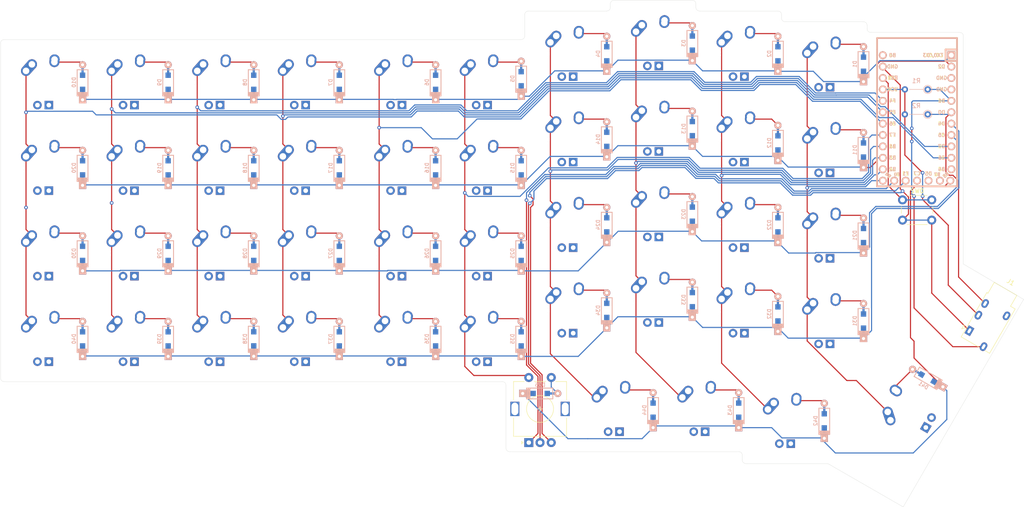
<source format=kicad_pcb>
(kicad_pcb (version 20171130) (host pcbnew "(5.1.9-0-10_14)")
  (layers (0 F.Cu signal) (31 B.Cu signal) (34 B.Paste user) (35 F.Paste user) (36 B.SilkS user) (37 F.SilkS user) (38 B.Mask user) (39 F.Mask user) (44 Edge.Cuts user))
  (net 0 "")
  (net 1 "Net-(D1-Pad2)")
  (net 2 ROW0)
  (net 3 "Net-(D2-Pad2)")
  (net 4 "Net-(D3-Pad2)")
  (net 5 "Net-(D4-Pad2)")
  (net 6 "Net-(D5-Pad2)")
  (net 7 "Net-(D6-Pad2)")
  (net 8 "Net-(D7-Pad2)")
  (net 9 "Net-(D8-Pad2)")
  (net 10 "Net-(D9-Pad2)")
  (net 11 "Net-(D10-Pad2)")
  (net 12 "Net-(D11-Pad2)")
  (net 13 ROW1)
  (net 14 "Net-(D12-Pad2)")
  (net 15 "Net-(D13-Pad2)")
  (net 16 "Net-(D14-Pad2)")
  (net 17 "Net-(D15-Pad2)")
  (net 18 "Net-(D16-Pad2)")
  (net 19 "Net-(D17-Pad2)")
  (net 20 "Net-(D18-Pad2)")
  (net 21 "Net-(D19-Pad2)")
  (net 22 "Net-(D20-Pad2)")
  (net 23 "Net-(D21-Pad2)")
  (net 24 ROW2)
  (net 25 "Net-(D22-Pad2)")
  (net 26 "Net-(D23-Pad2)")
  (net 27 "Net-(D24-Pad2)")
  (net 28 "Net-(D25-Pad2)")
  (net 29 "Net-(D26-Pad2)")
  (net 30 "Net-(D27-Pad2)")
  (net 31 "Net-(D28-Pad2)")
  (net 32 "Net-(D29-Pad2)")
  (net 33 "Net-(D30-Pad2)")
  (net 34 "Net-(D31-Pad2)")
  (net 35 ROW3)
  (net 36 "Net-(D32-Pad2)")
  (net 37 "Net-(D33-Pad2)")
  (net 38 "Net-(D34-Pad2)")
  (net 39 "Net-(D35-Pad2)")
  (net 40 "Net-(D36-Pad2)")
  (net 41 "Net-(D37-Pad2)")
  (net 42 "Net-(D38-Pad2)")
  (net 43 "Net-(D39-Pad2)")
  (net 44 "Net-(D40-Pad2)")
  (net 45 ROW4)
  (net 46 "Net-(D42-Pad2)")
  (net 47 "Net-(D43-Pad2)")
  (net 48 "Net-(D44-Pad2)")
  (net 49 COL0)
  (net 50 COL1)
  (net 51 COL2)
  (net 52 COL3)
  (net 53 COL4)
  (net 54 COL5)
  (net 55 COL6)
  (net 56 COL7)
  (net 57 COL8)
  (net 58 COL9)
  (net 59 VCC)
  (net 60 SDA)
  (net 61 SCL)
  (net 62 GND)
  (net 63 "Net-(SW0-Pad1)")
  (net 64 LEFT)
  (net 65 RIGHT)
  (net 66 "Net-(D41-Pad2)")
  (net 67 ENC1-IN)
  (module footprints:Elite-C (layer B.Cu) (at 241.3 44.45 270)
    (fp_text reference U1 hide)
    (fp_text value Elite-C hide)
    (fp_text user D5 (at 12.4 -2.54 180) (layer F.SilkS) (effects (font (size 0.8 0.8))))
    (fp_text user D5 (at 12.4 -2.54 180) (layer B.SilkS) (effects (font (size 0.8 0.8)) (justify mirror)))
    (fp_text user F1 (at 12.4 2.54 180) (layer B.SilkS) (effects (font (size 0.8 0.8)) (justify mirror)))
    (fp_text user F1 (at 12.4 2.54 180) (layer F.SilkS) (effects (font (size 0.8 0.8))))
    (fp_text user C7 (at 12.4 0 180) (layer F.SilkS) (effects (font (size 0.8 0.8))))
    (fp_text user C7 (at 12.4 0 180) (layer B.SilkS) (effects (font (size 0.8 0.8)) (justify mirror)))
    (fp_text user B6 (at 12.7 6.4 135 unlocked) (layer F.SilkS) (effects (font (size 0.7 0.7))))
    (fp_text user B6 (at 12.7 6.4 135 unlocked) (layer B.SilkS) (effects (font (size 0.7 0.7)) (justify mirror)))
    (fp_text user F0 (at 12.6 4.5 180) (layer B.SilkS) (effects (font (size 0.7 0.7)) (justify mirror)))
    (fp_text user F0 (at 12.6 4.5 180) (layer F.SilkS) (effects (font (size 0.7 0.7))))
    (fp_text user B7 (at 12.6 -4.5 180) (layer F.SilkS) (effects (font (size 0.7 0.7))))
    (fp_text user B7 (at 12.6 -4.5 180) (layer B.SilkS) (effects (font (size 0.7 0.7)) (justify mirror)))
    (fp_text user ST (at -8.91 5.04 180) (layer F.SilkS) (effects (font (size 0.8 0.8))))
    (fp_text user TX0/D3 (at -13.97 -3.571872 180) (layer B.SilkS) (effects (font (size 0.8 0.8)) (justify mirror)))
    (fp_text user TX0/D3 (at -13.97 -3.571872 180) (layer F.SilkS) (effects (font (size 0.8 0.8))))
    (fp_text user D2 (at -11.43 -5.461 180) (layer B.SilkS) (effects (font (size 0.8 0.8)) (justify mirror)))
    (fp_text user D0 (at -1.27 -5.461 180) (layer B.SilkS) (effects (font (size 0.8 0.8)) (justify mirror)))
    (fp_text user D1 (at -3.81 -5.461 180) (layer B.SilkS) (effects (font (size 0.8 0.8)) (justify mirror)))
    (fp_text user GND (at -6.35 -5.461 180) (layer B.SilkS) (effects (font (size 0.8 0.8)) (justify mirror)))
    (fp_text user GND (at -8.89 -5.461 180) (layer B.SilkS) (effects (font (size 0.8 0.8)) (justify mirror)))
    (fp_text user D4 (at 1.27 -5.461 180) (layer B.SilkS) (effects (font (size 0.8 0.8)) (justify mirror)))
    (fp_text user C6 (at 3.81 -5.461 180) (layer B.SilkS) (effects (font (size 0.8 0.8)) (justify mirror)))
    (fp_text user D7 (at 6.35 -5.461 180) (layer B.SilkS) (effects (font (size 0.8 0.8)) (justify mirror)))
    (fp_text user E6 (at 8.89 -5.461 180) (layer B.SilkS) (effects (font (size 0.8 0.8)) (justify mirror)))
    (fp_text user B4 (at 11.43 -5.461 180) (layer B.SilkS) (effects (font (size 0.8 0.8)) (justify mirror)))
    (fp_text user B5 (at 12.7 -6.4 225) (layer B.SilkS) (effects (font (size 0.7 0.7)) (justify mirror)))
    (fp_text user B2 (at 11.43 5.461 180) (layer F.SilkS) (effects (font (size 0.8 0.8))))
    (fp_text user B3 (at 8.89 5.461 180) (layer B.SilkS) (effects (font (size 0.8 0.8)) (justify mirror)))
    (fp_text user B1 (at 6.35 5.461 180) (layer B.SilkS) (effects (font (size 0.8 0.8)) (justify mirror)))
    (fp_text user F7 (at 3.81 5.461 180) (layer F.SilkS) (effects (font (size 0.8 0.8))))
    (fp_text user F6 (at 1.27 5.461 180) (layer F.SilkS) (effects (font (size 0.8 0.8))))
    (fp_text user F5 (at -1.27 5.461 180) (layer F.SilkS) (effects (font (size 0.8 0.8))))
    (fp_text user F4 (at -3.81 5.461 180) (layer B.SilkS) (effects (font (size 0.8 0.8)) (justify mirror)))
    (fp_text user VCC (at -6.35 5.461 180) (layer B.SilkS) (effects (font (size 0.8 0.8)) (justify mirror)))
    (fp_text user ST (at -8.92 5.73312 180) (layer B.SilkS) (effects (font (size 0.8 0.8)) (justify mirror)))
    (fp_text user GND (at -11.43 5.461 180) (layer B.SilkS) (effects (font (size 0.8 0.8)) (justify mirror)))
    (fp_text user B0 (at -13.97 5.461 180) (layer B.SilkS) (effects (font (size 0.8 0.8)) (justify mirror)))
    (fp_text user B0 (at -13.97 5.461 180) (layer F.SilkS) (effects (font (size 0.8 0.8))))
    (fp_text user GND (at -11.43 5.461 180) (layer F.SilkS) (effects (font (size 0.8 0.8))))
    (fp_text user VCC (at -6.35 5.461 180) (layer F.SilkS) (effects (font (size 0.8 0.8))))
    (fp_text user F4 (at -3.81 5.461 180) (layer F.SilkS) (effects (font (size 0.8 0.8))))
    (fp_text user F5 (at -1.27 5.461 180) (layer B.SilkS) (effects (font (size 0.8 0.8)) (justify mirror)))
    (fp_text user F6 (at 1.27 5.461 180) (layer B.SilkS) (effects (font (size 0.8 0.8)) (justify mirror)))
    (fp_text user F7 (at 3.81 5.461 180) (layer B.SilkS) (effects (font (size 0.8 0.8)) (justify mirror)))
    (fp_text user B1 (at 6.35 5.461 180) (layer F.SilkS) (effects (font (size 0.8 0.8))))
    (fp_text user B3 (at 8.89 5.461 180) (layer F.SilkS) (effects (font (size 0.8 0.8))))
    (fp_text user B2 (at 11.43 5.461 180) (layer B.SilkS) (effects (font (size 0.8 0.8)) (justify mirror)))
    (fp_text user B5 (at 12.7 -6.4 225) (layer F.SilkS) (effects (font (size 0.7 0.7))))
    (fp_text user B4 (at 11.43 -5.461 180) (layer F.SilkS) (effects (font (size 0.8 0.8))))
    (fp_text user E6 (at 8.89 -5.461 180) (layer F.SilkS) (effects (font (size 0.8 0.8))))
    (fp_text user D7 (at 6.35 -5.461 180) (layer F.SilkS) (effects (font (size 0.8 0.8))))
    (fp_text user C6 (at 3.81 -5.461 180) (layer F.SilkS) (effects (font (size 0.8 0.8))))
    (fp_text user D4 (at 1.27 -5.461 180) (layer F.SilkS) (effects (font (size 0.8 0.8))))
    (fp_text user GND (at -8.89 -5.461 180) (layer F.SilkS) (effects (font (size 0.8 0.8))))
    (fp_text user GND (at -6.35 -5.461 180) (layer F.SilkS) (effects (font (size 0.8 0.8))))
    (fp_text user D1 (at -3.81 -5.461 180) (layer F.SilkS) (effects (font (size 0.8 0.8))))
    (fp_text user D0 (at -1.27 -5.461 180) (layer F.SilkS) (effects (font (size 0.8 0.8))))
    (fp_text user D2 (at -11.43 -5.461 180) (layer F.SilkS) (effects (font (size 0.8 0.8))))
    (pad 25 thru_hole circle (at 13.97 -5.08 270) (size 1.7526 1.7526) (drill 1.0922) (layers *.Cu *.SilkS *.Mask))
    (pad 26 thru_hole circle (at 13.97 -2.54 270) (size 1.7526 1.7526) (drill 1.0922) (layers *.Cu *.SilkS *.Mask))
    (pad 27 thru_hole circle (at 13.97 0 270) (size 1.7526 1.7526) (drill 1.0922) (layers *.Cu *.SilkS *.Mask))
    (pad 28 thru_hole circle (at 13.97 2.54 270) (size 1.7526 1.7526) (drill 1.0922) (layers *.Cu *.SilkS *.Mask) (net 65 RIGHT))
    (pad 29 thru_hole circle (at 13.97 5.08 270) (size 1.7526 1.7526) (drill 1.0922) (layers *.Cu *.SilkS *.Mask) (net 64 LEFT))
    (pad 24 thru_hole circle (at -13.97 7.62 270) (size 1.7526 1.7526) (drill 1.0922) (layers *.Cu *.SilkS *.Mask))
    (pad 12 thru_hole circle (at 13.97 -7.3914 270) (size 1.7526 1.7526) (drill 1.0922) (layers *.Cu *.SilkS *.Mask) (net 45 ROW4))
    (pad 23 thru_hole circle (at -11.43 7.62 270) (size 1.7526 1.7526) (drill 1.0922) (layers *.Cu *.SilkS *.Mask) (net 62 GND))
    (pad 22 thru_hole circle (at -8.89 7.62 270) (size 1.7526 1.7526) (drill 1.0922) (layers *.Cu *.SilkS *.Mask) (net 63 "Net-(SW0-Pad1)"))
    (pad 21 thru_hole circle (at -6.35 7.62 270) (size 1.7526 1.7526) (drill 1.0922) (layers *.Cu *.SilkS *.Mask) (net 59 VCC))
    (pad 20 thru_hole circle (at -3.81 7.62 270) (size 1.7526 1.7526) (drill 1.0922) (layers *.Cu *.SilkS *.Mask) (net 56 COL7))
    (pad 19 thru_hole circle (at -1.27 7.62 270) (size 1.7526 1.7526) (drill 1.0922) (layers *.Cu *.SilkS *.Mask) (net 55 COL6))
    (pad 18 thru_hole circle (at 1.27 7.62 270) (size 1.7526 1.7526) (drill 1.0922) (layers *.Cu *.SilkS *.Mask) (net 54 COL5))
    (pad 17 thru_hole circle (at 3.81 7.62 270) (size 1.7526 1.7526) (drill 1.0922) (layers *.Cu *.SilkS *.Mask) (net 53 COL4))
    (pad 16 thru_hole circle (at 6.35 7.62 270) (size 1.7526 1.7526) (drill 1.0922) (layers *.Cu *.SilkS *.Mask) (net 52 COL3))
    (pad 15 thru_hole circle (at 8.89 7.62 270) (size 1.7526 1.7526) (drill 1.0922) (layers *.Cu *.SilkS *.Mask) (net 51 COL2))
    (pad 14 thru_hole circle (at 11.43 7.62 270) (size 1.7526 1.7526) (drill 1.0922) (layers *.Cu *.SilkS *.Mask) (net 50 COL1))
    (pad 13 thru_hole circle (at 13.97 7.62 270) (size 1.7526 1.7526) (drill 1.0922) (layers *.Cu *.SilkS *.Mask) (net 49 COL0))
    (pad 11 thru_hole circle (at 11.43 -7.62 270) (size 1.7526 1.7526) (drill 1.0922) (layers *.Cu *.SilkS *.Mask))
    (pad 10 thru_hole circle (at 8.89 -7.62 270) (size 1.7526 1.7526) (drill 1.0922) (layers *.Cu *.SilkS *.Mask) (net 58 COL9))
    (pad 9 thru_hole circle (at 6.35 -7.62 270) (size 1.7526 1.7526) (drill 1.0922) (layers *.Cu *.SilkS *.Mask) (net 57 COL8))
    (pad 8 thru_hole circle (at 3.81 -7.62 270) (size 1.7526 1.7526) (drill 1.0922) (layers *.Cu *.SilkS *.Mask) (net 24 ROW2))
    (pad 7 thru_hole circle (at 1.27 -7.62 270) (size 1.7526 1.7526) (drill 1.0922) (layers *.Cu *.SilkS *.Mask) (net 35 ROW3))
    (pad 6 thru_hole circle (at -1.27 -7.62 270) (size 1.7526 1.7526) (drill 1.0922) (layers *.Cu *.SilkS *.Mask) (net 61 SCL))
    (pad 5 thru_hole circle (at -3.81 -7.62 270) (size 1.7526 1.7526) (drill 1.0922) (layers *.Cu *.SilkS *.Mask) (net 60 SDA))
    (pad 4 thru_hole circle (at -6.35 -7.62 270) (size 1.7526 1.7526) (drill 1.0922) (layers *.Cu *.SilkS *.Mask))
    (pad 3 thru_hole circle (at -8.89 -7.62 270) (size 1.7526 1.7526) (drill 1.0922) (layers *.Cu *.SilkS *.Mask))
    (pad 2 thru_hole circle (at -11.43 -7.62 270) (size 1.7526 1.7526) (drill 1.0922) (layers *.Cu *.SilkS *.Mask) (net 13 ROW1))
    (pad 1 thru_hole rect (at -13.97 -7.62 270) (size 1.7526 1.7526) (drill 1.0922) (layers *.Cu *.SilkS *.Mask) (net 2 ROW0))
  )
  (module MX_Only:MX-1U (layer F.Cu) (at 46.83125 36.5125)
    (fp_text reference MX10)
    (fp_text value MX-NoLED)
    (pad "" np_thru_hole circle (at 5.08 0 48.0996) (size 1.75 1.75) (drill 1.75) (layers *.Cu *.Mask))
    (pad "" np_thru_hole circle (at -5.08 0 48.0996) (size 1.75 1.75) (drill 1.75) (layers *.Cu *.Mask))
    (pad 4 thru_hole rect (at 1.27 5.08) (size 1.905 1.905) (drill 1.04) (layers *.Cu B.Mask))
    (pad 3 thru_hole circle (at -1.27 5.08) (size 1.905 1.905) (drill 1.04) (layers *.Cu B.Mask))
    (pad 1 thru_hole circle (at -2.5 -4) (size 2.25 2.25) (drill 1.47) (layers *.Cu B.Mask) (net 58 COL9))
    (pad "" np_thru_hole circle (at 0 0) (size 3.9878 3.9878) (drill 3.9878) (layers *.Cu *.Mask))
    (pad 1 thru_hole oval (at -3.81 -2.54 48.0996) (size 4.211556 2.25) (drill 1.47 (offset 0.980778 0)) (layers *.Cu B.Mask) (net 58 COL9))
    (pad 2 thru_hole circle (at 2.54 -5.08) (size 2.25 2.25) (drill 1.47) (layers *.Cu B.Mask) (net 11 "Net-(D10-Pad2)"))
    (pad 2 thru_hole oval (at 2.5 -4.5 86.0548) (size 2.831378 2.25) (drill 1.47 (offset 0.290689 0)) (layers *.Cu B.Mask) (net 11 "Net-(D10-Pad2)"))
  )
  (module MX_Only:MX-1U (layer F.Cu) (at 144.4625 55.5625)
    (fp_text reference MX15)
    (fp_text value MX-NoLED)
    (pad "" np_thru_hole circle (at 5.08 0 48.0996) (size 1.75 1.75) (drill 1.75) (layers *.Cu *.Mask))
    (pad "" np_thru_hole circle (at -5.08 0 48.0996) (size 1.75 1.75) (drill 1.75) (layers *.Cu *.Mask))
    (pad 4 thru_hole rect (at 1.27 5.08) (size 1.905 1.905) (drill 1.04) (layers *.Cu B.Mask))
    (pad 3 thru_hole circle (at -1.27 5.08) (size 1.905 1.905) (drill 1.04) (layers *.Cu B.Mask))
    (pad 1 thru_hole circle (at -2.5 -4) (size 2.25 2.25) (drill 1.47) (layers *.Cu B.Mask) (net 53 COL4))
    (pad "" np_thru_hole circle (at 0 0) (size 3.9878 3.9878) (drill 3.9878) (layers *.Cu *.Mask))
    (pad 1 thru_hole oval (at -3.81 -2.54 48.0996) (size 4.211556 2.25) (drill 1.47 (offset 0.980778 0)) (layers *.Cu B.Mask) (net 53 COL4))
    (pad 2 thru_hole circle (at 2.54 -5.08) (size 2.25 2.25) (drill 1.47) (layers *.Cu B.Mask) (net 17 "Net-(D15-Pad2)"))
    (pad 2 thru_hole oval (at 2.5 -4.5 86.0548) (size 2.831378 2.25) (drill 1.47 (offset 0.290689 0)) (layers *.Cu B.Mask) (net 17 "Net-(D15-Pad2)"))
  )
  (module footprints:D_SOD123_axial (layer B.Cu) (at 201.6095 109.5375 90)
    (fp_text reference D43 (at 0 -1.925 90) (layer B.SilkS) (effects (font (size 0.8 0.8)) (justify mirror)))
    (fp_text value D_Small hide)
    (pad 2 smd rect (at 2.7 0 90) (size 2.5 0.5) (layers B.Cu) (net 47 "Net-(D43-Pad2)"))
    (pad 1 smd rect (at -2.7 0 90) (size 2.5 0.5) (layers B.Cu) (net 45 ROW4))
    (pad 2 thru_hole circle (at 3.9 0 90) (size 1.6 1.6) (drill 0.7) (layers *.Cu *.Mask B.SilkS) (net 47 "Net-(D43-Pad2)"))
    (pad 1 thru_hole rect (at -3.9 0 90) (size 1.6 1.6) (drill 0.7) (layers *.Cu *.Mask B.SilkS) (net 45 ROW4))
    (pad 1 smd rect (at -1.575 0 90) (size 1.2 1.2) (layers B.Cu B.Paste B.Mask) (net 45 ROW4))
    (pad 2 smd rect (at 1.575 0 90) (size 1.2 1.2) (layers B.Cu B.Paste B.Mask) (net 47 "Net-(D43-Pad2)"))
  )
  (module MountingHole:MountingHole_5.5mm (layer F.Cu) (at 226.2505 106.01325)
    (fp_text reference H7 hide)
    (fp_text value MountingHole)
    (pad 1 np_thru_hole circle (at 0 0) (size 5.5 5.5) (drill 5.5) (layers *.Cu *.Mask))
  )
  (module MountingHole:MountingHole_5.5mm (layer F.Cu) (at 211.1375 80.16875)
    (fp_text reference H6 hide)
    (fp_text value MountingHole)
    (pad 1 np_thru_hole circle (at 0 0) (size 5.5 5.5) (drill 5.5) (layers *.Cu *.Mask))
  )
  (module MountingHole:MountingHole_5.5mm (layer F.Cu) (at 134.9375 84.1375)
    (fp_text reference H5 hide)
    (fp_text value MountingHole)
    (pad 1 np_thru_hole circle (at 0 0) (size 5.5 5.5) (drill 5.5) (layers *.Cu *.Mask))
  )
  (module MountingHole:MountingHole_5.5mm (layer F.Cu) (at 56.35625 84.1375)
    (fp_text reference H4 hide)
    (fp_text value MountingHole)
    (pad 1 np_thru_hole circle (at 0 0) (size 5.5 5.5) (drill 5.5) (layers *.Cu *.Mask))
  )
  (module MountingHole:MountingHole_5.5mm (layer F.Cu) (at 211.1375 42.06875)
    (fp_text reference H3 hide)
    (fp_text value MountingHole)
    (pad 1 np_thru_hole circle (at 0 0) (size 5.5 5.5) (drill 5.5) (layers *.Cu *.Mask))
  )
  (module MountingHole:MountingHole_5.5mm (layer F.Cu) (at 134.9375 46.0375)
    (fp_text reference H2 hide)
    (fp_text value MountingHole)
    (pad 1 np_thru_hole circle (at 0 0) (size 5.5 5.5) (drill 5.5) (layers *.Cu *.Mask))
  )
  (module MountingHole:MountingHole_5.5mm (layer F.Cu) (at 56.35625 46.0375)
    (fp_text reference H1 hide)
    (fp_text value MountingHole)
    (pad 1 np_thru_hole circle (at 0 0) (size 5.5 5.5) (drill 5.5) (layers *.Cu *.Mask))
  )
  (module MX_Only:MX-2U-FLIPPED-ReversedStabilizers (layer F.Cu) (at 239.484 109.75975 60)
    (fp_text reference MX41)
    (fp_text value MX-NoLED)
    (pad "" np_thru_hole circle (at 11.938 -8.255 60) (size 3.9878 3.9878) (drill 3.9878) (layers *.Cu *.Mask))
    (pad "" np_thru_hole circle (at -11.938 -8.255 60) (size 3.9878 3.9878) (drill 3.9878) (layers *.Cu *.Mask))
    (pad "" np_thru_hole circle (at 11.938 6.985 60) (size 3.048 3.048) (drill 3.048) (layers *.Cu *.Mask))
    (pad "" np_thru_hole circle (at -11.938 6.985 60) (size 3.048 3.048) (drill 3.048) (layers *.Cu *.Mask))
    (pad "" np_thru_hole circle (at 5.08 0 108.0996) (size 1.75 1.75) (drill 1.75) (layers *.Cu *.Mask))
    (pad "" np_thru_hole circle (at -5.08 0 108.0996) (size 1.75 1.75) (drill 1.75) (layers *.Cu *.Mask))
    (pad 4 thru_hole rect (at -1.27 5.08 60) (size 1.905 1.905) (drill 1.04) (layers *.Cu B.Mask))
    (pad 3 thru_hole circle (at 1.27 5.08 60) (size 1.905 1.905) (drill 1.04) (layers *.Cu B.Mask))
    (pad 1 thru_hole circle (at -2.5 -4 60) (size 2.25 2.25) (drill 1.47) (layers *.Cu B.Mask) (net 49 COL0))
    (pad "" np_thru_hole circle (at 0 0 60) (size 3.9878 3.9878) (drill 3.9878) (layers *.Cu *.Mask))
    (pad 1 thru_hole oval (at -3.81 -2.54 108.0996) (size 4.211556 2.25) (drill 1.47 (offset 0.980778 0)) (layers *.Cu B.Mask) (net 49 COL0))
    (pad 2 thru_hole circle (at 2.54 -5.08 60) (size 2.25 2.25) (drill 1.47) (layers *.Cu B.Mask) (net 66 "Net-(D41-Pad2)"))
    (pad 2 thru_hole oval (at 2.5 -4.5 146.0548) (size 2.831378 2.25) (drill 1.47 (offset 0.290689 0)) (layers *.Cu B.Mask) (net 66 "Net-(D41-Pad2)"))
  )
  (module Resistor_THT:R_Axial_DIN0204_L3.6mm_D1.6mm_P5.08mm_Vertical (layer B.Cu) (at 243.665 43.65625 180)
    (fp_text reference R2 (at 2.54 1.92) (layer B.SilkS) (effects (justify mirror)))
    (fp_text value 10kOhms)
    (pad 2 thru_hole oval (at 5.08 0 180) (size 1.4 1.4) (drill 0.7) (layers *.Cu *.Mask) (net 59 VCC))
    (pad 1 thru_hole circle (at 0 0 180) (size 1.4 1.4) (drill 0.7) (layers *.Cu *.Mask) (net 61 SCL))
  )
  (module Resistor_THT:R_Axial_DIN0204_L3.6mm_D1.6mm_P5.08mm_Vertical (layer B.Cu) (at 243.665 38.1 180)
    (fp_text reference R1 (at 2.54 1.92) (layer B.SilkS) (effects (justify mirror)))
    (fp_text value 2.2kOhms)
    (pad 2 thru_hole oval (at 5.08 0 180) (size 1.4 1.4) (drill 0.7) (layers *.Cu *.Mask) (net 59 VCC))
    (pad 1 thru_hole circle (at 0 0 180) (size 1.4 1.4) (drill 0.7) (layers *.Cu *.Mask) (net 60 SDA))
  )
  (module footprints:D_SOD123_axial (layer B.Cu) (at 157.442 105.82275)
    (fp_text reference D45 (at 0 -1.925) (layer B.SilkS) (effects (font (size 0.8 0.8)) (justify mirror)))
    (fp_text value D_Small hide)
    (pad 2 smd rect (at 2.7 0) (size 2.5 0.5) (layers B.Cu) (net 67 ENC1-IN))
    (pad 1 smd rect (at -2.7 0) (size 2.5 0.5) (layers B.Cu) (net 45 ROW4))
    (pad 2 thru_hole circle (at 3.9 0) (size 1.6 1.6) (drill 0.7) (layers *.Cu *.Mask B.SilkS) (net 67 ENC1-IN))
    (pad 1 thru_hole rect (at -3.9 0) (size 1.6 1.6) (drill 0.7) (layers *.Cu *.Mask B.SilkS) (net 45 ROW4))
    (pad 1 smd rect (at -1.575 0) (size 1.2 1.2) (layers B.Cu B.Paste B.Mask) (net 45 ROW4))
    (pad 2 smd rect (at 1.575 0) (size 1.2 1.2) (layers B.Cu B.Paste B.Mask) (net 67 ENC1-IN))
  )
  (module footprints:D_SOD123_axial (layer B.Cu) (at 182.5625 109.5375 90)
    (fp_text reference D44 (at 0 -1.925 90) (layer B.SilkS) (effects (font (size 0.8 0.8)) (justify mirror)))
    (fp_text value D_Small hide)
    (pad 2 smd rect (at 2.7 0 90) (size 2.5 0.5) (layers B.Cu) (net 48 "Net-(D44-Pad2)"))
    (pad 1 smd rect (at -2.7 0 90) (size 2.5 0.5) (layers B.Cu) (net 45 ROW4))
    (pad 2 thru_hole circle (at 3.9 0 90) (size 1.6 1.6) (drill 0.7) (layers *.Cu *.Mask B.SilkS) (net 48 "Net-(D44-Pad2)"))
    (pad 1 thru_hole rect (at -3.9 0 90) (size 1.6 1.6) (drill 0.7) (layers *.Cu *.Mask B.SilkS) (net 45 ROW4))
    (pad 1 smd rect (at -1.575 0 90) (size 1.2 1.2) (layers B.Cu B.Paste B.Mask) (net 45 ROW4))
    (pad 2 smd rect (at 1.575 0 90) (size 1.2 1.2) (layers B.Cu B.Paste B.Mask) (net 48 "Net-(D44-Pad2)"))
  )
  (module footprints:D_SOD123_axial (layer B.Cu) (at 220.6535 111.91875 90)
    (fp_text reference D42 (at 0 -1.925 90) (layer B.SilkS) (effects (font (size 0.8 0.8)) (justify mirror)))
    (fp_text value D_Small hide)
    (pad 2 smd rect (at 2.7 0 90) (size 2.5 0.5) (layers B.Cu) (net 46 "Net-(D42-Pad2)"))
    (pad 1 smd rect (at -2.7 0 90) (size 2.5 0.5) (layers B.Cu) (net 45 ROW4))
    (pad 2 thru_hole circle (at 3.9 0 90) (size 1.6 1.6) (drill 0.7) (layers *.Cu *.Mask B.SilkS) (net 46 "Net-(D42-Pad2)"))
    (pad 1 thru_hole rect (at -3.9 0 90) (size 1.6 1.6) (drill 0.7) (layers *.Cu *.Mask B.SilkS) (net 45 ROW4))
    (pad 1 smd rect (at -1.575 0 90) (size 1.2 1.2) (layers B.Cu B.Paste B.Mask) (net 45 ROW4))
    (pad 2 smd rect (at 1.575 0 90) (size 1.2 1.2) (layers B.Cu B.Paste B.Mask) (net 46 "Net-(D42-Pad2)"))
  )
  (module footprints:D_SOD123_axial (layer B.Cu) (at 243.668 102.39375 150)
    (fp_text reference D41 (at 0 -1.925 330) (layer B.SilkS) (effects (font (size 0.8 0.8)) (justify mirror)))
    (fp_text value D_Small hide)
    (pad 2 smd rect (at 2.7 0 150) (size 2.5 0.5) (layers B.Cu) (net 66 "Net-(D41-Pad2)"))
    (pad 1 smd rect (at -2.7 0 150) (size 2.5 0.5) (layers B.Cu) (net 45 ROW4))
    (pad 2 thru_hole circle (at 3.9 0 150) (size 1.6 1.6) (drill 0.7) (layers *.Cu *.Mask B.SilkS) (net 66 "Net-(D41-Pad2)"))
    (pad 1 thru_hole rect (at -3.9 0 150) (size 1.6 1.6) (drill 0.7) (layers *.Cu *.Mask B.SilkS) (net 45 ROW4))
    (pad 1 smd rect (at -1.575 0 150) (size 1.2 1.2) (layers B.Cu B.Paste B.Mask) (net 45 ROW4))
    (pad 2 smd rect (at 1.575 0 150) (size 1.2 1.2) (layers B.Cu B.Paste B.Mask) (net 66 "Net-(D41-Pad2)"))
  )
  (module footprints:D_SOD123_axial (layer B.Cu) (at 55.6055 93.6625 90)
    (fp_text reference D40 (at 0 -1.925 90) (layer B.SilkS) (effects (font (size 0.8 0.8)) (justify mirror)))
    (fp_text value D_Small hide)
    (pad 2 smd rect (at 2.7 0 90) (size 2.5 0.5) (layers B.Cu) (net 44 "Net-(D40-Pad2)"))
    (pad 1 smd rect (at -2.7 0 90) (size 2.5 0.5) (layers B.Cu) (net 35 ROW3))
    (pad 2 thru_hole circle (at 3.9 0 90) (size 1.6 1.6) (drill 0.7) (layers *.Cu *.Mask B.SilkS) (net 44 "Net-(D40-Pad2)"))
    (pad 1 thru_hole rect (at -3.9 0 90) (size 1.6 1.6) (drill 0.7) (layers *.Cu *.Mask B.SilkS) (net 35 ROW3))
    (pad 1 smd rect (at -1.575 0 90) (size 1.2 1.2) (layers B.Cu B.Paste B.Mask) (net 35 ROW3))
    (pad 2 smd rect (at 1.575 0 90) (size 1.2 1.2) (layers B.Cu B.Paste B.Mask) (net 44 "Net-(D40-Pad2)"))
  )
  (module footprints:D_SOD123_axial (layer B.Cu) (at 74.6495 93.6625 90)
    (fp_text reference D39 (at 0 -1.925 90) (layer B.SilkS) (effects (font (size 0.8 0.8)) (justify mirror)))
    (fp_text value D_Small hide)
    (pad 2 smd rect (at 2.7 0 90) (size 2.5 0.5) (layers B.Cu) (net 43 "Net-(D39-Pad2)"))
    (pad 1 smd rect (at -2.7 0 90) (size 2.5 0.5) (layers B.Cu) (net 35 ROW3))
    (pad 2 thru_hole circle (at 3.9 0 90) (size 1.6 1.6) (drill 0.7) (layers *.Cu *.Mask B.SilkS) (net 43 "Net-(D39-Pad2)"))
    (pad 1 thru_hole rect (at -3.9 0 90) (size 1.6 1.6) (drill 0.7) (layers *.Cu *.Mask B.SilkS) (net 35 ROW3))
    (pad 1 smd rect (at -1.575 0 90) (size 1.2 1.2) (layers B.Cu B.Paste B.Mask) (net 35 ROW3))
    (pad 2 smd rect (at 1.575 0 90) (size 1.2 1.2) (layers B.Cu B.Paste B.Mask) (net 43 "Net-(D39-Pad2)"))
  )
  (module footprints:D_SOD123_axial (layer B.Cu) (at 93.6935 93.65 90)
    (fp_text reference D38 (at 0 -1.925 90) (layer B.SilkS) (effects (font (size 0.8 0.8)) (justify mirror)))
    (fp_text value D_Small hide)
    (pad 2 smd rect (at 2.7 0 90) (size 2.5 0.5) (layers B.Cu) (net 42 "Net-(D38-Pad2)"))
    (pad 1 smd rect (at -2.7 0 90) (size 2.5 0.5) (layers B.Cu) (net 35 ROW3))
    (pad 2 thru_hole circle (at 3.9 0 90) (size 1.6 1.6) (drill 0.7) (layers *.Cu *.Mask B.SilkS) (net 42 "Net-(D38-Pad2)"))
    (pad 1 thru_hole rect (at -3.9 0 90) (size 1.6 1.6) (drill 0.7) (layers *.Cu *.Mask B.SilkS) (net 35 ROW3))
    (pad 1 smd rect (at -1.575 0 90) (size 1.2 1.2) (layers B.Cu B.Paste B.Mask) (net 35 ROW3))
    (pad 2 smd rect (at 1.575 0 90) (size 1.2 1.2) (layers B.Cu B.Paste B.Mask) (net 42 "Net-(D38-Pad2)"))
  )
  (module footprints:D_SOD123_axial (layer B.Cu) (at 112.7375 93.6625 90)
    (fp_text reference D37 (at 0 -1.925 90) (layer B.SilkS) (effects (font (size 0.8 0.8)) (justify mirror)))
    (fp_text value D_Small hide)
    (pad 2 smd rect (at 2.7 0 90) (size 2.5 0.5) (layers B.Cu) (net 41 "Net-(D37-Pad2)"))
    (pad 1 smd rect (at -2.7 0 90) (size 2.5 0.5) (layers B.Cu) (net 35 ROW3))
    (pad 2 thru_hole circle (at 3.9 0 90) (size 1.6 1.6) (drill 0.7) (layers *.Cu *.Mask B.SilkS) (net 41 "Net-(D37-Pad2)"))
    (pad 1 thru_hole rect (at -3.9 0 90) (size 1.6 1.6) (drill 0.7) (layers *.Cu *.Mask B.SilkS) (net 35 ROW3))
    (pad 1 smd rect (at -1.575 0 90) (size 1.2 1.2) (layers B.Cu B.Paste B.Mask) (net 35 ROW3))
    (pad 2 smd rect (at 1.575 0 90) (size 1.2 1.2) (layers B.Cu B.Paste B.Mask) (net 41 "Net-(D37-Pad2)"))
  )
  (module footprints:D_SOD123_axial (layer B.Cu) (at 134.162 93.6625 90)
    (fp_text reference D36 (at 0 -1.925 90) (layer B.SilkS) (effects (font (size 0.8 0.8)) (justify mirror)))
    (fp_text value D_Small hide)
    (pad 2 smd rect (at 2.7 0 90) (size 2.5 0.5) (layers B.Cu) (net 40 "Net-(D36-Pad2)"))
    (pad 1 smd rect (at -2.7 0 90) (size 2.5 0.5) (layers B.Cu) (net 35 ROW3))
    (pad 2 thru_hole circle (at 3.9 0 90) (size 1.6 1.6) (drill 0.7) (layers *.Cu *.Mask B.SilkS) (net 40 "Net-(D36-Pad2)"))
    (pad 1 thru_hole rect (at -3.9 0 90) (size 1.6 1.6) (drill 0.7) (layers *.Cu *.Mask B.SilkS) (net 35 ROW3))
    (pad 1 smd rect (at -1.575 0 90) (size 1.2 1.2) (layers B.Cu B.Paste B.Mask) (net 35 ROW3))
    (pad 2 smd rect (at 1.575 0 90) (size 1.2 1.2) (layers B.Cu B.Paste B.Mask) (net 40 "Net-(D36-Pad2)"))
  )
  (module footprints:D_SOD123_axial (layer B.Cu) (at 153.206 93.6625 90)
    (fp_text reference D35 (at 0 -1.925 90) (layer B.SilkS) (effects (font (size 0.8 0.8)) (justify mirror)))
    (fp_text value D_Small hide)
    (pad 2 smd rect (at 2.7 0 90) (size 2.5 0.5) (layers B.Cu) (net 39 "Net-(D35-Pad2)"))
    (pad 1 smd rect (at -2.7 0 90) (size 2.5 0.5) (layers B.Cu) (net 35 ROW3))
    (pad 2 thru_hole circle (at 3.9 0 90) (size 1.6 1.6) (drill 0.7) (layers *.Cu *.Mask B.SilkS) (net 39 "Net-(D35-Pad2)"))
    (pad 1 thru_hole rect (at -3.9 0 90) (size 1.6 1.6) (drill 0.7) (layers *.Cu *.Mask B.SilkS) (net 35 ROW3))
    (pad 1 smd rect (at -1.575 0 90) (size 1.2 1.2) (layers B.Cu B.Paste B.Mask) (net 35 ROW3))
    (pad 2 smd rect (at 1.575 0 90) (size 1.2 1.2) (layers B.Cu B.Paste B.Mask) (net 39 "Net-(D35-Pad2)"))
  )
  (module footprints:D_SOD123_axial (layer B.Cu) (at 172.25 87.3125 90)
    (fp_text reference D34 (at 0 -1.925 90) (layer B.SilkS) (effects (font (size 0.8 0.8)) (justify mirror)))
    (fp_text value D_Small hide)
    (pad 2 smd rect (at 2.7 0 90) (size 2.5 0.5) (layers B.Cu) (net 38 "Net-(D34-Pad2)"))
    (pad 1 smd rect (at -2.7 0 90) (size 2.5 0.5) (layers B.Cu) (net 35 ROW3))
    (pad 2 thru_hole circle (at 3.9 0 90) (size 1.6 1.6) (drill 0.7) (layers *.Cu *.Mask B.SilkS) (net 38 "Net-(D34-Pad2)"))
    (pad 1 thru_hole rect (at -3.9 0 90) (size 1.6 1.6) (drill 0.7) (layers *.Cu *.Mask B.SilkS) (net 35 ROW3))
    (pad 1 smd rect (at -1.575 0 90) (size 1.2 1.2) (layers B.Cu B.Paste B.Mask) (net 35 ROW3))
    (pad 2 smd rect (at 1.575 0 90) (size 1.2 1.2) (layers B.Cu B.Paste B.Mask) (net 38 "Net-(D34-Pad2)"))
  )
  (module footprints:D_SOD123_axial (layer B.Cu) (at 191.294 84.93125 90)
    (fp_text reference D33 (at 0 -1.925 90) (layer B.SilkS) (effects (font (size 0.8 0.8)) (justify mirror)))
    (fp_text value D_Small hide)
    (pad 2 smd rect (at 2.7 0 90) (size 2.5 0.5) (layers B.Cu) (net 37 "Net-(D33-Pad2)"))
    (pad 1 smd rect (at -2.7 0 90) (size 2.5 0.5) (layers B.Cu) (net 35 ROW3))
    (pad 2 thru_hole circle (at 3.9 0 90) (size 1.6 1.6) (drill 0.7) (layers *.Cu *.Mask B.SilkS) (net 37 "Net-(D33-Pad2)"))
    (pad 1 thru_hole rect (at -3.9 0 90) (size 1.6 1.6) (drill 0.7) (layers *.Cu *.Mask B.SilkS) (net 35 ROW3))
    (pad 1 smd rect (at -1.575 0 90) (size 1.2 1.2) (layers B.Cu B.Paste B.Mask) (net 35 ROW3))
    (pad 2 smd rect (at 1.575 0 90) (size 1.2 1.2) (layers B.Cu B.Paste B.Mask) (net 37 "Net-(D33-Pad2)"))
  )
  (module footprints:D_SOD123_axial (layer B.Cu) (at 210.338 88.10625 90)
    (fp_text reference D32 (at 0 -1.925 90) (layer B.SilkS) (effects (font (size 0.8 0.8)) (justify mirror)))
    (fp_text value D_Small hide)
    (pad 2 smd rect (at 2.7 0 90) (size 2.5 0.5) (layers B.Cu) (net 36 "Net-(D32-Pad2)"))
    (pad 1 smd rect (at -2.7 0 90) (size 2.5 0.5) (layers B.Cu) (net 35 ROW3))
    (pad 2 thru_hole circle (at 3.9 0 90) (size 1.6 1.6) (drill 0.7) (layers *.Cu *.Mask B.SilkS) (net 36 "Net-(D32-Pad2)"))
    (pad 1 thru_hole rect (at -3.9 0 90) (size 1.6 1.6) (drill 0.7) (layers *.Cu *.Mask B.SilkS) (net 35 ROW3))
    (pad 1 smd rect (at -1.575 0 90) (size 1.2 1.2) (layers B.Cu B.Paste B.Mask) (net 35 ROW3))
    (pad 2 smd rect (at 1.575 0 90) (size 1.2 1.2) (layers B.Cu B.Paste B.Mask) (net 36 "Net-(D32-Pad2)"))
  )
  (module footprints:D_SOD123_axial (layer B.Cu) (at 229.382 89.69375 90)
    (fp_text reference D31 (at 0 -1.925 90) (layer B.SilkS) (effects (font (size 0.8 0.8)) (justify mirror)))
    (fp_text value D_Small hide)
    (pad 2 smd rect (at 2.7 0 90) (size 2.5 0.5) (layers B.Cu) (net 34 "Net-(D31-Pad2)"))
    (pad 1 smd rect (at -2.7 0 90) (size 2.5 0.5) (layers B.Cu) (net 35 ROW3))
    (pad 2 thru_hole circle (at 3.9 0 90) (size 1.6 1.6) (drill 0.7) (layers *.Cu *.Mask B.SilkS) (net 34 "Net-(D31-Pad2)"))
    (pad 1 thru_hole rect (at -3.9 0 90) (size 1.6 1.6) (drill 0.7) (layers *.Cu *.Mask B.SilkS) (net 35 ROW3))
    (pad 1 smd rect (at -1.575 0 90) (size 1.2 1.2) (layers B.Cu B.Paste B.Mask) (net 35 ROW3))
    (pad 2 smd rect (at 1.575 0 90) (size 1.2 1.2) (layers B.Cu B.Paste B.Mask) (net 34 "Net-(D31-Pad2)"))
  )
  (module footprints:D_SOD123_axial (layer B.Cu) (at 55.6055 74.6125 90)
    (fp_text reference D30 (at 0 -1.925 90) (layer B.SilkS) (effects (font (size 0.8 0.8)) (justify mirror)))
    (fp_text value D_Small hide)
    (pad 2 smd rect (at 2.7 0 90) (size 2.5 0.5) (layers B.Cu) (net 33 "Net-(D30-Pad2)"))
    (pad 1 smd rect (at -2.7 0 90) (size 2.5 0.5) (layers B.Cu) (net 24 ROW2))
    (pad 2 thru_hole circle (at 3.9 0 90) (size 1.6 1.6) (drill 0.7) (layers *.Cu *.Mask B.SilkS) (net 33 "Net-(D30-Pad2)"))
    (pad 1 thru_hole rect (at -3.9 0 90) (size 1.6 1.6) (drill 0.7) (layers *.Cu *.Mask B.SilkS) (net 24 ROW2))
    (pad 1 smd rect (at -1.575 0 90) (size 1.2 1.2) (layers B.Cu B.Paste B.Mask) (net 24 ROW2))
    (pad 2 smd rect (at 1.575 0 90) (size 1.2 1.2) (layers B.Cu B.Paste B.Mask) (net 33 "Net-(D30-Pad2)"))
  )
  (module footprints:D_SOD123_axial (layer B.Cu) (at 74.6495 74.6125 90)
    (fp_text reference D29 (at 0 -1.925 90) (layer B.SilkS) (effects (font (size 0.8 0.8)) (justify mirror)))
    (fp_text value D_Small hide)
    (pad 2 smd rect (at 2.7 0 90) (size 2.5 0.5) (layers B.Cu) (net 32 "Net-(D29-Pad2)"))
    (pad 1 smd rect (at -2.7 0 90) (size 2.5 0.5) (layers B.Cu) (net 24 ROW2))
    (pad 2 thru_hole circle (at 3.9 0 90) (size 1.6 1.6) (drill 0.7) (layers *.Cu *.Mask B.SilkS) (net 32 "Net-(D29-Pad2)"))
    (pad 1 thru_hole rect (at -3.9 0 90) (size 1.6 1.6) (drill 0.7) (layers *.Cu *.Mask B.SilkS) (net 24 ROW2))
    (pad 1 smd rect (at -1.575 0 90) (size 1.2 1.2) (layers B.Cu B.Paste B.Mask) (net 24 ROW2))
    (pad 2 smd rect (at 1.575 0 90) (size 1.2 1.2) (layers B.Cu B.Paste B.Mask) (net 32 "Net-(D29-Pad2)"))
  )
  (module footprints:D_SOD123_axial (layer B.Cu) (at 93.6935 74.6125 90)
    (fp_text reference D28 (at 0 -1.925 90) (layer B.SilkS) (effects (font (size 0.8 0.8)) (justify mirror)))
    (fp_text value D_Small hide)
    (pad 2 smd rect (at 2.7 0 90) (size 2.5 0.5) (layers B.Cu) (net 31 "Net-(D28-Pad2)"))
    (pad 1 smd rect (at -2.7 0 90) (size 2.5 0.5) (layers B.Cu) (net 24 ROW2))
    (pad 2 thru_hole circle (at 3.9 0 90) (size 1.6 1.6) (drill 0.7) (layers *.Cu *.Mask B.SilkS) (net 31 "Net-(D28-Pad2)"))
    (pad 1 thru_hole rect (at -3.9 0 90) (size 1.6 1.6) (drill 0.7) (layers *.Cu *.Mask B.SilkS) (net 24 ROW2))
    (pad 1 smd rect (at -1.575 0 90) (size 1.2 1.2) (layers B.Cu B.Paste B.Mask) (net 24 ROW2))
    (pad 2 smd rect (at 1.575 0 90) (size 1.2 1.2) (layers B.Cu B.Paste B.Mask) (net 31 "Net-(D28-Pad2)"))
  )
  (module footprints:D_SOD123_axial (layer B.Cu) (at 112.7375 74.6125 90)
    (fp_text reference D27 (at 0 -1.925 90) (layer B.SilkS) (effects (font (size 0.8 0.8)) (justify mirror)))
    (fp_text value D_Small hide)
    (pad 2 smd rect (at 2.7 0 90) (size 2.5 0.5) (layers B.Cu) (net 30 "Net-(D27-Pad2)"))
    (pad 1 smd rect (at -2.7 0 90) (size 2.5 0.5) (layers B.Cu) (net 24 ROW2))
    (pad 2 thru_hole circle (at 3.9 0 90) (size 1.6 1.6) (drill 0.7) (layers *.Cu *.Mask B.SilkS) (net 30 "Net-(D27-Pad2)"))
    (pad 1 thru_hole rect (at -3.9 0 90) (size 1.6 1.6) (drill 0.7) (layers *.Cu *.Mask B.SilkS) (net 24 ROW2))
    (pad 1 smd rect (at -1.575 0 90) (size 1.2 1.2) (layers B.Cu B.Paste B.Mask) (net 24 ROW2))
    (pad 2 smd rect (at 1.575 0 90) (size 1.2 1.2) (layers B.Cu B.Paste B.Mask) (net 30 "Net-(D27-Pad2)"))
  )
  (module footprints:D_SOD123_axial (layer B.Cu) (at 134.162 74.6125 90)
    (fp_text reference D26 (at 0 -1.925 90) (layer B.SilkS) (effects (font (size 0.8 0.8)) (justify mirror)))
    (fp_text value D_Small hide)
    (pad 2 smd rect (at 2.7 0 90) (size 2.5 0.5) (layers B.Cu) (net 29 "Net-(D26-Pad2)"))
    (pad 1 smd rect (at -2.7 0 90) (size 2.5 0.5) (layers B.Cu) (net 24 ROW2))
    (pad 2 thru_hole circle (at 3.9 0 90) (size 1.6 1.6) (drill 0.7) (layers *.Cu *.Mask B.SilkS) (net 29 "Net-(D26-Pad2)"))
    (pad 1 thru_hole rect (at -3.9 0 90) (size 1.6 1.6) (drill 0.7) (layers *.Cu *.Mask B.SilkS) (net 24 ROW2))
    (pad 1 smd rect (at -1.575 0 90) (size 1.2 1.2) (layers B.Cu B.Paste B.Mask) (net 24 ROW2))
    (pad 2 smd rect (at 1.575 0 90) (size 1.2 1.2) (layers B.Cu B.Paste B.Mask) (net 29 "Net-(D26-Pad2)"))
  )
  (module footprints:D_SOD123_axial (layer B.Cu) (at 153.206 74.6125 90)
    (fp_text reference D25 (at 0 -1.925 90) (layer B.SilkS) (effects (font (size 0.8 0.8)) (justify mirror)))
    (fp_text value D_Small hide)
    (pad 2 smd rect (at 2.7 0 90) (size 2.5 0.5) (layers B.Cu) (net 28 "Net-(D25-Pad2)"))
    (pad 1 smd rect (at -2.7 0 90) (size 2.5 0.5) (layers B.Cu) (net 24 ROW2))
    (pad 2 thru_hole circle (at 3.9 0 90) (size 1.6 1.6) (drill 0.7) (layers *.Cu *.Mask B.SilkS) (net 28 "Net-(D25-Pad2)"))
    (pad 1 thru_hole rect (at -3.9 0 90) (size 1.6 1.6) (drill 0.7) (layers *.Cu *.Mask B.SilkS) (net 24 ROW2))
    (pad 1 smd rect (at -1.575 0 90) (size 1.2 1.2) (layers B.Cu B.Paste B.Mask) (net 24 ROW2))
    (pad 2 smd rect (at 1.575 0 90) (size 1.2 1.2) (layers B.Cu B.Paste B.Mask) (net 28 "Net-(D25-Pad2)"))
  )
  (module footprints:D_SOD123_axial (layer B.Cu) (at 172.25 68.2625 90)
    (fp_text reference D24 (at 0 -1.925 90) (layer B.SilkS) (effects (font (size 0.8 0.8)) (justify mirror)))
    (fp_text value D_Small hide)
    (pad 2 smd rect (at 2.7 0 90) (size 2.5 0.5) (layers B.Cu) (net 27 "Net-(D24-Pad2)"))
    (pad 1 smd rect (at -2.7 0 90) (size 2.5 0.5) (layers B.Cu) (net 24 ROW2))
    (pad 2 thru_hole circle (at 3.9 0 90) (size 1.6 1.6) (drill 0.7) (layers *.Cu *.Mask B.SilkS) (net 27 "Net-(D24-Pad2)"))
    (pad 1 thru_hole rect (at -3.9 0 90) (size 1.6 1.6) (drill 0.7) (layers *.Cu *.Mask B.SilkS) (net 24 ROW2))
    (pad 1 smd rect (at -1.575 0 90) (size 1.2 1.2) (layers B.Cu B.Paste B.Mask) (net 24 ROW2))
    (pad 2 smd rect (at 1.575 0 90) (size 1.2 1.2) (layers B.Cu B.Paste B.Mask) (net 27 "Net-(D24-Pad2)"))
  )
  (module footprints:D_SOD123_axial (layer B.Cu) (at 191.294 65.88125 90)
    (fp_text reference D23 (at 0 -1.925 90) (layer B.SilkS) (effects (font (size 0.8 0.8)) (justify mirror)))
    (fp_text value D_Small hide)
    (pad 2 smd rect (at 2.7 0 90) (size 2.5 0.5) (layers B.Cu) (net 26 "Net-(D23-Pad2)"))
    (pad 1 smd rect (at -2.7 0 90) (size 2.5 0.5) (layers B.Cu) (net 24 ROW2))
    (pad 2 thru_hole circle (at 3.9 0 90) (size 1.6 1.6) (drill 0.7) (layers *.Cu *.Mask B.SilkS) (net 26 "Net-(D23-Pad2)"))
    (pad 1 thru_hole rect (at -3.9 0 90) (size 1.6 1.6) (drill 0.7) (layers *.Cu *.Mask B.SilkS) (net 24 ROW2))
    (pad 1 smd rect (at -1.575 0 90) (size 1.2 1.2) (layers B.Cu B.Paste B.Mask) (net 24 ROW2))
    (pad 2 smd rect (at 1.575 0 90) (size 1.2 1.2) (layers B.Cu B.Paste B.Mask) (net 26 "Net-(D23-Pad2)"))
  )
  (module footprints:D_SOD123_axial (layer B.Cu) (at 210.338 68.2625 90)
    (fp_text reference D22 (at 0 -1.925 90) (layer B.SilkS) (effects (font (size 0.8 0.8)) (justify mirror)))
    (fp_text value D_Small hide)
    (pad 2 smd rect (at 2.7 0 90) (size 2.5 0.5) (layers B.Cu) (net 25 "Net-(D22-Pad2)"))
    (pad 1 smd rect (at -2.7 0 90) (size 2.5 0.5) (layers B.Cu) (net 24 ROW2))
    (pad 2 thru_hole circle (at 3.9 0 90) (size 1.6 1.6) (drill 0.7) (layers *.Cu *.Mask B.SilkS) (net 25 "Net-(D22-Pad2)"))
    (pad 1 thru_hole rect (at -3.9 0 90) (size 1.6 1.6) (drill 0.7) (layers *.Cu *.Mask B.SilkS) (net 24 ROW2))
    (pad 1 smd rect (at -1.575 0 90) (size 1.2 1.2) (layers B.Cu B.Paste B.Mask) (net 24 ROW2))
    (pad 2 smd rect (at 1.575 0 90) (size 1.2 1.2) (layers B.Cu B.Paste B.Mask) (net 25 "Net-(D22-Pad2)"))
  )
  (module footprints:D_SOD123_axial (layer B.Cu) (at 229.382 70.64375 90)
    (fp_text reference D21 (at 0 -1.925 90) (layer B.SilkS) (effects (font (size 0.8 0.8)) (justify mirror)))
    (fp_text value D_Small hide)
    (pad 2 smd rect (at 2.7 0 90) (size 2.5 0.5) (layers B.Cu) (net 23 "Net-(D21-Pad2)"))
    (pad 1 smd rect (at -2.7 0 90) (size 2.5 0.5) (layers B.Cu) (net 24 ROW2))
    (pad 2 thru_hole circle (at 3.9 0 90) (size 1.6 1.6) (drill 0.7) (layers *.Cu *.Mask B.SilkS) (net 23 "Net-(D21-Pad2)"))
    (pad 1 thru_hole rect (at -3.9 0 90) (size 1.6 1.6) (drill 0.7) (layers *.Cu *.Mask B.SilkS) (net 24 ROW2))
    (pad 1 smd rect (at -1.575 0 90) (size 1.2 1.2) (layers B.Cu B.Paste B.Mask) (net 24 ROW2))
    (pad 2 smd rect (at 1.575 0 90) (size 1.2 1.2) (layers B.Cu B.Paste B.Mask) (net 23 "Net-(D21-Pad2)"))
  )
  (module footprints:D_SOD123_axial (layer B.Cu) (at 55.6055 55.5625 90)
    (fp_text reference D20 (at 0 -1.925 90) (layer B.SilkS) (effects (font (size 0.8 0.8)) (justify mirror)))
    (fp_text value D_Small hide)
    (pad 2 smd rect (at 2.7 0 90) (size 2.5 0.5) (layers B.Cu) (net 22 "Net-(D20-Pad2)"))
    (pad 1 smd rect (at -2.7 0 90) (size 2.5 0.5) (layers B.Cu) (net 13 ROW1))
    (pad 2 thru_hole circle (at 3.9 0 90) (size 1.6 1.6) (drill 0.7) (layers *.Cu *.Mask B.SilkS) (net 22 "Net-(D20-Pad2)"))
    (pad 1 thru_hole rect (at -3.9 0 90) (size 1.6 1.6) (drill 0.7) (layers *.Cu *.Mask B.SilkS) (net 13 ROW1))
    (pad 1 smd rect (at -1.575 0 90) (size 1.2 1.2) (layers B.Cu B.Paste B.Mask) (net 13 ROW1))
    (pad 2 smd rect (at 1.575 0 90) (size 1.2 1.2) (layers B.Cu B.Paste B.Mask) (net 22 "Net-(D20-Pad2)"))
  )
  (module footprints:D_SOD123_axial (layer B.Cu) (at 74.6495 55.5625 90)
    (fp_text reference D19 (at 0 -1.925 90) (layer B.SilkS) (effects (font (size 0.8 0.8)) (justify mirror)))
    (fp_text value D_Small hide)
    (pad 2 smd rect (at 2.7 0 90) (size 2.5 0.5) (layers B.Cu) (net 21 "Net-(D19-Pad2)"))
    (pad 1 smd rect (at -2.7 0 90) (size 2.5 0.5) (layers B.Cu) (net 13 ROW1))
    (pad 2 thru_hole circle (at 3.9 0 90) (size 1.6 1.6) (drill 0.7) (layers *.Cu *.Mask B.SilkS) (net 21 "Net-(D19-Pad2)"))
    (pad 1 thru_hole rect (at -3.9 0 90) (size 1.6 1.6) (drill 0.7) (layers *.Cu *.Mask B.SilkS) (net 13 ROW1))
    (pad 1 smd rect (at -1.575 0 90) (size 1.2 1.2) (layers B.Cu B.Paste B.Mask) (net 13 ROW1))
    (pad 2 smd rect (at 1.575 0 90) (size 1.2 1.2) (layers B.Cu B.Paste B.Mask) (net 21 "Net-(D19-Pad2)"))
  )
  (module footprints:D_SOD123_axial (layer B.Cu) (at 93.6935 55.5625 90)
    (fp_text reference D18 (at 0 -1.925 90) (layer B.SilkS) (effects (font (size 0.8 0.8)) (justify mirror)))
    (fp_text value D_Small hide)
    (pad 2 smd rect (at 2.7 0 90) (size 2.5 0.5) (layers B.Cu) (net 20 "Net-(D18-Pad2)"))
    (pad 1 smd rect (at -2.7 0 90) (size 2.5 0.5) (layers B.Cu) (net 13 ROW1))
    (pad 2 thru_hole circle (at 3.9 0 90) (size 1.6 1.6) (drill 0.7) (layers *.Cu *.Mask B.SilkS) (net 20 "Net-(D18-Pad2)"))
    (pad 1 thru_hole rect (at -3.9 0 90) (size 1.6 1.6) (drill 0.7) (layers *.Cu *.Mask B.SilkS) (net 13 ROW1))
    (pad 1 smd rect (at -1.575 0 90) (size 1.2 1.2) (layers B.Cu B.Paste B.Mask) (net 13 ROW1))
    (pad 2 smd rect (at 1.575 0 90) (size 1.2 1.2) (layers B.Cu B.Paste B.Mask) (net 20 "Net-(D18-Pad2)"))
  )
  (module footprints:D_SOD123_axial (layer B.Cu) (at 112.7375 55.5625 90)
    (fp_text reference D17 (at 0 -1.925 90) (layer B.SilkS) (effects (font (size 0.8 0.8)) (justify mirror)))
    (fp_text value D_Small hide)
    (pad 2 smd rect (at 2.7 0 90) (size 2.5 0.5) (layers B.Cu) (net 19 "Net-(D17-Pad2)"))
    (pad 1 smd rect (at -2.7 0 90) (size 2.5 0.5) (layers B.Cu) (net 13 ROW1))
    (pad 2 thru_hole circle (at 3.9 0 90) (size 1.6 1.6) (drill 0.7) (layers *.Cu *.Mask B.SilkS) (net 19 "Net-(D17-Pad2)"))
    (pad 1 thru_hole rect (at -3.9 0 90) (size 1.6 1.6) (drill 0.7) (layers *.Cu *.Mask B.SilkS) (net 13 ROW1))
    (pad 1 smd rect (at -1.575 0 90) (size 1.2 1.2) (layers B.Cu B.Paste B.Mask) (net 13 ROW1))
    (pad 2 smd rect (at 1.575 0 90) (size 1.2 1.2) (layers B.Cu B.Paste B.Mask) (net 19 "Net-(D17-Pad2)"))
  )
  (module footprints:D_SOD123_axial (layer B.Cu) (at 134.162 55.5625 90)
    (fp_text reference D16 (at 0 -1.925 90) (layer B.SilkS) (effects (font (size 0.8 0.8)) (justify mirror)))
    (fp_text value D_Small hide)
    (pad 2 smd rect (at 2.7 0 90) (size 2.5 0.5) (layers B.Cu) (net 18 "Net-(D16-Pad2)"))
    (pad 1 smd rect (at -2.7 0 90) (size 2.5 0.5) (layers B.Cu) (net 13 ROW1))
    (pad 2 thru_hole circle (at 3.9 0 90) (size 1.6 1.6) (drill 0.7) (layers *.Cu *.Mask B.SilkS) (net 18 "Net-(D16-Pad2)"))
    (pad 1 thru_hole rect (at -3.9 0 90) (size 1.6 1.6) (drill 0.7) (layers *.Cu *.Mask B.SilkS) (net 13 ROW1))
    (pad 1 smd rect (at -1.575 0 90) (size 1.2 1.2) (layers B.Cu B.Paste B.Mask) (net 13 ROW1))
    (pad 2 smd rect (at 1.575 0 90) (size 1.2 1.2) (layers B.Cu B.Paste B.Mask) (net 18 "Net-(D16-Pad2)"))
  )
  (module footprints:D_SOD123_axial (layer B.Cu) (at 153.206 55.5625 90)
    (fp_text reference D15 (at 0 -1.925 90) (layer B.SilkS) (effects (font (size 0.8 0.8)) (justify mirror)))
    (fp_text value D_Small hide)
    (pad 2 smd rect (at 2.7 0 90) (size 2.5 0.5) (layers B.Cu) (net 17 "Net-(D15-Pad2)"))
    (pad 1 smd rect (at -2.7 0 90) (size 2.5 0.5) (layers B.Cu) (net 13 ROW1))
    (pad 2 thru_hole circle (at 3.9 0 90) (size 1.6 1.6) (drill 0.7) (layers *.Cu *.Mask B.SilkS) (net 17 "Net-(D15-Pad2)"))
    (pad 1 thru_hole rect (at -3.9 0 90) (size 1.6 1.6) (drill 0.7) (layers *.Cu *.Mask B.SilkS) (net 13 ROW1))
    (pad 1 smd rect (at -1.575 0 90) (size 1.2 1.2) (layers B.Cu B.Paste B.Mask) (net 13 ROW1))
    (pad 2 smd rect (at 1.575 0 90) (size 1.2 1.2) (layers B.Cu B.Paste B.Mask) (net 17 "Net-(D15-Pad2)"))
  )
  (module footprints:D_SOD123_axial (layer B.Cu) (at 172.25 49.2125 90)
    (fp_text reference D14 (at 0 -1.925 90) (layer B.SilkS) (effects (font (size 0.8 0.8)) (justify mirror)))
    (fp_text value D_Small hide)
    (pad 2 smd rect (at 2.7 0 90) (size 2.5 0.5) (layers B.Cu) (net 16 "Net-(D14-Pad2)"))
    (pad 1 smd rect (at -2.7 0 90) (size 2.5 0.5) (layers B.Cu) (net 13 ROW1))
    (pad 2 thru_hole circle (at 3.9 0 90) (size 1.6 1.6) (drill 0.7) (layers *.Cu *.Mask B.SilkS) (net 16 "Net-(D14-Pad2)"))
    (pad 1 thru_hole rect (at -3.9 0 90) (size 1.6 1.6) (drill 0.7) (layers *.Cu *.Mask B.SilkS) (net 13 ROW1))
    (pad 1 smd rect (at -1.575 0 90) (size 1.2 1.2) (layers B.Cu B.Paste B.Mask) (net 13 ROW1))
    (pad 2 smd rect (at 1.575 0 90) (size 1.2 1.2) (layers B.Cu B.Paste B.Mask) (net 16 "Net-(D14-Pad2)"))
  )
  (module footprints:D_SOD123_axial (layer B.Cu) (at 191.294 46.83125 90)
    (fp_text reference D13 (at 0 -1.925 90) (layer B.SilkS) (effects (font (size 0.8 0.8)) (justify mirror)))
    (fp_text value D_Small hide)
    (pad 2 smd rect (at 2.7 0 90) (size 2.5 0.5) (layers B.Cu) (net 15 "Net-(D13-Pad2)"))
    (pad 1 smd rect (at -2.7 0 90) (size 2.5 0.5) (layers B.Cu) (net 13 ROW1))
    (pad 2 thru_hole circle (at 3.9 0 90) (size 1.6 1.6) (drill 0.7) (layers *.Cu *.Mask B.SilkS) (net 15 "Net-(D13-Pad2)"))
    (pad 1 thru_hole rect (at -3.9 0 90) (size 1.6 1.6) (drill 0.7) (layers *.Cu *.Mask B.SilkS) (net 13 ROW1))
    (pad 1 smd rect (at -1.575 0 90) (size 1.2 1.2) (layers B.Cu B.Paste B.Mask) (net 13 ROW1))
    (pad 2 smd rect (at 1.575 0 90) (size 1.2 1.2) (layers B.Cu B.Paste B.Mask) (net 15 "Net-(D13-Pad2)"))
  )
  (module footprints:D_SOD123_axial (layer B.Cu) (at 210.338 50.00625 90)
    (fp_text reference D12 (at 0 -1.925 90) (layer B.SilkS) (effects (font (size 0.8 0.8)) (justify mirror)))
    (fp_text value D_Small hide)
    (pad 2 smd rect (at 2.7 0 90) (size 2.5 0.5) (layers B.Cu) (net 14 "Net-(D12-Pad2)"))
    (pad 1 smd rect (at -2.7 0 90) (size 2.5 0.5) (layers B.Cu) (net 13 ROW1))
    (pad 2 thru_hole circle (at 3.9 0 90) (size 1.6 1.6) (drill 0.7) (layers *.Cu *.Mask B.SilkS) (net 14 "Net-(D12-Pad2)"))
    (pad 1 thru_hole rect (at -3.9 0 90) (size 1.6 1.6) (drill 0.7) (layers *.Cu *.Mask B.SilkS) (net 13 ROW1))
    (pad 1 smd rect (at -1.575 0 90) (size 1.2 1.2) (layers B.Cu B.Paste B.Mask) (net 13 ROW1))
    (pad 2 smd rect (at 1.575 0 90) (size 1.2 1.2) (layers B.Cu B.Paste B.Mask) (net 14 "Net-(D12-Pad2)"))
  )
  (module footprints:D_SOD123_axial (layer B.Cu) (at 229.382 51.59375 90)
    (fp_text reference D11 (at 0 -1.925 90) (layer B.SilkS) (effects (font (size 0.8 0.8)) (justify mirror)))
    (fp_text value D_Small hide)
    (pad 2 smd rect (at 2.7 0 90) (size 2.5 0.5) (layers B.Cu) (net 12 "Net-(D11-Pad2)"))
    (pad 1 smd rect (at -2.7 0 90) (size 2.5 0.5) (layers B.Cu) (net 13 ROW1))
    (pad 2 thru_hole circle (at 3.9 0 90) (size 1.6 1.6) (drill 0.7) (layers *.Cu *.Mask B.SilkS) (net 12 "Net-(D11-Pad2)"))
    (pad 1 thru_hole rect (at -3.9 0 90) (size 1.6 1.6) (drill 0.7) (layers *.Cu *.Mask B.SilkS) (net 13 ROW1))
    (pad 1 smd rect (at -1.575 0 90) (size 1.2 1.2) (layers B.Cu B.Paste B.Mask) (net 13 ROW1))
    (pad 2 smd rect (at 1.575 0 90) (size 1.2 1.2) (layers B.Cu B.Paste B.Mask) (net 12 "Net-(D11-Pad2)"))
  )
  (module footprints:D_SOD123_axial (layer B.Cu) (at 55.6055 36.5125 90)
    (fp_text reference D10 (at 0 -1.925 90) (layer B.SilkS) (effects (font (size 0.8 0.8)) (justify mirror)))
    (fp_text value D_Small hide)
    (pad 2 smd rect (at 2.7 0 90) (size 2.5 0.5) (layers B.Cu) (net 11 "Net-(D10-Pad2)"))
    (pad 1 smd rect (at -2.7 0 90) (size 2.5 0.5) (layers B.Cu) (net 2 ROW0))
    (pad 2 thru_hole circle (at 3.9 0 90) (size 1.6 1.6) (drill 0.7) (layers *.Cu *.Mask B.SilkS) (net 11 "Net-(D10-Pad2)"))
    (pad 1 thru_hole rect (at -3.9 0 90) (size 1.6 1.6) (drill 0.7) (layers *.Cu *.Mask B.SilkS) (net 2 ROW0))
    (pad 1 smd rect (at -1.575 0 90) (size 1.2 1.2) (layers B.Cu B.Paste B.Mask) (net 2 ROW0))
    (pad 2 smd rect (at 1.575 0 90) (size 1.2 1.2) (layers B.Cu B.Paste B.Mask) (net 11 "Net-(D10-Pad2)"))
  )
  (module footprints:D_SOD123_axial (layer B.Cu) (at 74.6495 36.5125 90)
    (fp_text reference D9 (at 0 -1.925 90) (layer B.SilkS) (effects (font (size 0.8 0.8)) (justify mirror)))
    (fp_text value D_Small hide)
    (pad 2 smd rect (at 2.7 0 90) (size 2.5 0.5) (layers B.Cu) (net 10 "Net-(D9-Pad2)"))
    (pad 1 smd rect (at -2.7 0 90) (size 2.5 0.5) (layers B.Cu) (net 2 ROW0))
    (pad 2 thru_hole circle (at 3.9 0 90) (size 1.6 1.6) (drill 0.7) (layers *.Cu *.Mask B.SilkS) (net 10 "Net-(D9-Pad2)"))
    (pad 1 thru_hole rect (at -3.9 0 90) (size 1.6 1.6) (drill 0.7) (layers *.Cu *.Mask B.SilkS) (net 2 ROW0))
    (pad 1 smd rect (at -1.575 0 90) (size 1.2 1.2) (layers B.Cu B.Paste B.Mask) (net 2 ROW0))
    (pad 2 smd rect (at 1.575 0 90) (size 1.2 1.2) (layers B.Cu B.Paste B.Mask) (net 10 "Net-(D9-Pad2)"))
  )
  (module footprints:D_SOD123_axial (layer B.Cu) (at 93.6935 36.5125 90)
    (fp_text reference D8 (at 0 -1.925 90) (layer B.SilkS) (effects (font (size 0.8 0.8)) (justify mirror)))
    (fp_text value D_Small hide)
    (pad 2 smd rect (at 2.7 0 90) (size 2.5 0.5) (layers B.Cu) (net 9 "Net-(D8-Pad2)"))
    (pad 1 smd rect (at -2.7 0 90) (size 2.5 0.5) (layers B.Cu) (net 2 ROW0))
    (pad 2 thru_hole circle (at 3.9 0 90) (size 1.6 1.6) (drill 0.7) (layers *.Cu *.Mask B.SilkS) (net 9 "Net-(D8-Pad2)"))
    (pad 1 thru_hole rect (at -3.9 0 90) (size 1.6 1.6) (drill 0.7) (layers *.Cu *.Mask B.SilkS) (net 2 ROW0))
    (pad 1 smd rect (at -1.575 0 90) (size 1.2 1.2) (layers B.Cu B.Paste B.Mask) (net 2 ROW0))
    (pad 2 smd rect (at 1.575 0 90) (size 1.2 1.2) (layers B.Cu B.Paste B.Mask) (net 9 "Net-(D8-Pad2)"))
  )
  (module footprints:D_SOD123_axial (layer B.Cu) (at 112.7375 36.5125 90)
    (fp_text reference D7 (at 0 -1.925 90) (layer B.SilkS) (effects (font (size 0.8 0.8)) (justify mirror)))
    (fp_text value D_Small hide)
    (pad 2 smd rect (at 2.7 0 90) (size 2.5 0.5) (layers B.Cu) (net 8 "Net-(D7-Pad2)"))
    (pad 1 smd rect (at -2.7 0 90) (size 2.5 0.5) (layers B.Cu) (net 2 ROW0))
    (pad 2 thru_hole circle (at 3.9 0 90) (size 1.6 1.6) (drill 0.7) (layers *.Cu *.Mask B.SilkS) (net 8 "Net-(D7-Pad2)"))
    (pad 1 thru_hole rect (at -3.9 0 90) (size 1.6 1.6) (drill 0.7) (layers *.Cu *.Mask B.SilkS) (net 2 ROW0))
    (pad 1 smd rect (at -1.575 0 90) (size 1.2 1.2) (layers B.Cu B.Paste B.Mask) (net 2 ROW0))
    (pad 2 smd rect (at 1.575 0 90) (size 1.2 1.2) (layers B.Cu B.Paste B.Mask) (net 8 "Net-(D7-Pad2)"))
  )
  (module footprints:D_SOD123_axial (layer B.Cu) (at 134.162 36.5125 90)
    (fp_text reference D6 (at 0 -1.925 90) (layer B.SilkS) (effects (font (size 0.8 0.8)) (justify mirror)))
    (fp_text value D_Small hide)
    (pad 2 smd rect (at 2.7 0 90) (size 2.5 0.5) (layers B.Cu) (net 7 "Net-(D6-Pad2)"))
    (pad 1 smd rect (at -2.7 0 90) (size 2.5 0.5) (layers B.Cu) (net 2 ROW0))
    (pad 2 thru_hole circle (at 3.9 0 90) (size 1.6 1.6) (drill 0.7) (layers *.Cu *.Mask B.SilkS) (net 7 "Net-(D6-Pad2)"))
    (pad 1 thru_hole rect (at -3.9 0 90) (size 1.6 1.6) (drill 0.7) (layers *.Cu *.Mask B.SilkS) (net 2 ROW0))
    (pad 1 smd rect (at -1.575 0 90) (size 1.2 1.2) (layers B.Cu B.Paste B.Mask) (net 2 ROW0))
    (pad 2 smd rect (at 1.575 0 90) (size 1.2 1.2) (layers B.Cu B.Paste B.Mask) (net 7 "Net-(D6-Pad2)"))
  )
  (module footprints:D_SOD123_axial (layer B.Cu) (at 153.206 35.71875 90)
    (fp_text reference D5 (at 0 -1.925 90) (layer B.SilkS) (effects (font (size 0.8 0.8)) (justify mirror)))
    (fp_text value D_Small hide)
    (pad 2 smd rect (at 2.7 0 90) (size 2.5 0.5) (layers B.Cu) (net 6 "Net-(D5-Pad2)"))
    (pad 1 smd rect (at -2.7 0 90) (size 2.5 0.5) (layers B.Cu) (net 2 ROW0))
    (pad 2 thru_hole circle (at 3.9 0 90) (size 1.6 1.6) (drill 0.7) (layers *.Cu *.Mask B.SilkS) (net 6 "Net-(D5-Pad2)"))
    (pad 1 thru_hole rect (at -3.9 0 90) (size 1.6 1.6) (drill 0.7) (layers *.Cu *.Mask B.SilkS) (net 2 ROW0))
    (pad 1 smd rect (at -1.575 0 90) (size 1.2 1.2) (layers B.Cu B.Paste B.Mask) (net 2 ROW0))
    (pad 2 smd rect (at 1.575 0 90) (size 1.2 1.2) (layers B.Cu B.Paste B.Mask) (net 6 "Net-(D5-Pad2)"))
  )
  (module footprints:D_SOD123_axial (layer B.Cu) (at 172.25 30.1625 90)
    (fp_text reference D4 (at 0 -1.925 90) (layer B.SilkS) (effects (font (size 0.8 0.8)) (justify mirror)))
    (fp_text value D_Small hide)
    (pad 2 smd rect (at 2.7 0 90) (size 2.5 0.5) (layers B.Cu) (net 5 "Net-(D4-Pad2)"))
    (pad 1 smd rect (at -2.7 0 90) (size 2.5 0.5) (layers B.Cu) (net 2 ROW0))
    (pad 2 thru_hole circle (at 3.9 0 90) (size 1.6 1.6) (drill 0.7) (layers *.Cu *.Mask B.SilkS) (net 5 "Net-(D4-Pad2)"))
    (pad 1 thru_hole rect (at -3.9 0 90) (size 1.6 1.6) (drill 0.7) (layers *.Cu *.Mask B.SilkS) (net 2 ROW0))
    (pad 1 smd rect (at -1.575 0 90) (size 1.2 1.2) (layers B.Cu B.Paste B.Mask) (net 2 ROW0))
    (pad 2 smd rect (at 1.575 0 90) (size 1.2 1.2) (layers B.Cu B.Paste B.Mask) (net 5 "Net-(D4-Pad2)"))
  )
  (module footprints:D_SOD123_axial (layer B.Cu) (at 191.294 27.78125 90)
    (fp_text reference D3 (at 0 -1.925 90) (layer B.SilkS) (effects (font (size 0.8 0.8)) (justify mirror)))
    (fp_text value D_Small hide)
    (pad 2 smd rect (at 2.7 0 90) (size 2.5 0.5) (layers B.Cu) (net 4 "Net-(D3-Pad2)"))
    (pad 1 smd rect (at -2.7 0 90) (size 2.5 0.5) (layers B.Cu) (net 2 ROW0))
    (pad 2 thru_hole circle (at 3.9 0 90) (size 1.6 1.6) (drill 0.7) (layers *.Cu *.Mask B.SilkS) (net 4 "Net-(D3-Pad2)"))
    (pad 1 thru_hole rect (at -3.9 0 90) (size 1.6 1.6) (drill 0.7) (layers *.Cu *.Mask B.SilkS) (net 2 ROW0))
    (pad 1 smd rect (at -1.575 0 90) (size 1.2 1.2) (layers B.Cu B.Paste B.Mask) (net 2 ROW0))
    (pad 2 smd rect (at 1.575 0 90) (size 1.2 1.2) (layers B.Cu B.Paste B.Mask) (net 4 "Net-(D3-Pad2)"))
  )
  (module footprints:D_SOD123_axial (layer B.Cu) (at 210.338 30.1625 90)
    (fp_text reference D2 (at 0 -1.925 90) (layer B.SilkS) (effects (font (size 0.8 0.8)) (justify mirror)))
    (fp_text value D_Small hide)
    (pad 2 smd rect (at 2.7 0 90) (size 2.5 0.5) (layers B.Cu) (net 3 "Net-(D2-Pad2)"))
    (pad 1 smd rect (at -2.7 0 90) (size 2.5 0.5) (layers B.Cu) (net 2 ROW0))
    (pad 2 thru_hole circle (at 3.9 0 90) (size 1.6 1.6) (drill 0.7) (layers *.Cu *.Mask B.SilkS) (net 3 "Net-(D2-Pad2)"))
    (pad 1 thru_hole rect (at -3.9 0 90) (size 1.6 1.6) (drill 0.7) (layers *.Cu *.Mask B.SilkS) (net 2 ROW0))
    (pad 1 smd rect (at -1.575 0 90) (size 1.2 1.2) (layers B.Cu B.Paste B.Mask) (net 2 ROW0))
    (pad 2 smd rect (at 1.575 0 90) (size 1.2 1.2) (layers B.Cu B.Paste B.Mask) (net 3 "Net-(D2-Pad2)"))
  )
  (module footprints:D_SOD123_axial (layer B.Cu) (at 229.382 32.48125 90)
    (fp_text reference D1 (at 0 -1.925 90) (layer B.SilkS) (effects (font (size 0.8 0.8)) (justify mirror)))
    (fp_text value D_Small hide)
    (pad 2 smd rect (at 2.7 0 90) (size 2.5 0.5) (layers B.Cu) (net 1 "Net-(D1-Pad2)"))
    (pad 1 smd rect (at -2.7 0 90) (size 2.5 0.5) (layers B.Cu) (net 2 ROW0))
    (pad 2 thru_hole circle (at 3.9 0 90) (size 1.6 1.6) (drill 0.7) (layers *.Cu *.Mask B.SilkS) (net 1 "Net-(D1-Pad2)"))
    (pad 1 thru_hole rect (at -3.9 0 90) (size 1.6 1.6) (drill 0.7) (layers *.Cu *.Mask B.SilkS) (net 2 ROW0))
    (pad 1 smd rect (at -1.575 0 90) (size 1.2 1.2) (layers B.Cu B.Paste B.Mask) (net 2 ROW0))
    (pad 2 smd rect (at 1.575 0 90) (size 1.2 1.2) (layers B.Cu B.Paste B.Mask) (net 1 "Net-(D1-Pad2)"))
  )
  (module Rotary_Encoder:RotaryEncoder_Alps_EC11E-Switch_Vertical_H20mm (layer F.Cu) (at 154.902 116.76675 90)
    (fp_text reference ENC1 hide)
    (fp_text value Rotary_Encoder_Switch)
    (pad S1 thru_hole circle (at 14.5 5 90) (size 2 2) (drill 1) (layers *.Cu *.Mask) (net 67 ENC1-IN))
    (pad S2 thru_hole circle (at 14.5 0 90) (size 2 2) (drill 1) (layers *.Cu *.Mask) (net 53 COL4))
    (pad MP thru_hole rect (at 7.5 8.1 90) (size 3.2 2) (drill oval 2.8 1.5) (layers *.Cu *.Mask))
    (pad MP thru_hole rect (at 7.5 -3.1 90) (size 3.2 2) (drill oval 2.8 1.5) (layers *.Cu *.Mask))
    (pad B thru_hole circle (at 0 5 90) (size 2 2) (drill 1) (layers *.Cu *.Mask) (net 65 RIGHT))
    (pad C thru_hole circle (at 0 2.5 90) (size 2 2) (drill 1) (layers *.Cu *.Mask) (net 62 GND))
    (pad A thru_hole rect (at 0 0 90) (size 2 2) (drill 1) (layers *.Cu *.Mask) (net 64 LEFT))
  )
  (module Button_Switch_THT:SW_PUSH_6mm (layer F.Cu) (at 238.0615 62.70625)
    (fp_text reference SW0 (at 3.25 -2) (layer F.SilkS))
    (fp_text value Reset)
    (pad 1 thru_hole circle (at 6.5 0 90) (size 2 2) (drill 1.1) (layers *.Cu *.Mask) (net 63 "Net-(SW0-Pad1)"))
    (pad 2 thru_hole circle (at 6.5 4.5 90) (size 2 2) (drill 1.1) (layers *.Cu *.Mask) (net 62 GND))
    (pad 1 thru_hole circle (at 0 0 90) (size 2 2) (drill 1.1) (layers *.Cu *.Mask) (net 63 "Net-(SW0-Pad1)"))
    (pad 2 thru_hole circle (at 0 4.5 90) (size 2 2) (drill 1.1) (layers *.Cu *.Mask) (net 62 GND))
  )
  (module Connector_Audio:Jack_3.5mm_PJ320E_Horizontal (layer F.Cu) (at 252.946 91.85275 330)
    (fp_text reference J1 (at 2.54 -13.97 150) (layer F.SilkS))
    (fp_text value TRRS_Jack)
    (pad "" np_thru_hole circle (at 2.3 1.3 240) (size 1.2 1.2) (drill 1.2) (layers *.Cu *.Mask))
    (pad "" np_thru_hole circle (at 2.3 -5.7 240) (size 1.2 1.2) (drill 1.2) (layers *.Cu *.Mask))
    (pad R2 thru_hole oval (at 0 -7 240) (size 2 1.4) (drill oval 1.2 0.6) (layers *.Cu *.Mask) (net 61 SCL))
    (pad R1 thru_hole oval (at 0 -4 240) (size 2 1.4) (drill oval 1.2 0.6) (layers *.Cu *.Mask) (net 59 VCC))
    (pad T thru_hole rect (at 0 0 240) (size 2 1.4) (drill oval 1.2 0.6) (layers *.Cu *.Mask) (net 62 GND))
    (pad S thru_hole oval (at 4.5 1.5 240) (size 2 1.4) (drill oval 1.2 0.6) (layers *.Cu *.Mask) (net 60 SDA))
    (pad "" thru_hole oval (at 5.5 -7 240) (size 2 1.4) (drill oval 1.2 0.6) (layers *.Cu *.Mask))
  )
  (module MX_Only:MX-1U (layer F.Cu) (at 173.825 109.25175)
    (fp_text reference MX44)
    (fp_text value MX-NoLED)
    (pad "" np_thru_hole circle (at 5.08 0 48.0996) (size 1.75 1.75) (drill 1.75) (layers *.Cu *.Mask))
    (pad "" np_thru_hole circle (at -5.08 0 48.0996) (size 1.75 1.75) (drill 1.75) (layers *.Cu *.Mask))
    (pad 4 thru_hole rect (at 1.27 5.08) (size 1.905 1.905) (drill 1.04) (layers *.Cu B.Mask))
    (pad 3 thru_hole circle (at -1.27 5.08) (size 1.905 1.905) (drill 1.04) (layers *.Cu B.Mask))
    (pad 1 thru_hole circle (at -2.5 -4) (size 2.25 2.25) (drill 1.47) (layers *.Cu B.Mask) (net 52 COL3))
    (pad "" np_thru_hole circle (at 0 0) (size 3.9878 3.9878) (drill 3.9878) (layers *.Cu *.Mask))
    (pad 1 thru_hole oval (at -3.81 -2.54 48.0996) (size 4.211556 2.25) (drill 1.47 (offset 0.980778 0)) (layers *.Cu B.Mask) (net 52 COL3))
    (pad 2 thru_hole circle (at 2.54 -5.08) (size 2.25 2.25) (drill 1.47) (layers *.Cu B.Mask) (net 48 "Net-(D44-Pad2)"))
    (pad 2 thru_hole oval (at 2.5 -4.5 86.0548) (size 2.831378 2.25) (drill 1.47 (offset 0.290689 0)) (layers *.Cu B.Mask) (net 48 "Net-(D44-Pad2)"))
  )
  (module MX_Only:MX-1U (layer F.Cu) (at 192.875 109.25175)
    (fp_text reference MX43)
    (fp_text value MX-NoLED)
    (pad "" np_thru_hole circle (at 5.08 0 48.0996) (size 1.75 1.75) (drill 1.75) (layers *.Cu *.Mask))
    (pad "" np_thru_hole circle (at -5.08 0 48.0996) (size 1.75 1.75) (drill 1.75) (layers *.Cu *.Mask))
    (pad 4 thru_hole rect (at 1.27 5.08) (size 1.905 1.905) (drill 1.04) (layers *.Cu B.Mask))
    (pad 3 thru_hole circle (at -1.27 5.08) (size 1.905 1.905) (drill 1.04) (layers *.Cu B.Mask))
    (pad 1 thru_hole circle (at -2.5 -4) (size 2.25 2.25) (drill 1.47) (layers *.Cu B.Mask) (net 51 COL2))
    (pad "" np_thru_hole circle (at 0 0) (size 3.9878 3.9878) (drill 3.9878) (layers *.Cu *.Mask))
    (pad 1 thru_hole oval (at -3.81 -2.54 48.0996) (size 4.211556 2.25) (drill 1.47 (offset 0.980778 0)) (layers *.Cu B.Mask) (net 51 COL2))
    (pad 2 thru_hole circle (at 2.54 -5.08) (size 2.25 2.25) (drill 1.47) (layers *.Cu B.Mask) (net 47 "Net-(D43-Pad2)"))
    (pad 2 thru_hole oval (at 2.5 -4.5 86.0548) (size 2.831378 2.25) (drill 1.47 (offset 0.290689 0)) (layers *.Cu B.Mask) (net 47 "Net-(D43-Pad2)"))
  )
  (module MX_Only:MX-1U (layer F.Cu) (at 211.925 111.91875)
    (fp_text reference MX42)
    (fp_text value MX-NoLED)
    (pad "" np_thru_hole circle (at 5.08 0 48.0996) (size 1.75 1.75) (drill 1.75) (layers *.Cu *.Mask))
    (pad "" np_thru_hole circle (at -5.08 0 48.0996) (size 1.75 1.75) (drill 1.75) (layers *.Cu *.Mask))
    (pad 4 thru_hole rect (at 1.27 5.08) (size 1.905 1.905) (drill 1.04) (layers *.Cu B.Mask))
    (pad 3 thru_hole circle (at -1.27 5.08) (size 1.905 1.905) (drill 1.04) (layers *.Cu B.Mask))
    (pad 1 thru_hole circle (at -2.5 -4) (size 2.25 2.25) (drill 1.47) (layers *.Cu B.Mask) (net 50 COL1))
    (pad "" np_thru_hole circle (at 0 0) (size 3.9878 3.9878) (drill 3.9878) (layers *.Cu *.Mask))
    (pad 1 thru_hole oval (at -3.81 -2.54 48.0996) (size 4.211556 2.25) (drill 1.47 (offset 0.980778 0)) (layers *.Cu B.Mask) (net 50 COL1))
    (pad 2 thru_hole circle (at 2.54 -5.08) (size 2.25 2.25) (drill 1.47) (layers *.Cu B.Mask) (net 46 "Net-(D42-Pad2)"))
    (pad 2 thru_hole oval (at 2.5 -4.5 86.0548) (size 2.831378 2.25) (drill 1.47 (offset 0.290689 0)) (layers *.Cu B.Mask) (net 46 "Net-(D42-Pad2)"))
  )
  (module MX_Only:MX-1U (layer F.Cu) (at 46.83125 93.6625)
    (fp_text reference MX40)
    (fp_text value MX-NoLED)
    (pad "" np_thru_hole circle (at 5.08 0 48.0996) (size 1.75 1.75) (drill 1.75) (layers *.Cu *.Mask))
    (pad "" np_thru_hole circle (at -5.08 0 48.0996) (size 1.75 1.75) (drill 1.75) (layers *.Cu *.Mask))
    (pad 4 thru_hole rect (at 1.27 5.08) (size 1.905 1.905) (drill 1.04) (layers *.Cu B.Mask))
    (pad 3 thru_hole circle (at -1.27 5.08) (size 1.905 1.905) (drill 1.04) (layers *.Cu B.Mask))
    (pad 1 thru_hole circle (at -2.5 -4) (size 2.25 2.25) (drill 1.47) (layers *.Cu B.Mask) (net 58 COL9))
    (pad "" np_thru_hole circle (at 0 0) (size 3.9878 3.9878) (drill 3.9878) (layers *.Cu *.Mask))
    (pad 1 thru_hole oval (at -3.81 -2.54 48.0996) (size 4.211556 2.25) (drill 1.47 (offset 0.980778 0)) (layers *.Cu B.Mask) (net 58 COL9))
    (pad 2 thru_hole circle (at 2.54 -5.08) (size 2.25 2.25) (drill 1.47) (layers *.Cu B.Mask) (net 44 "Net-(D40-Pad2)"))
    (pad 2 thru_hole oval (at 2.5 -4.5 86.0548) (size 2.831378 2.25) (drill 1.47 (offset 0.290689 0)) (layers *.Cu B.Mask) (net 44 "Net-(D40-Pad2)"))
  )
  (module MX_Only:MX-1U (layer F.Cu) (at 65.88125 93.6625)
    (fp_text reference MX39)
    (fp_text value MX-NoLED)
    (pad "" np_thru_hole circle (at 5.08 0 48.0996) (size 1.75 1.75) (drill 1.75) (layers *.Cu *.Mask))
    (pad "" np_thru_hole circle (at -5.08 0 48.0996) (size 1.75 1.75) (drill 1.75) (layers *.Cu *.Mask))
    (pad 4 thru_hole rect (at 1.27 5.08) (size 1.905 1.905) (drill 1.04) (layers *.Cu B.Mask))
    (pad 3 thru_hole circle (at -1.27 5.08) (size 1.905 1.905) (drill 1.04) (layers *.Cu B.Mask))
    (pad 1 thru_hole circle (at -2.5 -4) (size 2.25 2.25) (drill 1.47) (layers *.Cu B.Mask) (net 57 COL8))
    (pad "" np_thru_hole circle (at 0 0) (size 3.9878 3.9878) (drill 3.9878) (layers *.Cu *.Mask))
    (pad 1 thru_hole oval (at -3.81 -2.54 48.0996) (size 4.211556 2.25) (drill 1.47 (offset 0.980778 0)) (layers *.Cu B.Mask) (net 57 COL8))
    (pad 2 thru_hole circle (at 2.54 -5.08) (size 2.25 2.25) (drill 1.47) (layers *.Cu B.Mask) (net 43 "Net-(D39-Pad2)"))
    (pad 2 thru_hole oval (at 2.5 -4.5 86.0548) (size 2.831378 2.25) (drill 1.47 (offset 0.290689 0)) (layers *.Cu B.Mask) (net 43 "Net-(D39-Pad2)"))
  )
  (module MX_Only:MX-1U (layer F.Cu) (at 84.93125 93.6625)
    (fp_text reference MX38)
    (fp_text value MX-NoLED)
    (pad "" np_thru_hole circle (at 5.08 0 48.0996) (size 1.75 1.75) (drill 1.75) (layers *.Cu *.Mask))
    (pad "" np_thru_hole circle (at -5.08 0 48.0996) (size 1.75 1.75) (drill 1.75) (layers *.Cu *.Mask))
    (pad 4 thru_hole rect (at 1.27 5.08) (size 1.905 1.905) (drill 1.04) (layers *.Cu B.Mask))
    (pad 3 thru_hole circle (at -1.27 5.08) (size 1.905 1.905) (drill 1.04) (layers *.Cu B.Mask))
    (pad 1 thru_hole circle (at -2.5 -4) (size 2.25 2.25) (drill 1.47) (layers *.Cu B.Mask) (net 56 COL7))
    (pad "" np_thru_hole circle (at 0 0) (size 3.9878 3.9878) (drill 3.9878) (layers *.Cu *.Mask))
    (pad 1 thru_hole oval (at -3.81 -2.54 48.0996) (size 4.211556 2.25) (drill 1.47 (offset 0.980778 0)) (layers *.Cu B.Mask) (net 56 COL7))
    (pad 2 thru_hole circle (at 2.54 -5.08) (size 2.25 2.25) (drill 1.47) (layers *.Cu B.Mask) (net 42 "Net-(D38-Pad2)"))
    (pad 2 thru_hole oval (at 2.5 -4.5 86.0548) (size 2.831378 2.25) (drill 1.47 (offset 0.290689 0)) (layers *.Cu B.Mask) (net 42 "Net-(D38-Pad2)"))
  )
  (module MX_Only:MX-1U (layer F.Cu) (at 103.98125 93.6625)
    (fp_text reference MX37)
    (fp_text value MX-NoLED)
    (pad "" np_thru_hole circle (at 5.08 0 48.0996) (size 1.75 1.75) (drill 1.75) (layers *.Cu *.Mask))
    (pad "" np_thru_hole circle (at -5.08 0 48.0996) (size 1.75 1.75) (drill 1.75) (layers *.Cu *.Mask))
    (pad 4 thru_hole rect (at 1.27 5.08) (size 1.905 1.905) (drill 1.04) (layers *.Cu B.Mask))
    (pad 3 thru_hole circle (at -1.27 5.08) (size 1.905 1.905) (drill 1.04) (layers *.Cu B.Mask))
    (pad 1 thru_hole circle (at -2.5 -4) (size 2.25 2.25) (drill 1.47) (layers *.Cu B.Mask) (net 55 COL6))
    (pad "" np_thru_hole circle (at 0 0) (size 3.9878 3.9878) (drill 3.9878) (layers *.Cu *.Mask))
    (pad 1 thru_hole oval (at -3.81 -2.54 48.0996) (size 4.211556 2.25) (drill 1.47 (offset 0.980778 0)) (layers *.Cu B.Mask) (net 55 COL6))
    (pad 2 thru_hole circle (at 2.54 -5.08) (size 2.25 2.25) (drill 1.47) (layers *.Cu B.Mask) (net 41 "Net-(D37-Pad2)"))
    (pad 2 thru_hole oval (at 2.5 -4.5 86.0548) (size 2.831378 2.25) (drill 1.47 (offset 0.290689 0)) (layers *.Cu B.Mask) (net 41 "Net-(D37-Pad2)"))
  )
  (module MX_Only:MX-1U (layer F.Cu) (at 125.4125 93.6625)
    (fp_text reference MX36)
    (fp_text value MX-NoLED)
    (pad "" np_thru_hole circle (at 5.08 0 48.0996) (size 1.75 1.75) (drill 1.75) (layers *.Cu *.Mask))
    (pad "" np_thru_hole circle (at -5.08 0 48.0996) (size 1.75 1.75) (drill 1.75) (layers *.Cu *.Mask))
    (pad 4 thru_hole rect (at 1.27 5.08) (size 1.905 1.905) (drill 1.04) (layers *.Cu B.Mask))
    (pad 3 thru_hole circle (at -1.27 5.08) (size 1.905 1.905) (drill 1.04) (layers *.Cu B.Mask))
    (pad 1 thru_hole circle (at -2.5 -4) (size 2.25 2.25) (drill 1.47) (layers *.Cu B.Mask) (net 54 COL5))
    (pad "" np_thru_hole circle (at 0 0) (size 3.9878 3.9878) (drill 3.9878) (layers *.Cu *.Mask))
    (pad 1 thru_hole oval (at -3.81 -2.54 48.0996) (size 4.211556 2.25) (drill 1.47 (offset 0.980778 0)) (layers *.Cu B.Mask) (net 54 COL5))
    (pad 2 thru_hole circle (at 2.54 -5.08) (size 2.25 2.25) (drill 1.47) (layers *.Cu B.Mask) (net 40 "Net-(D36-Pad2)"))
    (pad 2 thru_hole oval (at 2.5 -4.5 86.0548) (size 2.831378 2.25) (drill 1.47 (offset 0.290689 0)) (layers *.Cu B.Mask) (net 40 "Net-(D36-Pad2)"))
  )
  (module MX_Only:MX-1U (layer F.Cu) (at 144.4625 93.6625)
    (fp_text reference MX35)
    (fp_text value MX-NoLED)
    (pad "" np_thru_hole circle (at 5.08 0 48.0996) (size 1.75 1.75) (drill 1.75) (layers *.Cu *.Mask))
    (pad "" np_thru_hole circle (at -5.08 0 48.0996) (size 1.75 1.75) (drill 1.75) (layers *.Cu *.Mask))
    (pad 4 thru_hole rect (at 1.27 5.08) (size 1.905 1.905) (drill 1.04) (layers *.Cu B.Mask))
    (pad 3 thru_hole circle (at -1.27 5.08) (size 1.905 1.905) (drill 1.04) (layers *.Cu B.Mask))
    (pad 1 thru_hole circle (at -2.5 -4) (size 2.25 2.25) (drill 1.47) (layers *.Cu B.Mask) (net 53 COL4))
    (pad "" np_thru_hole circle (at 0 0) (size 3.9878 3.9878) (drill 3.9878) (layers *.Cu *.Mask))
    (pad 1 thru_hole oval (at -3.81 -2.54 48.0996) (size 4.211556 2.25) (drill 1.47 (offset 0.980778 0)) (layers *.Cu B.Mask) (net 53 COL4))
    (pad 2 thru_hole circle (at 2.54 -5.08) (size 2.25 2.25) (drill 1.47) (layers *.Cu B.Mask) (net 39 "Net-(D35-Pad2)"))
    (pad 2 thru_hole oval (at 2.5 -4.5 86.0548) (size 2.831378 2.25) (drill 1.47 (offset 0.290689 0)) (layers *.Cu B.Mask) (net 39 "Net-(D35-Pad2)"))
  )
  (module MX_Only:MX-1U (layer F.Cu) (at 163.5125 87.3125)
    (fp_text reference MX34)
    (fp_text value MX-NoLED)
    (pad "" np_thru_hole circle (at 5.08 0 48.0996) (size 1.75 1.75) (drill 1.75) (layers *.Cu *.Mask))
    (pad "" np_thru_hole circle (at -5.08 0 48.0996) (size 1.75 1.75) (drill 1.75) (layers *.Cu *.Mask))
    (pad 4 thru_hole rect (at 1.27 5.08) (size 1.905 1.905) (drill 1.04) (layers *.Cu B.Mask))
    (pad 3 thru_hole circle (at -1.27 5.08) (size 1.905 1.905) (drill 1.04) (layers *.Cu B.Mask))
    (pad 1 thru_hole circle (at -2.5 -4) (size 2.25 2.25) (drill 1.47) (layers *.Cu B.Mask) (net 52 COL3))
    (pad "" np_thru_hole circle (at 0 0) (size 3.9878 3.9878) (drill 3.9878) (layers *.Cu *.Mask))
    (pad 1 thru_hole oval (at -3.81 -2.54 48.0996) (size 4.211556 2.25) (drill 1.47 (offset 0.980778 0)) (layers *.Cu B.Mask) (net 52 COL3))
    (pad 2 thru_hole circle (at 2.54 -5.08) (size 2.25 2.25) (drill 1.47) (layers *.Cu B.Mask) (net 38 "Net-(D34-Pad2)"))
    (pad 2 thru_hole oval (at 2.5 -4.5 86.0548) (size 2.831378 2.25) (drill 1.47 (offset 0.290689 0)) (layers *.Cu B.Mask) (net 38 "Net-(D34-Pad2)"))
  )
  (module MX_Only:MX-1U (layer F.Cu) (at 182.5625 84.93125)
    (fp_text reference MX33)
    (fp_text value MX-NoLED)
    (pad "" np_thru_hole circle (at 5.08 0 48.0996) (size 1.75 1.75) (drill 1.75) (layers *.Cu *.Mask))
    (pad "" np_thru_hole circle (at -5.08 0 48.0996) (size 1.75 1.75) (drill 1.75) (layers *.Cu *.Mask))
    (pad 4 thru_hole rect (at 1.27 5.08) (size 1.905 1.905) (drill 1.04) (layers *.Cu B.Mask))
    (pad 3 thru_hole circle (at -1.27 5.08) (size 1.905 1.905) (drill 1.04) (layers *.Cu B.Mask))
    (pad 1 thru_hole circle (at -2.5 -4) (size 2.25 2.25) (drill 1.47) (layers *.Cu B.Mask) (net 51 COL2))
    (pad "" np_thru_hole circle (at 0 0) (size 3.9878 3.9878) (drill 3.9878) (layers *.Cu *.Mask))
    (pad 1 thru_hole oval (at -3.81 -2.54 48.0996) (size 4.211556 2.25) (drill 1.47 (offset 0.980778 0)) (layers *.Cu B.Mask) (net 51 COL2))
    (pad 2 thru_hole circle (at 2.54 -5.08) (size 2.25 2.25) (drill 1.47) (layers *.Cu B.Mask) (net 37 "Net-(D33-Pad2)"))
    (pad 2 thru_hole oval (at 2.5 -4.5 86.0548) (size 2.831378 2.25) (drill 1.47 (offset 0.290689 0)) (layers *.Cu B.Mask) (net 37 "Net-(D33-Pad2)"))
  )
  (module MX_Only:MX-1U (layer F.Cu) (at 201.6125 87.3125)
    (fp_text reference MX32)
    (fp_text value MX-NoLED)
    (pad "" np_thru_hole circle (at 5.08 0 48.0996) (size 1.75 1.75) (drill 1.75) (layers *.Cu *.Mask))
    (pad "" np_thru_hole circle (at -5.08 0 48.0996) (size 1.75 1.75) (drill 1.75) (layers *.Cu *.Mask))
    (pad 4 thru_hole rect (at 1.27 5.08) (size 1.905 1.905) (drill 1.04) (layers *.Cu B.Mask))
    (pad 3 thru_hole circle (at -1.27 5.08) (size 1.905 1.905) (drill 1.04) (layers *.Cu B.Mask))
    (pad 1 thru_hole circle (at -2.5 -4) (size 2.25 2.25) (drill 1.47) (layers *.Cu B.Mask) (net 50 COL1))
    (pad "" np_thru_hole circle (at 0 0) (size 3.9878 3.9878) (drill 3.9878) (layers *.Cu *.Mask))
    (pad 1 thru_hole oval (at -3.81 -2.54 48.0996) (size 4.211556 2.25) (drill 1.47 (offset 0.980778 0)) (layers *.Cu B.Mask) (net 50 COL1))
    (pad 2 thru_hole circle (at 2.54 -5.08) (size 2.25 2.25) (drill 1.47) (layers *.Cu B.Mask) (net 36 "Net-(D32-Pad2)"))
    (pad 2 thru_hole oval (at 2.5 -4.5 86.0548) (size 2.831378 2.25) (drill 1.47 (offset 0.290689 0)) (layers *.Cu B.Mask) (net 36 "Net-(D32-Pad2)"))
  )
  (module MX_Only:MX-1U (layer F.Cu) (at 220.6625 89.69375)
    (fp_text reference MX31)
    (fp_text value MX-NoLED)
    (pad "" np_thru_hole circle (at 5.08 0 48.0996) (size 1.75 1.75) (drill 1.75) (layers *.Cu *.Mask))
    (pad "" np_thru_hole circle (at -5.08 0 48.0996) (size 1.75 1.75) (drill 1.75) (layers *.Cu *.Mask))
    (pad 4 thru_hole rect (at 1.27 5.08) (size 1.905 1.905) (drill 1.04) (layers *.Cu B.Mask))
    (pad 3 thru_hole circle (at -1.27 5.08) (size 1.905 1.905) (drill 1.04) (layers *.Cu B.Mask))
    (pad 1 thru_hole circle (at -2.5 -4) (size 2.25 2.25) (drill 1.47) (layers *.Cu B.Mask) (net 49 COL0))
    (pad "" np_thru_hole circle (at 0 0) (size 3.9878 3.9878) (drill 3.9878) (layers *.Cu *.Mask))
    (pad 1 thru_hole oval (at -3.81 -2.54 48.0996) (size 4.211556 2.25) (drill 1.47 (offset 0.980778 0)) (layers *.Cu B.Mask) (net 49 COL0))
    (pad 2 thru_hole circle (at 2.54 -5.08) (size 2.25 2.25) (drill 1.47) (layers *.Cu B.Mask) (net 34 "Net-(D31-Pad2)"))
    (pad 2 thru_hole oval (at 2.5 -4.5 86.0548) (size 2.831378 2.25) (drill 1.47 (offset 0.290689 0)) (layers *.Cu B.Mask) (net 34 "Net-(D31-Pad2)"))
  )
  (module MX_Only:MX-1U (layer F.Cu) (at 46.83125 74.6125)
    (fp_text reference MX30)
    (fp_text value MX-NoLED)
    (pad "" np_thru_hole circle (at 5.08 0 48.0996) (size 1.75 1.75) (drill 1.75) (layers *.Cu *.Mask))
    (pad "" np_thru_hole circle (at -5.08 0 48.0996) (size 1.75 1.75) (drill 1.75) (layers *.Cu *.Mask))
    (pad 4 thru_hole rect (at 1.27 5.08) (size 1.905 1.905) (drill 1.04) (layers *.Cu B.Mask))
    (pad 3 thru_hole circle (at -1.27 5.08) (size 1.905 1.905) (drill 1.04) (layers *.Cu B.Mask))
    (pad 1 thru_hole circle (at -2.5 -4) (size 2.25 2.25) (drill 1.47) (layers *.Cu B.Mask) (net 58 COL9))
    (pad "" np_thru_hole circle (at 0 0) (size 3.9878 3.9878) (drill 3.9878) (layers *.Cu *.Mask))
    (pad 1 thru_hole oval (at -3.81 -2.54 48.0996) (size 4.211556 2.25) (drill 1.47 (offset 0.980778 0)) (layers *.Cu B.Mask) (net 58 COL9))
    (pad 2 thru_hole circle (at 2.54 -5.08) (size 2.25 2.25) (drill 1.47) (layers *.Cu B.Mask) (net 33 "Net-(D30-Pad2)"))
    (pad 2 thru_hole oval (at 2.5 -4.5 86.0548) (size 2.831378 2.25) (drill 1.47 (offset 0.290689 0)) (layers *.Cu B.Mask) (net 33 "Net-(D30-Pad2)"))
  )
  (module MX_Only:MX-1U (layer F.Cu) (at 65.88125 74.6125)
    (fp_text reference MX29)
    (fp_text value MX-NoLED)
    (pad "" np_thru_hole circle (at 5.08 0 48.0996) (size 1.75 1.75) (drill 1.75) (layers *.Cu *.Mask))
    (pad "" np_thru_hole circle (at -5.08 0 48.0996) (size 1.75 1.75) (drill 1.75) (layers *.Cu *.Mask))
    (pad 4 thru_hole rect (at 1.27 5.08) (size 1.905 1.905) (drill 1.04) (layers *.Cu B.Mask))
    (pad 3 thru_hole circle (at -1.27 5.08) (size 1.905 1.905) (drill 1.04) (layers *.Cu B.Mask))
    (pad 1 thru_hole circle (at -2.5 -4) (size 2.25 2.25) (drill 1.47) (layers *.Cu B.Mask) (net 57 COL8))
    (pad "" np_thru_hole circle (at 0 0) (size 3.9878 3.9878) (drill 3.9878) (layers *.Cu *.Mask))
    (pad 1 thru_hole oval (at -3.81 -2.54 48.0996) (size 4.211556 2.25) (drill 1.47 (offset 0.980778 0)) (layers *.Cu B.Mask) (net 57 COL8))
    (pad 2 thru_hole circle (at 2.54 -5.08) (size 2.25 2.25) (drill 1.47) (layers *.Cu B.Mask) (net 32 "Net-(D29-Pad2)"))
    (pad 2 thru_hole oval (at 2.5 -4.5 86.0548) (size 2.831378 2.25) (drill 1.47 (offset 0.290689 0)) (layers *.Cu B.Mask) (net 32 "Net-(D29-Pad2)"))
  )
  (module MX_Only:MX-1U (layer F.Cu) (at 84.93125 74.6125)
    (fp_text reference MX28)
    (fp_text value MX-NoLED)
    (pad "" np_thru_hole circle (at 5.08 0 48.0996) (size 1.75 1.75) (drill 1.75) (layers *.Cu *.Mask))
    (pad "" np_thru_hole circle (at -5.08 0 48.0996) (size 1.75 1.75) (drill 1.75) (layers *.Cu *.Mask))
    (pad 4 thru_hole rect (at 1.27 5.08) (size 1.905 1.905) (drill 1.04) (layers *.Cu B.Mask))
    (pad 3 thru_hole circle (at -1.27 5.08) (size 1.905 1.905) (drill 1.04) (layers *.Cu B.Mask))
    (pad 1 thru_hole circle (at -2.5 -4) (size 2.25 2.25) (drill 1.47) (layers *.Cu B.Mask) (net 56 COL7))
    (pad "" np_thru_hole circle (at 0 0) (size 3.9878 3.9878) (drill 3.9878) (layers *.Cu *.Mask))
    (pad 1 thru_hole oval (at -3.81 -2.54 48.0996) (size 4.211556 2.25) (drill 1.47 (offset 0.980778 0)) (layers *.Cu B.Mask) (net 56 COL7))
    (pad 2 thru_hole circle (at 2.54 -5.08) (size 2.25 2.25) (drill 1.47) (layers *.Cu B.Mask) (net 31 "Net-(D28-Pad2)"))
    (pad 2 thru_hole oval (at 2.5 -4.5 86.0548) (size 2.831378 2.25) (drill 1.47 (offset 0.290689 0)) (layers *.Cu B.Mask) (net 31 "Net-(D28-Pad2)"))
  )
  (module MX_Only:MX-1U (layer F.Cu) (at 103.98125 74.6125)
    (fp_text reference MX27)
    (fp_text value MX-NoLED)
    (pad "" np_thru_hole circle (at 5.08 0 48.0996) (size 1.75 1.75) (drill 1.75) (layers *.Cu *.Mask))
    (pad "" np_thru_hole circle (at -5.08 0 48.0996) (size 1.75 1.75) (drill 1.75) (layers *.Cu *.Mask))
    (pad 4 thru_hole rect (at 1.27 5.08) (size 1.905 1.905) (drill 1.04) (layers *.Cu B.Mask))
    (pad 3 thru_hole circle (at -1.27 5.08) (size 1.905 1.905) (drill 1.04) (layers *.Cu B.Mask))
    (pad 1 thru_hole circle (at -2.5 -4) (size 2.25 2.25) (drill 1.47) (layers *.Cu B.Mask) (net 55 COL6))
    (pad "" np_thru_hole circle (at 0 0) (size 3.9878 3.9878) (drill 3.9878) (layers *.Cu *.Mask))
    (pad 1 thru_hole oval (at -3.81 -2.54 48.0996) (size 4.211556 2.25) (drill 1.47 (offset 0.980778 0)) (layers *.Cu B.Mask) (net 55 COL6))
    (pad 2 thru_hole circle (at 2.54 -5.08) (size 2.25 2.25) (drill 1.47) (layers *.Cu B.Mask) (net 30 "Net-(D27-Pad2)"))
    (pad 2 thru_hole oval (at 2.5 -4.5 86.0548) (size 2.831378 2.25) (drill 1.47 (offset 0.290689 0)) (layers *.Cu B.Mask) (net 30 "Net-(D27-Pad2)"))
  )
  (module MX_Only:MX-1U (layer F.Cu) (at 125.4125 74.6125)
    (fp_text reference MX26)
    (fp_text value MX-NoLED)
    (pad "" np_thru_hole circle (at 5.08 0 48.0996) (size 1.75 1.75) (drill 1.75) (layers *.Cu *.Mask))
    (pad "" np_thru_hole circle (at -5.08 0 48.0996) (size 1.75 1.75) (drill 1.75) (layers *.Cu *.Mask))
    (pad 4 thru_hole rect (at 1.27 5.08) (size 1.905 1.905) (drill 1.04) (layers *.Cu B.Mask))
    (pad 3 thru_hole circle (at -1.27 5.08) (size 1.905 1.905) (drill 1.04) (layers *.Cu B.Mask))
    (pad 1 thru_hole circle (at -2.5 -4) (size 2.25 2.25) (drill 1.47) (layers *.Cu B.Mask) (net 54 COL5))
    (pad "" np_thru_hole circle (at 0 0) (size 3.9878 3.9878) (drill 3.9878) (layers *.Cu *.Mask))
    (pad 1 thru_hole oval (at -3.81 -2.54 48.0996) (size 4.211556 2.25) (drill 1.47 (offset 0.980778 0)) (layers *.Cu B.Mask) (net 54 COL5))
    (pad 2 thru_hole circle (at 2.54 -5.08) (size 2.25 2.25) (drill 1.47) (layers *.Cu B.Mask) (net 29 "Net-(D26-Pad2)"))
    (pad 2 thru_hole oval (at 2.5 -4.5 86.0548) (size 2.831378 2.25) (drill 1.47 (offset 0.290689 0)) (layers *.Cu B.Mask) (net 29 "Net-(D26-Pad2)"))
  )
  (module MX_Only:MX-1U (layer F.Cu) (at 144.4625 74.6125)
    (fp_text reference MX25)
    (fp_text value MX-NoLED)
    (pad "" np_thru_hole circle (at 5.08 0 48.0996) (size 1.75 1.75) (drill 1.75) (layers *.Cu *.Mask))
    (pad "" np_thru_hole circle (at -5.08 0 48.0996) (size 1.75 1.75) (drill 1.75) (layers *.Cu *.Mask))
    (pad 4 thru_hole rect (at 1.27 5.08) (size 1.905 1.905) (drill 1.04) (layers *.Cu B.Mask))
    (pad 3 thru_hole circle (at -1.27 5.08) (size 1.905 1.905) (drill 1.04) (layers *.Cu B.Mask))
    (pad 1 thru_hole circle (at -2.5 -4) (size 2.25 2.25) (drill 1.47) (layers *.Cu B.Mask) (net 53 COL4))
    (pad "" np_thru_hole circle (at 0 0) (size 3.9878 3.9878) (drill 3.9878) (layers *.Cu *.Mask))
    (pad 1 thru_hole oval (at -3.81 -2.54 48.0996) (size 4.211556 2.25) (drill 1.47 (offset 0.980778 0)) (layers *.Cu B.Mask) (net 53 COL4))
    (pad 2 thru_hole circle (at 2.54 -5.08) (size 2.25 2.25) (drill 1.47) (layers *.Cu B.Mask) (net 28 "Net-(D25-Pad2)"))
    (pad 2 thru_hole oval (at 2.5 -4.5 86.0548) (size 2.831378 2.25) (drill 1.47 (offset 0.290689 0)) (layers *.Cu B.Mask) (net 28 "Net-(D25-Pad2)"))
  )
  (module MX_Only:MX-1U (layer F.Cu) (at 163.5125 68.2625)
    (fp_text reference MX24)
    (fp_text value MX-NoLED)
    (pad "" np_thru_hole circle (at 5.08 0 48.0996) (size 1.75 1.75) (drill 1.75) (layers *.Cu *.Mask))
    (pad "" np_thru_hole circle (at -5.08 0 48.0996) (size 1.75 1.75) (drill 1.75) (layers *.Cu *.Mask))
    (pad 4 thru_hole rect (at 1.27 5.08) (size 1.905 1.905) (drill 1.04) (layers *.Cu B.Mask))
    (pad 3 thru_hole circle (at -1.27 5.08) (size 1.905 1.905) (drill 1.04) (layers *.Cu B.Mask))
    (pad 1 thru_hole circle (at -2.5 -4) (size 2.25 2.25) (drill 1.47) (layers *.Cu B.Mask) (net 52 COL3))
    (pad "" np_thru_hole circle (at 0 0) (size 3.9878 3.9878) (drill 3.9878) (layers *.Cu *.Mask))
    (pad 1 thru_hole oval (at -3.81 -2.54 48.0996) (size 4.211556 2.25) (drill 1.47 (offset 0.980778 0)) (layers *.Cu B.Mask) (net 52 COL3))
    (pad 2 thru_hole circle (at 2.54 -5.08) (size 2.25 2.25) (drill 1.47) (layers *.Cu B.Mask) (net 27 "Net-(D24-Pad2)"))
    (pad 2 thru_hole oval (at 2.5 -4.5 86.0548) (size 2.831378 2.25) (drill 1.47 (offset 0.290689 0)) (layers *.Cu B.Mask) (net 27 "Net-(D24-Pad2)"))
  )
  (module MX_Only:MX-1U (layer F.Cu) (at 182.5625 65.88125)
    (fp_text reference MX23)
    (fp_text value MX-NoLED)
    (pad "" np_thru_hole circle (at 5.08 0 48.0996) (size 1.75 1.75) (drill 1.75) (layers *.Cu *.Mask))
    (pad "" np_thru_hole circle (at -5.08 0 48.0996) (size 1.75 1.75) (drill 1.75) (layers *.Cu *.Mask))
    (pad 4 thru_hole rect (at 1.27 5.08) (size 1.905 1.905) (drill 1.04) (layers *.Cu B.Mask))
    (pad 3 thru_hole circle (at -1.27 5.08) (size 1.905 1.905) (drill 1.04) (layers *.Cu B.Mask))
    (pad 1 thru_hole circle (at -2.5 -4) (size 2.25 2.25) (drill 1.47) (layers *.Cu B.Mask) (net 51 COL2))
    (pad "" np_thru_hole circle (at 0 0) (size 3.9878 3.9878) (drill 3.9878) (layers *.Cu *.Mask))
    (pad 1 thru_hole oval (at -3.81 -2.54 48.0996) (size 4.211556 2.25) (drill 1.47 (offset 0.980778 0)) (layers *.Cu B.Mask) (net 51 COL2))
    (pad 2 thru_hole circle (at 2.54 -5.08) (size 2.25 2.25) (drill 1.47) (layers *.Cu B.Mask) (net 26 "Net-(D23-Pad2)"))
    (pad 2 thru_hole oval (at 2.5 -4.5 86.0548) (size 2.831378 2.25) (drill 1.47 (offset 0.290689 0)) (layers *.Cu B.Mask) (net 26 "Net-(D23-Pad2)"))
  )
  (module MX_Only:MX-1U (layer F.Cu) (at 201.6125 68.2625)
    (fp_text reference MX22)
    (fp_text value MX-NoLED)
    (pad "" np_thru_hole circle (at 5.08 0 48.0996) (size 1.75 1.75) (drill 1.75) (layers *.Cu *.Mask))
    (pad "" np_thru_hole circle (at -5.08 0 48.0996) (size 1.75 1.75) (drill 1.75) (layers *.Cu *.Mask))
    (pad 4 thru_hole rect (at 1.27 5.08) (size 1.905 1.905) (drill 1.04) (layers *.Cu B.Mask))
    (pad 3 thru_hole circle (at -1.27 5.08) (size 1.905 1.905) (drill 1.04) (layers *.Cu B.Mask))
    (pad 1 thru_hole circle (at -2.5 -4) (size 2.25 2.25) (drill 1.47) (layers *.Cu B.Mask) (net 50 COL1))
    (pad "" np_thru_hole circle (at 0 0) (size 3.9878 3.9878) (drill 3.9878) (layers *.Cu *.Mask))
    (pad 1 thru_hole oval (at -3.81 -2.54 48.0996) (size 4.211556 2.25) (drill 1.47 (offset 0.980778 0)) (layers *.Cu B.Mask) (net 50 COL1))
    (pad 2 thru_hole circle (at 2.54 -5.08) (size 2.25 2.25) (drill 1.47) (layers *.Cu B.Mask) (net 25 "Net-(D22-Pad2)"))
    (pad 2 thru_hole oval (at 2.5 -4.5 86.0548) (size 2.831378 2.25) (drill 1.47 (offset 0.290689 0)) (layers *.Cu B.Mask) (net 25 "Net-(D22-Pad2)"))
  )
  (module MX_Only:MX-1U (layer F.Cu) (at 220.6625 70.64375)
    (fp_text reference MX21)
    (fp_text value MX-NoLED)
    (pad "" np_thru_hole circle (at 5.08 0 48.0996) (size 1.75 1.75) (drill 1.75) (layers *.Cu *.Mask))
    (pad "" np_thru_hole circle (at -5.08 0 48.0996) (size 1.75 1.75) (drill 1.75) (layers *.Cu *.Mask))
    (pad 4 thru_hole rect (at 1.27 5.08) (size 1.905 1.905) (drill 1.04) (layers *.Cu B.Mask))
    (pad 3 thru_hole circle (at -1.27 5.08) (size 1.905 1.905) (drill 1.04) (layers *.Cu B.Mask))
    (pad 1 thru_hole circle (at -2.5 -4) (size 2.25 2.25) (drill 1.47) (layers *.Cu B.Mask) (net 49 COL0))
    (pad "" np_thru_hole circle (at 0 0) (size 3.9878 3.9878) (drill 3.9878) (layers *.Cu *.Mask))
    (pad 1 thru_hole oval (at -3.81 -2.54 48.0996) (size 4.211556 2.25) (drill 1.47 (offset 0.980778 0)) (layers *.Cu B.Mask) (net 49 COL0))
    (pad 2 thru_hole circle (at 2.54 -5.08) (size 2.25 2.25) (drill 1.47) (layers *.Cu B.Mask) (net 23 "Net-(D21-Pad2)"))
    (pad 2 thru_hole oval (at 2.5 -4.5 86.0548) (size 2.831378 2.25) (drill 1.47 (offset 0.290689 0)) (layers *.Cu B.Mask) (net 23 "Net-(D21-Pad2)"))
  )
  (module MX_Only:MX-1U (layer F.Cu) (at 46.83125 55.5625)
    (fp_text reference MX20)
    (fp_text value MX-NoLED)
    (pad "" np_thru_hole circle (at 5.08 0 48.0996) (size 1.75 1.75) (drill 1.75) (layers *.Cu *.Mask))
    (pad "" np_thru_hole circle (at -5.08 0 48.0996) (size 1.75 1.75) (drill 1.75) (layers *.Cu *.Mask))
    (pad 4 thru_hole rect (at 1.27 5.08) (size 1.905 1.905) (drill 1.04) (layers *.Cu B.Mask))
    (pad 3 thru_hole circle (at -1.27 5.08) (size 1.905 1.905) (drill 1.04) (layers *.Cu B.Mask))
    (pad 1 thru_hole circle (at -2.5 -4) (size 2.25 2.25) (drill 1.47) (layers *.Cu B.Mask) (net 58 COL9))
    (pad "" np_thru_hole circle (at 0 0) (size 3.9878 3.9878) (drill 3.9878) (layers *.Cu *.Mask))
    (pad 1 thru_hole oval (at -3.81 -2.54 48.0996) (size 4.211556 2.25) (drill 1.47 (offset 0.980778 0)) (layers *.Cu B.Mask) (net 58 COL9))
    (pad 2 thru_hole circle (at 2.54 -5.08) (size 2.25 2.25) (drill 1.47) (layers *.Cu B.Mask) (net 22 "Net-(D20-Pad2)"))
    (pad 2 thru_hole oval (at 2.5 -4.5 86.0548) (size 2.831378 2.25) (drill 1.47 (offset 0.290689 0)) (layers *.Cu B.Mask) (net 22 "Net-(D20-Pad2)"))
  )
  (module MX_Only:MX-1U (layer F.Cu) (at 65.88125 55.5625)
    (fp_text reference MX19)
    (fp_text value MX-NoLED)
    (pad "" np_thru_hole circle (at 5.08 0 48.0996) (size 1.75 1.75) (drill 1.75) (layers *.Cu *.Mask))
    (pad "" np_thru_hole circle (at -5.08 0 48.0996) (size 1.75 1.75) (drill 1.75) (layers *.Cu *.Mask))
    (pad 4 thru_hole rect (at 1.27 5.08) (size 1.905 1.905) (drill 1.04) (layers *.Cu B.Mask))
    (pad 3 thru_hole circle (at -1.27 5.08) (size 1.905 1.905) (drill 1.04) (layers *.Cu B.Mask))
    (pad 1 thru_hole circle (at -2.5 -4) (size 2.25 2.25) (drill 1.47) (layers *.Cu B.Mask) (net 57 COL8))
    (pad "" np_thru_hole circle (at 0 0) (size 3.9878 3.9878) (drill 3.9878) (layers *.Cu *.Mask))
    (pad 1 thru_hole oval (at -3.81 -2.54 48.0996) (size 4.211556 2.25) (drill 1.47 (offset 0.980778 0)) (layers *.Cu B.Mask) (net 57 COL8))
    (pad 2 thru_hole circle (at 2.54 -5.08) (size 2.25 2.25) (drill 1.47) (layers *.Cu B.Mask) (net 21 "Net-(D19-Pad2)"))
    (pad 2 thru_hole oval (at 2.5 -4.5 86.0548) (size 2.831378 2.25) (drill 1.47 (offset 0.290689 0)) (layers *.Cu B.Mask) (net 21 "Net-(D19-Pad2)"))
  )
  (module MX_Only:MX-1U (layer F.Cu) (at 84.93125 55.5625)
    (fp_text reference MX18)
    (fp_text value MX-NoLED)
    (pad "" np_thru_hole circle (at 5.08 0 48.0996) (size 1.75 1.75) (drill 1.75) (layers *.Cu *.Mask))
    (pad "" np_thru_hole circle (at -5.08 0 48.0996) (size 1.75 1.75) (drill 1.75) (layers *.Cu *.Mask))
    (pad 4 thru_hole rect (at 1.27 5.08) (size 1.905 1.905) (drill 1.04) (layers *.Cu B.Mask))
    (pad 3 thru_hole circle (at -1.27 5.08) (size 1.905 1.905) (drill 1.04) (layers *.Cu B.Mask))
    (pad 1 thru_hole circle (at -2.5 -4) (size 2.25 2.25) (drill 1.47) (layers *.Cu B.Mask) (net 56 COL7))
    (pad "" np_thru_hole circle (at 0 0) (size 3.9878 3.9878) (drill 3.9878) (layers *.Cu *.Mask))
    (pad 1 thru_hole oval (at -3.81 -2.54 48.0996) (size 4.211556 2.25) (drill 1.47 (offset 0.980778 0)) (layers *.Cu B.Mask) (net 56 COL7))
    (pad 2 thru_hole circle (at 2.54 -5.08) (size 2.25 2.25) (drill 1.47) (layers *.Cu B.Mask) (net 20 "Net-(D18-Pad2)"))
    (pad 2 thru_hole oval (at 2.5 -4.5 86.0548) (size 2.831378 2.25) (drill 1.47 (offset 0.290689 0)) (layers *.Cu B.Mask) (net 20 "Net-(D18-Pad2)"))
  )
  (module MX_Only:MX-1U (layer F.Cu) (at 103.98125 55.5625)
    (fp_text reference MX17)
    (fp_text value MX-NoLED)
    (pad "" np_thru_hole circle (at 5.08 0 48.0996) (size 1.75 1.75) (drill 1.75) (layers *.Cu *.Mask))
    (pad "" np_thru_hole circle (at -5.08 0 48.0996) (size 1.75 1.75) (drill 1.75) (layers *.Cu *.Mask))
    (pad 4 thru_hole rect (at 1.27 5.08) (size 1.905 1.905) (drill 1.04) (layers *.Cu B.Mask))
    (pad 3 thru_hole circle (at -1.27 5.08) (size 1.905 1.905) (drill 1.04) (layers *.Cu B.Mask))
    (pad 1 thru_hole circle (at -2.5 -4) (size 2.25 2.25) (drill 1.47) (layers *.Cu B.Mask) (net 55 COL6))
    (pad "" np_thru_hole circle (at 0 0) (size 3.9878 3.9878) (drill 3.9878) (layers *.Cu *.Mask))
    (pad 1 thru_hole oval (at -3.81 -2.54 48.0996) (size 4.211556 2.25) (drill 1.47 (offset 0.980778 0)) (layers *.Cu B.Mask) (net 55 COL6))
    (pad 2 thru_hole circle (at 2.54 -5.08) (size 2.25 2.25) (drill 1.47) (layers *.Cu B.Mask) (net 19 "Net-(D17-Pad2)"))
    (pad 2 thru_hole oval (at 2.5 -4.5 86.0548) (size 2.831378 2.25) (drill 1.47 (offset 0.290689 0)) (layers *.Cu B.Mask) (net 19 "Net-(D17-Pad2)"))
  )
  (module MX_Only:MX-1U (layer F.Cu) (at 125.4125 55.5625)
    (fp_text reference MX16)
    (fp_text value MX-NoLED)
    (pad "" np_thru_hole circle (at 5.08 0 48.0996) (size 1.75 1.75) (drill 1.75) (layers *.Cu *.Mask))
    (pad "" np_thru_hole circle (at -5.08 0 48.0996) (size 1.75 1.75) (drill 1.75) (layers *.Cu *.Mask))
    (pad 4 thru_hole rect (at 1.27 5.08) (size 1.905 1.905) (drill 1.04) (layers *.Cu B.Mask))
    (pad 3 thru_hole circle (at -1.27 5.08) (size 1.905 1.905) (drill 1.04) (layers *.Cu B.Mask))
    (pad 1 thru_hole circle (at -2.5 -4) (size 2.25 2.25) (drill 1.47) (layers *.Cu B.Mask) (net 54 COL5))
    (pad "" np_thru_hole circle (at 0 0) (size 3.9878 3.9878) (drill 3.9878) (layers *.Cu *.Mask))
    (pad 1 thru_hole oval (at -3.81 -2.54 48.0996) (size 4.211556 2.25) (drill 1.47 (offset 0.980778 0)) (layers *.Cu B.Mask) (net 54 COL5))
    (pad 2 thru_hole circle (at 2.54 -5.08) (size 2.25 2.25) (drill 1.47) (layers *.Cu B.Mask) (net 18 "Net-(D16-Pad2)"))
    (pad 2 thru_hole oval (at 2.5 -4.5 86.0548) (size 2.831378 2.25) (drill 1.47 (offset 0.290689 0)) (layers *.Cu B.Mask) (net 18 "Net-(D16-Pad2)"))
  )
  (module MX_Only:MX-1U (layer F.Cu) (at 163.5125 49.2125)
    (fp_text reference MX14)
    (fp_text value MX-NoLED)
    (pad "" np_thru_hole circle (at 5.08 0 48.0996) (size 1.75 1.75) (drill 1.75) (layers *.Cu *.Mask))
    (pad "" np_thru_hole circle (at -5.08 0 48.0996) (size 1.75 1.75) (drill 1.75) (layers *.Cu *.Mask))
    (pad 4 thru_hole rect (at 1.27 5.08) (size 1.905 1.905) (drill 1.04) (layers *.Cu B.Mask))
    (pad 3 thru_hole circle (at -1.27 5.08) (size 1.905 1.905) (drill 1.04) (layers *.Cu B.Mask))
    (pad 1 thru_hole circle (at -2.5 -4) (size 2.25 2.25) (drill 1.47) (layers *.Cu B.Mask) (net 52 COL3))
    (pad "" np_thru_hole circle (at 0 0) (size 3.9878 3.9878) (drill 3.9878) (layers *.Cu *.Mask))
    (pad 1 thru_hole oval (at -3.81 -2.54 48.0996) (size 4.211556 2.25) (drill 1.47 (offset 0.980778 0)) (layers *.Cu B.Mask) (net 52 COL3))
    (pad 2 thru_hole circle (at 2.54 -5.08) (size 2.25 2.25) (drill 1.47) (layers *.Cu B.Mask) (net 16 "Net-(D14-Pad2)"))
    (pad 2 thru_hole oval (at 2.5 -4.5 86.0548) (size 2.831378 2.25) (drill 1.47 (offset 0.290689 0)) (layers *.Cu B.Mask) (net 16 "Net-(D14-Pad2)"))
  )
  (module MX_Only:MX-1U (layer F.Cu) (at 182.5625 46.83125)
    (fp_text reference MX13)
    (fp_text value MX-NoLED)
    (pad "" np_thru_hole circle (at 5.08 0 48.0996) (size 1.75 1.75) (drill 1.75) (layers *.Cu *.Mask))
    (pad "" np_thru_hole circle (at -5.08 0 48.0996) (size 1.75 1.75) (drill 1.75) (layers *.Cu *.Mask))
    (pad 4 thru_hole rect (at 1.27 5.08) (size 1.905 1.905) (drill 1.04) (layers *.Cu B.Mask))
    (pad 3 thru_hole circle (at -1.27 5.08) (size 1.905 1.905) (drill 1.04) (layers *.Cu B.Mask))
    (pad 1 thru_hole circle (at -2.5 -4) (size 2.25 2.25) (drill 1.47) (layers *.Cu B.Mask) (net 51 COL2))
    (pad "" np_thru_hole circle (at 0 0) (size 3.9878 3.9878) (drill 3.9878) (layers *.Cu *.Mask))
    (pad 1 thru_hole oval (at -3.81 -2.54 48.0996) (size 4.211556 2.25) (drill 1.47 (offset 0.980778 0)) (layers *.Cu B.Mask) (net 51 COL2))
    (pad 2 thru_hole circle (at 2.54 -5.08) (size 2.25 2.25) (drill 1.47) (layers *.Cu B.Mask) (net 15 "Net-(D13-Pad2)"))
    (pad 2 thru_hole oval (at 2.5 -4.5 86.0548) (size 2.831378 2.25) (drill 1.47 (offset 0.290689 0)) (layers *.Cu B.Mask) (net 15 "Net-(D13-Pad2)"))
  )
  (module MX_Only:MX-1U (layer F.Cu) (at 201.6125 49.2125)
    (fp_text reference MX12)
    (fp_text value MX-NoLED)
    (pad "" np_thru_hole circle (at 5.08 0 48.0996) (size 1.75 1.75) (drill 1.75) (layers *.Cu *.Mask))
    (pad "" np_thru_hole circle (at -5.08 0 48.0996) (size 1.75 1.75) (drill 1.75) (layers *.Cu *.Mask))
    (pad 4 thru_hole rect (at 1.27 5.08) (size 1.905 1.905) (drill 1.04) (layers *.Cu B.Mask))
    (pad 3 thru_hole circle (at -1.27 5.08) (size 1.905 1.905) (drill 1.04) (layers *.Cu B.Mask))
    (pad 1 thru_hole circle (at -2.5 -4) (size 2.25 2.25) (drill 1.47) (layers *.Cu B.Mask) (net 50 COL1))
    (pad "" np_thru_hole circle (at 0 0) (size 3.9878 3.9878) (drill 3.9878) (layers *.Cu *.Mask))
    (pad 1 thru_hole oval (at -3.81 -2.54 48.0996) (size 4.211556 2.25) (drill 1.47 (offset 0.980778 0)) (layers *.Cu B.Mask) (net 50 COL1))
    (pad 2 thru_hole circle (at 2.54 -5.08) (size 2.25 2.25) (drill 1.47) (layers *.Cu B.Mask) (net 14 "Net-(D12-Pad2)"))
    (pad 2 thru_hole oval (at 2.5 -4.5 86.0548) (size 2.831378 2.25) (drill 1.47 (offset 0.290689 0)) (layers *.Cu B.Mask) (net 14 "Net-(D12-Pad2)"))
  )
  (module MX_Only:MX-1U (layer F.Cu) (at 220.6625 51.59375)
    (fp_text reference MX11)
    (fp_text value MX-NoLED)
    (pad "" np_thru_hole circle (at 5.08 0 48.0996) (size 1.75 1.75) (drill 1.75) (layers *.Cu *.Mask))
    (pad "" np_thru_hole circle (at -5.08 0 48.0996) (size 1.75 1.75) (drill 1.75) (layers *.Cu *.Mask))
    (pad 4 thru_hole rect (at 1.27 5.08) (size 1.905 1.905) (drill 1.04) (layers *.Cu B.Mask))
    (pad 3 thru_hole circle (at -1.27 5.08) (size 1.905 1.905) (drill 1.04) (layers *.Cu B.Mask))
    (pad 1 thru_hole circle (at -2.5 -4) (size 2.25 2.25) (drill 1.47) (layers *.Cu B.Mask) (net 49 COL0))
    (pad "" np_thru_hole circle (at 0 0) (size 3.9878 3.9878) (drill 3.9878) (layers *.Cu *.Mask))
    (pad 1 thru_hole oval (at -3.81 -2.54 48.0996) (size 4.211556 2.25) (drill 1.47 (offset 0.980778 0)) (layers *.Cu B.Mask) (net 49 COL0))
    (pad 2 thru_hole circle (at 2.54 -5.08) (size 2.25 2.25) (drill 1.47) (layers *.Cu B.Mask) (net 12 "Net-(D11-Pad2)"))
    (pad 2 thru_hole oval (at 2.5 -4.5 86.0548) (size 2.831378 2.25) (drill 1.47 (offset 0.290689 0)) (layers *.Cu B.Mask) (net 12 "Net-(D11-Pad2)"))
  )
  (module MX_Only:MX-1U (layer F.Cu) (at 65.88125 36.5125)
    (fp_text reference MX9)
    (fp_text value MX-NoLED)
    (pad "" np_thru_hole circle (at 5.08 0 48.0996) (size 1.75 1.75) (drill 1.75) (layers *.Cu *.Mask))
    (pad "" np_thru_hole circle (at -5.08 0 48.0996) (size 1.75 1.75) (drill 1.75) (layers *.Cu *.Mask))
    (pad 4 thru_hole rect (at 1.27 5.08) (size 1.905 1.905) (drill 1.04) (layers *.Cu B.Mask))
    (pad 3 thru_hole circle (at -1.27 5.08) (size 1.905 1.905) (drill 1.04) (layers *.Cu B.Mask))
    (pad 1 thru_hole circle (at -2.5 -4) (size 2.25 2.25) (drill 1.47) (layers *.Cu B.Mask) (net 57 COL8))
    (pad "" np_thru_hole circle (at 0 0) (size 3.9878 3.9878) (drill 3.9878) (layers *.Cu *.Mask))
    (pad 1 thru_hole oval (at -3.81 -2.54 48.0996) (size 4.211556 2.25) (drill 1.47 (offset 0.980778 0)) (layers *.Cu B.Mask) (net 57 COL8))
    (pad 2 thru_hole circle (at 2.54 -5.08) (size 2.25 2.25) (drill 1.47) (layers *.Cu B.Mask) (net 10 "Net-(D9-Pad2)"))
    (pad 2 thru_hole oval (at 2.5 -4.5 86.0548) (size 2.831378 2.25) (drill 1.47 (offset 0.290689 0)) (layers *.Cu B.Mask) (net 10 "Net-(D9-Pad2)"))
  )
  (module MX_Only:MX-1U (layer F.Cu) (at 84.93125 36.5125)
    (fp_text reference MX8)
    (fp_text value MX-NoLED)
    (pad "" np_thru_hole circle (at 5.08 0 48.0996) (size 1.75 1.75) (drill 1.75) (layers *.Cu *.Mask))
    (pad "" np_thru_hole circle (at -5.08 0 48.0996) (size 1.75 1.75) (drill 1.75) (layers *.Cu *.Mask))
    (pad 4 thru_hole rect (at 1.27 5.08) (size 1.905 1.905) (drill 1.04) (layers *.Cu B.Mask))
    (pad 3 thru_hole circle (at -1.27 5.08) (size 1.905 1.905) (drill 1.04) (layers *.Cu B.Mask))
    (pad 1 thru_hole circle (at -2.5 -4) (size 2.25 2.25) (drill 1.47) (layers *.Cu B.Mask) (net 56 COL7))
    (pad "" np_thru_hole circle (at 0 0) (size 3.9878 3.9878) (drill 3.9878) (layers *.Cu *.Mask))
    (pad 1 thru_hole oval (at -3.81 -2.54 48.0996) (size 4.211556 2.25) (drill 1.47 (offset 0.980778 0)) (layers *.Cu B.Mask) (net 56 COL7))
    (pad 2 thru_hole circle (at 2.54 -5.08) (size 2.25 2.25) (drill 1.47) (layers *.Cu B.Mask) (net 9 "Net-(D8-Pad2)"))
    (pad 2 thru_hole oval (at 2.5 -4.5 86.0548) (size 2.831378 2.25) (drill 1.47 (offset 0.290689 0)) (layers *.Cu B.Mask) (net 9 "Net-(D8-Pad2)"))
  )
  (module MX_Only:MX-1U (layer F.Cu) (at 103.98125 36.5125)
    (fp_text reference MX7)
    (fp_text value MX-NoLED)
    (pad "" np_thru_hole circle (at 5.08 0 48.0996) (size 1.75 1.75) (drill 1.75) (layers *.Cu *.Mask))
    (pad "" np_thru_hole circle (at -5.08 0 48.0996) (size 1.75 1.75) (drill 1.75) (layers *.Cu *.Mask))
    (pad 4 thru_hole rect (at 1.27 5.08) (size 1.905 1.905) (drill 1.04) (layers *.Cu B.Mask))
    (pad 3 thru_hole circle (at -1.27 5.08) (size 1.905 1.905) (drill 1.04) (layers *.Cu B.Mask))
    (pad 1 thru_hole circle (at -2.5 -4) (size 2.25 2.25) (drill 1.47) (layers *.Cu B.Mask) (net 55 COL6))
    (pad "" np_thru_hole circle (at 0 0) (size 3.9878 3.9878) (drill 3.9878) (layers *.Cu *.Mask))
    (pad 1 thru_hole oval (at -3.81 -2.54 48.0996) (size 4.211556 2.25) (drill 1.47 (offset 0.980778 0)) (layers *.Cu B.Mask) (net 55 COL6))
    (pad 2 thru_hole circle (at 2.54 -5.08) (size 2.25 2.25) (drill 1.47) (layers *.Cu B.Mask) (net 8 "Net-(D7-Pad2)"))
    (pad 2 thru_hole oval (at 2.5 -4.5 86.0548) (size 2.831378 2.25) (drill 1.47 (offset 0.290689 0)) (layers *.Cu B.Mask) (net 8 "Net-(D7-Pad2)"))
  )
  (module MX_Only:MX-1U (layer F.Cu) (at 125.4125 36.5125)
    (fp_text reference MX6)
    (fp_text value MX-NoLED)
    (pad "" np_thru_hole circle (at 5.08 0 48.0996) (size 1.75 1.75) (drill 1.75) (layers *.Cu *.Mask))
    (pad "" np_thru_hole circle (at -5.08 0 48.0996) (size 1.75 1.75) (drill 1.75) (layers *.Cu *.Mask))
    (pad 4 thru_hole rect (at 1.27 5.08) (size 1.905 1.905) (drill 1.04) (layers *.Cu B.Mask))
    (pad 3 thru_hole circle (at -1.27 5.08) (size 1.905 1.905) (drill 1.04) (layers *.Cu B.Mask))
    (pad 1 thru_hole circle (at -2.5 -4) (size 2.25 2.25) (drill 1.47) (layers *.Cu B.Mask) (net 54 COL5))
    (pad "" np_thru_hole circle (at 0 0) (size 3.9878 3.9878) (drill 3.9878) (layers *.Cu *.Mask))
    (pad 1 thru_hole oval (at -3.81 -2.54 48.0996) (size 4.211556 2.25) (drill 1.47 (offset 0.980778 0)) (layers *.Cu B.Mask) (net 54 COL5))
    (pad 2 thru_hole circle (at 2.54 -5.08) (size 2.25 2.25) (drill 1.47) (layers *.Cu B.Mask) (net 7 "Net-(D6-Pad2)"))
    (pad 2 thru_hole oval (at 2.5 -4.5 86.0548) (size 2.831378 2.25) (drill 1.47 (offset 0.290689 0)) (layers *.Cu B.Mask) (net 7 "Net-(D6-Pad2)"))
  )
  (module MX_Only:MX-1U (layer F.Cu) (at 144.4625 36.5125)
    (fp_text reference MX5)
    (fp_text value MX-NoLED)
    (pad "" np_thru_hole circle (at 5.08 0 48.0996) (size 1.75 1.75) (drill 1.75) (layers *.Cu *.Mask))
    (pad "" np_thru_hole circle (at -5.08 0 48.0996) (size 1.75 1.75) (drill 1.75) (layers *.Cu *.Mask))
    (pad 4 thru_hole rect (at 1.27 5.08) (size 1.905 1.905) (drill 1.04) (layers *.Cu B.Mask))
    (pad 3 thru_hole circle (at -1.27 5.08) (size 1.905 1.905) (drill 1.04) (layers *.Cu B.Mask))
    (pad 1 thru_hole circle (at -2.5 -4) (size 2.25 2.25) (drill 1.47) (layers *.Cu B.Mask) (net 53 COL4))
    (pad "" np_thru_hole circle (at 0 0) (size 3.9878 3.9878) (drill 3.9878) (layers *.Cu *.Mask))
    (pad 1 thru_hole oval (at -3.81 -2.54 48.0996) (size 4.211556 2.25) (drill 1.47 (offset 0.980778 0)) (layers *.Cu B.Mask) (net 53 COL4))
    (pad 2 thru_hole circle (at 2.54 -5.08) (size 2.25 2.25) (drill 1.47) (layers *.Cu B.Mask) (net 6 "Net-(D5-Pad2)"))
    (pad 2 thru_hole oval (at 2.5 -4.5 86.0548) (size 2.831378 2.25) (drill 1.47 (offset 0.290689 0)) (layers *.Cu B.Mask) (net 6 "Net-(D5-Pad2)"))
  )
  (module MX_Only:MX-1U (layer F.Cu) (at 163.5125 30.1625)
    (fp_text reference MX4)
    (fp_text value MX-NoLED)
    (pad "" np_thru_hole circle (at 5.08 0 48.0996) (size 1.75 1.75) (drill 1.75) (layers *.Cu *.Mask))
    (pad "" np_thru_hole circle (at -5.08 0 48.0996) (size 1.75 1.75) (drill 1.75) (layers *.Cu *.Mask))
    (pad 4 thru_hole rect (at 1.27 5.08) (size 1.905 1.905) (drill 1.04) (layers *.Cu B.Mask))
    (pad 3 thru_hole circle (at -1.27 5.08) (size 1.905 1.905) (drill 1.04) (layers *.Cu B.Mask))
    (pad 1 thru_hole circle (at -2.5 -4) (size 2.25 2.25) (drill 1.47) (layers *.Cu B.Mask) (net 52 COL3))
    (pad "" np_thru_hole circle (at 0 0) (size 3.9878 3.9878) (drill 3.9878) (layers *.Cu *.Mask))
    (pad 1 thru_hole oval (at -3.81 -2.54 48.0996) (size 4.211556 2.25) (drill 1.47 (offset 0.980778 0)) (layers *.Cu B.Mask) (net 52 COL3))
    (pad 2 thru_hole circle (at 2.54 -5.08) (size 2.25 2.25) (drill 1.47) (layers *.Cu B.Mask) (net 5 "Net-(D4-Pad2)"))
    (pad 2 thru_hole oval (at 2.5 -4.5 86.0548) (size 2.831378 2.25) (drill 1.47 (offset 0.290689 0)) (layers *.Cu B.Mask) (net 5 "Net-(D4-Pad2)"))
  )
  (module MX_Only:MX-1U (layer F.Cu) (at 182.5625 27.78125)
    (fp_text reference MX3)
    (fp_text value MX-NoLED)
    (pad "" np_thru_hole circle (at 5.08 0 48.0996) (size 1.75 1.75) (drill 1.75) (layers *.Cu *.Mask))
    (pad "" np_thru_hole circle (at -5.08 0 48.0996) (size 1.75 1.75) (drill 1.75) (layers *.Cu *.Mask))
    (pad 4 thru_hole rect (at 1.27 5.08) (size 1.905 1.905) (drill 1.04) (layers *.Cu B.Mask))
    (pad 3 thru_hole circle (at -1.27 5.08) (size 1.905 1.905) (drill 1.04) (layers *.Cu B.Mask))
    (pad 1 thru_hole circle (at -2.5 -4) (size 2.25 2.25) (drill 1.47) (layers *.Cu B.Mask) (net 51 COL2))
    (pad "" np_thru_hole circle (at 0 0) (size 3.9878 3.9878) (drill 3.9878) (layers *.Cu *.Mask))
    (pad 1 thru_hole oval (at -3.81 -2.54 48.0996) (size 4.211556 2.25) (drill 1.47 (offset 0.980778 0)) (layers *.Cu B.Mask) (net 51 COL2))
    (pad 2 thru_hole circle (at 2.54 -5.08) (size 2.25 2.25) (drill 1.47) (layers *.Cu B.Mask) (net 4 "Net-(D3-Pad2)"))
    (pad 2 thru_hole oval (at 2.5 -4.5 86.0548) (size 2.831378 2.25) (drill 1.47 (offset 0.290689 0)) (layers *.Cu B.Mask) (net 4 "Net-(D3-Pad2)"))
  )
  (module MX_Only:MX-1U (layer F.Cu) (at 201.6125 30.1625)
    (fp_text reference MX2)
    (fp_text value MX-NoLED)
    (pad "" np_thru_hole circle (at 5.08 0 48.0996) (size 1.75 1.75) (drill 1.75) (layers *.Cu *.Mask))
    (pad "" np_thru_hole circle (at -5.08 0 48.0996) (size 1.75 1.75) (drill 1.75) (layers *.Cu *.Mask))
    (pad 4 thru_hole rect (at 1.27 5.08) (size 1.905 1.905) (drill 1.04) (layers *.Cu B.Mask))
    (pad 3 thru_hole circle (at -1.27 5.08) (size 1.905 1.905) (drill 1.04) (layers *.Cu B.Mask))
    (pad 1 thru_hole circle (at -2.5 -4) (size 2.25 2.25) (drill 1.47) (layers *.Cu B.Mask) (net 50 COL1))
    (pad "" np_thru_hole circle (at 0 0) (size 3.9878 3.9878) (drill 3.9878) (layers *.Cu *.Mask))
    (pad 1 thru_hole oval (at -3.81 -2.54 48.0996) (size 4.211556 2.25) (drill 1.47 (offset 0.980778 0)) (layers *.Cu B.Mask) (net 50 COL1))
    (pad 2 thru_hole circle (at 2.54 -5.08) (size 2.25 2.25) (drill 1.47) (layers *.Cu B.Mask) (net 3 "Net-(D2-Pad2)"))
    (pad 2 thru_hole oval (at 2.5 -4.5 86.0548) (size 2.831378 2.25) (drill 1.47 (offset 0.290689 0)) (layers *.Cu B.Mask) (net 3 "Net-(D2-Pad2)"))
  )
  (module MX_Only:MX-1U (layer F.Cu) (at 220.6625 32.54375)
    (fp_text reference MX1)
    (fp_text value MX-NoLED)
    (pad "" np_thru_hole circle (at 5.08 0 48.0996) (size 1.75 1.75) (drill 1.75) (layers *.Cu *.Mask))
    (pad "" np_thru_hole circle (at -5.08 0 48.0996) (size 1.75 1.75) (drill 1.75) (layers *.Cu *.Mask))
    (pad 4 thru_hole rect (at 1.27 5.08) (size 1.905 1.905) (drill 1.04) (layers *.Cu B.Mask))
    (pad 3 thru_hole circle (at -1.27 5.08) (size 1.905 1.905) (drill 1.04) (layers *.Cu B.Mask))
    (pad 1 thru_hole circle (at -2.5 -4) (size 2.25 2.25) (drill 1.47) (layers *.Cu B.Mask) (net 49 COL0))
    (pad "" np_thru_hole circle (at 0 0) (size 3.9878 3.9878) (drill 3.9878) (layers *.Cu *.Mask))
    (pad 1 thru_hole oval (at -3.81 -2.54 48.0996) (size 4.211556 2.25) (drill 1.47 (offset 0.980778 0)) (layers *.Cu B.Mask) (net 49 COL0))
    (pad 2 thru_hole circle (at 2.54 -5.08) (size 2.25 2.25) (drill 1.47) (layers *.Cu B.Mask) (net 1 "Net-(D1-Pad2)"))
    (pad 2 thru_hole oval (at 2.5 -4.5 86.0548) (size 2.831378 2.25) (drill 1.47 (offset 0.290689 0)) (layers *.Cu B.Mask) (net 1 "Net-(D1-Pad2)"))
  )
  (gr_line (start 149.0285 103.18775) (end 145.274 103.1875) (layer Edge.Cuts) (width 0.05))
  (gr_line (start 149.822 117.98325) (end 149.822 103.98125) (layer Edge.Cuts) (width 0.05))
  (gr_line (start 150.6155 118.77675) (end 201.6125 118.77675) (layer Edge.Cuts) (width 0.05))
  (gr_line (start 202.406 119.57025) (end 202.406 120.65) (layer Edge.Cuts) (width 0.05))
  (gr_arc (start 150.6155 117.98325) (end 149.822 117.98325) (angle -90) (layer Edge.Cuts) (width 0.05))
  (gr_line (start 251.603 76.99375) (end 251.603 26.19375) (layer Edge.Cuts) (width 0.05))
  (gr_line (start 265.011 84.86775) (end 251.603 76.99375) (layer Edge.Cuts) (width 0.05))
  (gr_line (start 238.214 131.09575) (end 265.011 84.86775) (layer Edge.Cuts) (width 0.05))
  (gr_line (start 221.45 121.44375) (end 238.214 131.09575) (layer Edge.Cuts) (width 0.05))
  (gr_line (start 203.1995 121.4435) (end 221.45 121.44375) (layer Edge.Cuts) (width 0.05))
  (gr_arc (start 203.1995 120.65) (end 202.406 120.65) (angle -90) (layer Edge.Cuts) (width 0.05))
  (gr_arc (start 201.6125 119.57025) (end 202.406 119.57025) (angle -90) (layer Edge.Cuts) (width 0.05))
  (gr_arc (start 149.0285 103.98125) (end 149.822 103.98125) (angle -90) (layer Edge.Cuts) (width 0.05))
  (gr_line (start 38.1515 103.18725) (end 145.274 103.1875) (layer Edge.Cuts) (width 0.05))
  (gr_arc (start 38.1515 102.39375) (end 37.358 102.39375) (angle -90) (layer Edge.Cuts) (width 0.05))
  (gr_line (start 37.35775 27.78125) (end 37.358 102.39375) (layer Edge.Cuts) (width 0.05))
  (gr_arc (start 38.1515 27.78125) (end 38.1515 26.9875) (angle -90) (layer Edge.Cuts) (width 0.05))
  (gr_line (start 153.209 26.9875) (end 38.1515 26.9875) (layer Edge.Cuts) (width 0.05))
  (gr_arc (start 153.209 26.19375) (end 153.209 26.9875) (angle -90) (layer Edge.Cuts) (width 0.05))
  (gr_line (start 154.00225 21.43125) (end 154.0025 26.19375) (layer Edge.Cuts) (width 0.05))
  (gr_arc (start 154.796 21.43125) (end 154.796 20.6375) (angle -90) (layer Edge.Cuts) (width 0.05))
  (gr_line (start 172.253 20.6375) (end 154.796 20.6375) (layer Edge.Cuts) (width 0.05))
  (gr_arc (start 172.253 19.84375) (end 172.253 20.6375) (angle -90) (layer Edge.Cuts) (width 0.05))
  (gr_line (start 173.04625 19.05) (end 173.0465 19.84375) (layer Edge.Cuts) (width 0.05))
  (gr_arc (start 173.84 19.05) (end 173.84 18.25625) (angle -90) (layer Edge.Cuts) (width 0.05))
  (gr_line (start 191.297 18.2565) (end 173.84 18.25625) (layer Edge.Cuts) (width 0.05))
  (gr_arc (start 191.297 19.05) (end 192.0905 19.05) (angle -90) (layer Edge.Cuts) (width 0.05))
  (gr_line (start 192.0905 19.84375) (end 192.0905 19.05) (layer Edge.Cuts) (width 0.05))
  (gr_arc (start 192.884 19.84375) (end 192.0905 19.84375) (angle -90) (layer Edge.Cuts) (width 0.05))
  (gr_line (start 210.341 20.63775) (end 192.884 20.6375) (layer Edge.Cuts) (width 0.05))
  (gr_arc (start 210.341 21.43125) (end 211.1345 21.43125) (angle -90) (layer Edge.Cuts) (width 0.05))
  (gr_line (start 211.1345 22.225) (end 211.1345 21.43125) (layer Edge.Cuts) (width 0.05))
  (gr_arc (start 211.928 22.225) (end 211.1345 22.225) (angle -90) (layer Edge.Cuts) (width 0.05))
  (gr_line (start 229.385 23.019) (end 211.928 23.01875) (layer Edge.Cuts) (width 0.05))
  (gr_line (start 230.1785 23.8125) (end 230.1785 24.60625) (layer Edge.Cuts) (width 0.05))
  (gr_arc (start 229.385 23.8125) (end 230.1785 23.8125) (angle -90) (layer Edge.Cuts) (width 0.05))
  (gr_arc (start 230.972 24.60625) (end 230.1785 24.60625) (angle -90) (layer Edge.Cuts) (width 0.05))
  (gr_line (start 250.8095 25.40025) (end 230.972 25.4) (layer Edge.Cuts) (width 0.05))
  (gr_arc (start 250.8095 26.19375) (end 251.603 26.19375) (angle -90) (layer Edge.Cuts) (width 0.05))
  (segment (start 228.8445 28.04375) (end 229.382 28.58125) (width 0.25) (layer F.Cu) (net 1))
  (segment (start 223.1625 28.04375) (end 228.8445 28.04375) (width 0.25) (layer F.Cu) (net 1))
  (segment (start 193.577749 33.964999) (end 191.294 31.68125) (width 0.25) (layer B.Cu) (net 2))
  (segment (start 210.240499 33.964999) (end 193.577749 33.964999) (width 0.25) (layer B.Cu) (net 2))
  (segment (start 210.338 34.0625) (end 210.240499 33.964999) (width 0.25) (layer B.Cu) (net 2))
  (segment (start 174.728751 31.583749) (end 172.25 34.0625) (width 0.25) (layer B.Cu) (net 2))
  (segment (start 191.196499 31.583749) (end 174.728751 31.583749) (width 0.25) (layer B.Cu) (net 2))
  (segment (start 191.294 31.68125) (end 191.196499 31.583749) (width 0.25) (layer B.Cu) (net 2))
  (segment (start 124.755701 40.314999) (end 55.703001 40.314999) (width 0.25) (layer B.Cu) (net 2))
  (segment (start 55.703001 40.314999) (end 55.6055 40.4125) (width 0.25) (layer B.Cu) (net 2))
  (segment (start 125.4335 40.351498) (end 124.7922 40.351498) (width 0.25) (layer B.Cu) (net 2))
  (segment (start 125.469999 40.314999) (end 125.4335 40.351498) (width 0.25) (layer B.Cu) (net 2))
  (segment (start 124.7922 40.351498) (end 124.755701 40.314999) (width 0.25) (layer B.Cu) (net 2))
  (segment (start 153.108499 40.314999) (end 125.469999 40.314999) (width 0.25) (layer B.Cu) (net 2))
  (segment (start 153.206 37.2375) (end 153.108499 37.139999) (width 0.25) (layer B.Cu) (net 2))
  (segment (start 210.338 34.0625) (end 218.20375 34.0625) (width 0.25) (layer B.Cu) (net 2))
  (segment (start 229.346999 36.346249) (end 229.382 36.38125) (width 0.25) (layer B.Cu) (net 2))
  (segment (start 220.487499 36.346249) (end 229.346999 36.346249) (width 0.25) (layer B.Cu) (net 2))
  (segment (start 218.20375 34.0625) (end 220.487499 36.346249) (width 0.25) (layer B.Cu) (net 2))
  (segment (start 155.01909 39.61875) (end 160.672841 33.964999) (width 0.25) (layer B.Cu) (net 2))
  (segment (start 172.152499 33.964999) (end 172.25 34.0625) (width 0.25) (layer B.Cu) (net 2))
  (segment (start 160.672841 33.964999) (end 172.152499 33.964999) (width 0.25) (layer B.Cu) (net 2))
  (segment (start 153.206 39.61875) (end 155.01909 39.61875) (width 0.25) (layer B.Cu) (net 2))
  (segment (start 247.718699 31.681301) (end 248.92 30.48) (width 0.25) (layer B.Cu) (net 2))
  (segment (start 229.382 35.33125) (end 233.031949 31.681301) (width 0.25) (layer B.Cu) (net 2))
  (segment (start 233.031949 31.681301) (end 247.718699 31.681301) (width 0.25) (layer B.Cu) (net 2))
  (segment (start 229.382 36.38125) (end 229.382 35.33125) (width 0.25) (layer B.Cu) (net 2))
  (segment (start 209.738 25.6625) (end 210.338 26.2625) (width 0.25) (layer F.Cu) (net 3))
  (segment (start 204.1125 25.6625) (end 209.738 25.6625) (width 0.25) (layer F.Cu) (net 3))
  (segment (start 190.694 23.28125) (end 191.294 23.88125) (width 0.25) (layer F.Cu) (net 4))
  (segment (start 185.0625 23.28125) (end 190.694 23.28125) (width 0.25) (layer F.Cu) (net 4))
  (segment (start 171.65 25.6625) (end 172.25 26.2625) (width 0.25) (layer F.Cu) (net 5))
  (segment (start 166.0125 25.6625) (end 171.65 25.6625) (width 0.25) (layer F.Cu) (net 5))
  (segment (start 146.9625 32.0125) (end 152.606 32.0125) (width 0.25) (layer F.Cu) (net 6))
  (segment (start 133.562 32.0125) (end 134.162 32.6125) (width 0.25) (layer F.Cu) (net 7))
  (segment (start 127.9125 32.0125) (end 133.562 32.0125) (width 0.25) (layer F.Cu) (net 7))
  (segment (start 112.1375 32.0125) (end 112.7375 32.6125) (width 0.25) (layer F.Cu) (net 8))
  (segment (start 106.48125 32.0125) (end 112.1375 32.0125) (width 0.25) (layer F.Cu) (net 8))
  (segment (start 93.0935 32.0125) (end 93.6935 32.6125) (width 0.25) (layer F.Cu) (net 9))
  (segment (start 87.43125 32.0125) (end 93.0935 32.0125) (width 0.25) (layer F.Cu) (net 9))
  (segment (start 74.0495 32.0125) (end 74.6495 32.6125) (width 0.25) (layer F.Cu) (net 10))
  (segment (start 68.38125 32.0125) (end 74.0495 32.0125) (width 0.25) (layer F.Cu) (net 10))
  (segment (start 55.0055 32.0125) (end 55.6055 32.6125) (width 0.25) (layer F.Cu) (net 11))
  (segment (start 49.33125 32.0125) (end 55.0055 32.0125) (width 0.25) (layer F.Cu) (net 11))
  (segment (start 228.782 47.09375) (end 229.382 47.69375) (width 0.25) (layer F.Cu) (net 12))
  (segment (start 223.1625 47.09375) (end 228.782 47.09375) (width 0.25) (layer F.Cu) (net 12))
  (segment (start 229.284499 55.396249) (end 212.621749 55.396249) (width 0.25) (layer B.Cu) (net 13))
  (segment (start 229.382 55.49375) (end 229.284499 55.396249) (width 0.25) (layer B.Cu) (net 13))
  (segment (start 193.577749 53.014999) (end 191.294 50.73125) (width 0.25) (layer B.Cu) (net 13))
  (segment (start 210.338 53.1125) (end 210.240499 53.014999) (width 0.25) (layer B.Cu) (net 13))
  (segment (start 174.728751 50.633749) (end 172.25 53.1125) (width 0.25) (layer B.Cu) (net 13))
  (segment (start 191.196499 50.633749) (end 174.728751 50.633749) (width 0.25) (layer B.Cu) (net 13))
  (segment (start 191.294 50.73125) (end 191.196499 50.633749) (width 0.25) (layer B.Cu) (net 13))
  (segment (start 134.259501 59.364999) (end 134.162 59.4625) (width 0.25) (layer B.Cu) (net 13))
  (segment (start 153.108499 59.364999) (end 134.259501 59.364999) (width 0.25) (layer B.Cu) (net 13))
  (segment (start 55.703001 59.364999) (end 55.6055 59.4625) (width 0.25) (layer B.Cu) (net 13))
  (segment (start 134.064499 59.364999) (end 55.703001 59.364999) (width 0.25) (layer B.Cu) (net 13))
  (segment (start 134.162 59.4625) (end 134.064499 59.364999) (width 0.25) (layer B.Cu) (net 13))
  (segment (start 209.446749 53.014999) (end 210.338 53.90625) (width 0.25) (layer B.Cu) (net 13))
  (segment (start 193.577749 53.014999) (end 209.446749 53.014999) (width 0.25) (layer B.Cu) (net 13))
  (segment (start 211.13175 53.90625) (end 212.621749 55.396249) (width 0.25) (layer B.Cu) (net 13))
  (segment (start 210.338 53.90625) (end 211.13175 53.90625) (width 0.25) (layer B.Cu) (net 13))
  (segment (start 172.152499 53.014999) (end 159.653501 53.014999) (width 0.25) (layer B.Cu) (net 13))
  (segment (start 159.653501 53.014999) (end 153.206 59.4625) (width 0.25) (layer B.Cu) (net 13))
  (segment (start 172.25 53.1125) (end 172.152499 53.014999) (width 0.25) (layer B.Cu) (net 13))
  (segment (start 229.382 55.49375) (end 230.885 55.49375) (width 0.25) (layer F.Cu) (net 13))
  (segment (start 230.885 55.49375) (end 232.478699 53.900051) (width 0.25) (layer F.Cu) (net 13))
  (segment (start 233.103375 31.818699) (end 247.718699 31.818699) (width 0.25) (layer F.Cu) (net 13))
  (segment (start 247.718699 31.818699) (end 248.92 33.02) (width 0.25) (layer F.Cu) (net 13))
  (segment (start 232.478699 32.443375) (end 233.103375 31.818699) (width 0.25) (layer F.Cu) (net 13))
  (segment (start 232.478699 53.900051) (end 232.478699 32.443375) (width 0.25) (layer F.Cu) (net 13))
  (segment (start 208.94425 44.7125) (end 210.338 46.10625) (width 0.25) (layer F.Cu) (net 14))
  (segment (start 204.1125 44.7125) (end 208.94425 44.7125) (width 0.25) (layer F.Cu) (net 14))
  (segment (start 190.694 42.33125) (end 191.294 42.93125) (width 0.25) (layer F.Cu) (net 15))
  (segment (start 185.0625 42.33125) (end 190.694 42.33125) (width 0.25) (layer F.Cu) (net 15))
  (segment (start 171.65 44.7125) (end 172.25 45.3125) (width 0.25) (layer F.Cu) (net 16))
  (segment (start 166.0125 44.7125) (end 171.65 44.7125) (width 0.25) (layer F.Cu) (net 16))
  (segment (start 152.606 51.0625) (end 153.206 51.6625) (width 0.25) (layer F.Cu) (net 17))
  (segment (start 146.9625 51.0625) (end 152.606 51.0625) (width 0.25) (layer F.Cu) (net 17))
  (segment (start 133.562 51.0625) (end 134.162 51.6625) (width 0.25) (layer F.Cu) (net 18))
  (segment (start 127.9125 51.0625) (end 133.562 51.0625) (width 0.25) (layer F.Cu) (net 18))
  (segment (start 112.1375 51.0625) (end 112.7375 51.6625) (width 0.25) (layer F.Cu) (net 19))
  (segment (start 106.48125 51.0625) (end 112.1375 51.0625) (width 0.25) (layer F.Cu) (net 19))
  (segment (start 93.0935 51.0625) (end 93.6935 51.6625) (width 0.25) (layer F.Cu) (net 20))
  (segment (start 87.43125 51.0625) (end 93.0935 51.0625) (width 0.25) (layer F.Cu) (net 20))
  (segment (start 74.0495 51.0625) (end 74.6495 51.6625) (width 0.25) (layer F.Cu) (net 21))
  (segment (start 68.38125 51.0625) (end 74.0495 51.0625) (width 0.25) (layer F.Cu) (net 21))
  (segment (start 55.0055 51.0625) (end 55.6055 51.6625) (width 0.25) (layer F.Cu) (net 22))
  (segment (start 49.33125 51.0625) (end 55.0055 51.0625) (width 0.25) (layer F.Cu) (net 22))
  (segment (start 228.782 66.14375) (end 229.382 66.74375) (width 0.25) (layer F.Cu) (net 23))
  (segment (start 223.1625 66.14375) (end 228.782 66.14375) (width 0.25) (layer F.Cu) (net 23))
  (segment (start 63.998049 78.414999) (end 93.595999 78.414999) (width 0.25) (layer B.Cu) (net 24))
  (segment (start 63.900548 78.5125) (end 63.998049 78.414999) (width 0.25) (layer B.Cu) (net 24))
  (segment (start 93.595999 78.414999) (end 93.6935 78.5125) (width 0.25) (layer B.Cu) (net 24))
  (segment (start 55.6055 78.5125) (end 63.900548 78.5125) (width 0.25) (layer B.Cu) (net 24))
  (segment (start 112.639999 78.414999) (end 112.7375 78.5125) (width 0.25) (layer B.Cu) (net 24))
  (segment (start 93.791001 78.414999) (end 112.639999 78.414999) (width 0.25) (layer B.Cu) (net 24))
  (segment (start 93.6935 78.5125) (end 93.791001 78.414999) (width 0.25) (layer B.Cu) (net 24))
  (segment (start 123.529299 78.414999) (end 153.108499 78.414999) (width 0.25) (layer B.Cu) (net 24))
  (segment (start 123.431798 78.5125) (end 123.529299 78.414999) (width 0.25) (layer B.Cu) (net 24))
  (segment (start 112.7375 78.5125) (end 123.431798 78.5125) (width 0.25) (layer B.Cu) (net 24))
  (segment (start 172.152499 72.064999) (end 172.25 72.1625) (width 0.25) (layer B.Cu) (net 24))
  (segment (start 172.25 72.1625) (end 172.318 72.1625) (width 0.25) (layer B.Cu) (net 24))
  (segment (start 174.796751 69.683749) (end 191.196499 69.683749) (width 0.25) (layer B.Cu) (net 24))
  (segment (start 191.196499 69.683749) (end 191.294 69.78125) (width 0.25) (layer B.Cu) (net 24))
  (segment (start 172.318 72.1625) (end 174.796751 69.683749) (width 0.25) (layer B.Cu) (net 24))
  (segment (start 210.019251 71.843751) (end 210.338 72.1625) (width 0.25) (layer B.Cu) (net 24))
  (segment (start 193.356501 71.843751) (end 210.019251 71.843751) (width 0.25) (layer B.Cu) (net 24))
  (segment (start 191.294 69.78125) (end 193.356501 71.843751) (width 0.25) (layer B.Cu) (net 24))
  (segment (start 210.338 72.1625) (end 212.7185 74.543) (width 0.25) (layer B.Cu) (net 24))
  (segment (start 229.284499 74.446249) (end 229.382 74.54375) (width 0.25) (layer B.Cu) (net 24))
  (segment (start 218.779299 74.446249) (end 229.284499 74.446249) (width 0.25) (layer B.Cu) (net 24))
  (segment (start 218.682548 74.543) (end 218.779299 74.446249) (width 0.25) (layer B.Cu) (net 24))
  (segment (start 212.7185 74.543) (end 218.682548 74.543) (width 0.25) (layer B.Cu) (net 24))
  (segment (start 165.9 78.5125) (end 172.25 72.1625) (width 0.25) (layer B.Cu) (net 24))
  (segment (start 153.206 78.5125) (end 165.9 78.5125) (width 0.25) (layer B.Cu) (net 24))
  (segment (start 230.721 73.20475) (end 229.382 74.54375) (width 0.25) (layer B.Cu) (net 24))
  (segment (start 232.118 64.16675) (end 230.721 65.56375) (width 0.25) (layer B.Cu) (net 24))
  (segment (start 245.834 64.16675) (end 232.118 64.16675) (width 0.25) (layer B.Cu) (net 24))
  (segment (start 230.721 65.56375) (end 230.721 73.20475) (width 0.25) (layer B.Cu) (net 24))
  (segment (start 250.152 49.492) (end 248.92 48.26) (width 0.25) (layer B.Cu) (net 24))
  (segment (start 250.152 59.84875) (end 250.152 49.492) (width 0.25) (layer B.Cu) (net 24))
  (segment (start 250.152 59.84875) (end 245.834 64.16675) (width 0.25) (layer B.Cu) (net 24))
  (segment (start 209.738 63.7625) (end 210.338 64.3625) (width 0.25) (layer F.Cu) (net 25))
  (segment (start 204.1125 63.7625) (end 209.738 63.7625) (width 0.25) (layer F.Cu) (net 25))
  (segment (start 190.694 61.38125) (end 191.294 61.98125) (width 0.25) (layer F.Cu) (net 26))
  (segment (start 185.0625 61.38125) (end 190.694 61.38125) (width 0.25) (layer F.Cu) (net 26))
  (segment (start 171.65 63.7625) (end 172.25 64.3625) (width 0.25) (layer F.Cu) (net 27))
  (segment (start 166.0125 63.7625) (end 171.65 63.7625) (width 0.25) (layer F.Cu) (net 27))
  (segment (start 152.606 70.1125) (end 153.206 70.7125) (width 0.25) (layer F.Cu) (net 28))
  (segment (start 146.9625 70.1125) (end 152.606 70.1125) (width 0.25) (layer F.Cu) (net 28))
  (segment (start 133.562 70.1125) (end 134.162 70.7125) (width 0.25) (layer F.Cu) (net 29))
  (segment (start 127.9125 70.1125) (end 133.562 70.1125) (width 0.25) (layer F.Cu) (net 29))
  (segment (start 112.1375 70.1125) (end 112.7375 70.7125) (width 0.25) (layer F.Cu) (net 30))
  (segment (start 106.48125 70.1125) (end 112.1375 70.1125) (width 0.25) (layer F.Cu) (net 30))
  (segment (start 93.0935 70.1125) (end 93.6935 70.7125) (width 0.25) (layer F.Cu) (net 31))
  (segment (start 87.43125 70.1125) (end 93.0935 70.1125) (width 0.25) (layer F.Cu) (net 31))
  (segment (start 74.0495 70.1125) (end 74.6495 70.7125) (width 0.25) (layer F.Cu) (net 32))
  (segment (start 68.38125 70.1125) (end 74.0495 70.1125) (width 0.25) (layer F.Cu) (net 32))
  (segment (start 55.0055 70.1125) (end 55.6055 70.7125) (width 0.25) (layer F.Cu) (net 33))
  (segment (start 49.33125 70.1125) (end 55.0055 70.1125) (width 0.25) (layer F.Cu) (net 33))
  (segment (start 228.782 85.19375) (end 229.382 85.79375) (width 0.25) (layer F.Cu) (net 34))
  (segment (start 223.1625 85.19375) (end 228.782 85.19375) (width 0.25) (layer F.Cu) (net 34))
  (segment (start 229.284499 93.496249) (end 212.621749 93.496249) (width 0.25) (layer B.Cu) (net 35))
  (segment (start 229.382 93.59375) (end 229.284499 93.496249) (width 0.25) (layer B.Cu) (net 35))
  (segment (start 193.577749 91.114999) (end 191.294 88.83125) (width 0.25) (layer B.Cu) (net 35))
  (segment (start 210.338 91.2125) (end 210.240499 91.114999) (width 0.25) (layer B.Cu) (net 35))
  (segment (start 174.728751 88.733749) (end 172.25 91.2125) (width 0.25) (layer B.Cu) (net 35))
  (segment (start 191.196499 88.733749) (end 174.728751 88.733749) (width 0.25) (layer B.Cu) (net 35))
  (segment (start 191.294 88.83125) (end 191.196499 88.733749) (width 0.25) (layer B.Cu) (net 35))
  (segment (start 134.259501 97.464999) (end 134.162 97.5625) (width 0.25) (layer B.Cu) (net 35))
  (segment (start 153.108499 97.464999) (end 134.259501 97.464999) (width 0.25) (layer B.Cu) (net 35))
  (segment (start 134.064499 97.464999) (end 112.835001 97.464999) (width 0.25) (layer B.Cu) (net 35))
  (segment (start 112.835001 97.464999) (end 112.7375 97.5625) (width 0.25) (layer B.Cu) (net 35))
  (segment (start 134.162 97.5625) (end 134.064499 97.464999) (width 0.25) (layer B.Cu) (net 35))
  (segment (start 93.778501 97.464999) (end 93.6935 97.55) (width 0.25) (layer B.Cu) (net 35))
  (segment (start 112.639999 97.464999) (end 93.778501 97.464999) (width 0.25) (layer B.Cu) (net 35))
  (segment (start 112.7375 97.5625) (end 112.639999 97.464999) (width 0.25) (layer B.Cu) (net 35))
  (segment (start 74.747001 97.464999) (end 74.6495 97.5625) (width 0.25) (layer B.Cu) (net 35))
  (segment (start 93.608499 97.464999) (end 74.747001 97.464999) (width 0.25) (layer B.Cu) (net 35))
  (segment (start 93.6935 97.55) (end 93.608499 97.464999) (width 0.25) (layer B.Cu) (net 35))
  (segment (start 55.703001 97.464999) (end 55.6055 97.5625) (width 0.25) (layer B.Cu) (net 35))
  (segment (start 74.551999 97.464999) (end 55.703001 97.464999) (width 0.25) (layer B.Cu) (net 35))
  (segment (start 74.6495 97.5625) (end 74.551999 97.464999) (width 0.25) (layer B.Cu) (net 35))
  (segment (start 193.577749 91.114999) (end 209.446749 91.114999) (width 0.25) (layer B.Cu) (net 35))
  (segment (start 209.446749 91.114999) (end 210.338 92.00625) (width 0.25) (layer B.Cu) (net 35))
  (segment (start 211.13175 92.00625) (end 212.621749 93.496249) (width 0.25) (layer B.Cu) (net 35))
  (segment (start 210.338 92.00625) (end 211.13175 92.00625) (width 0.25) (layer B.Cu) (net 35))
  (segment (start 165.9 97.5625) (end 172.25 91.2125) (width 0.25) (layer B.Cu) (net 35))
  (segment (start 153.206 97.5625) (end 165.9 97.5625) (width 0.25) (layer B.Cu) (net 35))
  (segment (start 250.602009 60.035151) (end 246.0204 64.61676) (width 0.25) (layer B.Cu) (net 35))
  (segment (start 250.60201 47.40201) (end 250.602009 60.035151) (width 0.25) (layer B.Cu) (net 35))
  (segment (start 248.92 45.72) (end 250.60201 47.40201) (width 0.25) (layer B.Cu) (net 35))
  (segment (start 246.0204 64.61676) (end 232.3044 64.61676) (width 0.25) (layer B.Cu) (net 35))
  (segment (start 231.17101 91.80474) (end 229.382 93.59375) (width 0.25) (layer B.Cu) (net 35))
  (segment (start 231.17101 65.75015) (end 231.17101 91.80474) (width 0.25) (layer B.Cu) (net 35))
  (segment (start 232.3044 64.61676) (end 231.17101 65.75015) (width 0.25) (layer B.Cu) (net 35))
  (segment (start 208.94425 82.8125) (end 210.338 84.20625) (width 0.25) (layer F.Cu) (net 36))
  (segment (start 204.1125 82.8125) (end 208.94425 82.8125) (width 0.25) (layer F.Cu) (net 36))
  (segment (start 190.694 80.43125) (end 191.294 81.03125) (width 0.25) (layer F.Cu) (net 37))
  (segment (start 185.0625 80.43125) (end 190.694 80.43125) (width 0.25) (layer F.Cu) (net 37))
  (segment (start 171.65 82.8125) (end 172.25 83.4125) (width 0.25) (layer F.Cu) (net 38))
  (segment (start 166.0125 82.8125) (end 171.65 82.8125) (width 0.25) (layer F.Cu) (net 38))
  (segment (start 152.606 89.1625) (end 153.206 89.7625) (width 0.25) (layer F.Cu) (net 39))
  (segment (start 146.9625 89.1625) (end 152.606 89.1625) (width 0.25) (layer F.Cu) (net 39))
  (segment (start 133.562 89.1625) (end 134.162 89.7625) (width 0.25) (layer F.Cu) (net 40))
  (segment (start 127.9125 89.1625) (end 133.562 89.1625) (width 0.25) (layer F.Cu) (net 40))
  (segment (start 112.1375 89.1625) (end 112.7375 89.7625) (width 0.25) (layer F.Cu) (net 41))
  (segment (start 106.48125 89.1625) (end 112.1375 89.1625) (width 0.25) (layer F.Cu) (net 41))
  (segment (start 93.106 89.1625) (end 93.6935 89.75) (width 0.25) (layer F.Cu) (net 42))
  (segment (start 87.43125 89.1625) (end 93.106 89.1625) (width 0.25) (layer F.Cu) (net 42))
  (segment (start 74.0495 89.1625) (end 74.6495 89.7625) (width 0.25) (layer F.Cu) (net 43))
  (segment (start 68.38125 89.1625) (end 74.0495 89.1625) (width 0.25) (layer F.Cu) (net 43))
  (segment (start 55.0055 89.1625) (end 55.6055 89.7625) (width 0.25) (layer F.Cu) (net 44))
  (segment (start 49.33125 89.1625) (end 55.0055 89.1625) (width 0.25) (layer F.Cu) (net 44))
  (segment (start 220.555999 115.721249) (end 220.6535 115.81875) (width 0.25) (layer B.Cu) (net 45))
  (segment (start 211.225249 115.721249) (end 220.555999 115.721249) (width 0.25) (layer B.Cu) (net 45))
  (segment (start 208.9415 113.4375) (end 211.225249 115.721249) (width 0.25) (layer B.Cu) (net 45))
  (segment (start 201.6095 113.4375) (end 208.9415 113.4375) (width 0.25) (layer B.Cu) (net 45))
  (segment (start 223.118198 119.077198) (end 240.457265 119.077198) (width 0.25) (layer B.Cu) (net 45))
  (segment (start 220.6535 116.6125) (end 223.118198 119.077198) (width 0.25) (layer B.Cu) (net 45))
  (segment (start 247.915999 105.21425) (end 247.045499 104.34375) (width 0.25) (layer B.Cu) (net 45))
  (segment (start 247.915999 105.21425) (end 247.915999 111.618465) (width 0.25) (layer B.Cu) (net 45))
  (segment (start 247.625607 111.908857) (end 247.915999 111.618464) (width 0.25) (layer B.Cu) (net 45))
  (segment (start 240.457265 119.077198) (end 247.625607 111.908857) (width 0.25) (layer B.Cu) (net 45))
  (segment (start 180.104999 115.895001) (end 182.5625 113.4375) (width 0.25) (layer B.Cu) (net 45))
  (segment (start 240.627 97.925251) (end 247.045499 104.34375) (width 0.25) (layer F.Cu) (net 45))
  (segment (start 240.627 94.184705) (end 240.627 97.925251) (width 0.25) (layer F.Cu) (net 45))
  (segment (start 239.836511 93.394216) (end 240.627 94.184705) (width 0.25) (layer F.Cu) (net 45))
  (segment (start 239.836511 60.766239) (end 239.836511 93.394216) (width 0.25) (layer F.Cu) (net 45))
  (segment (start 240.881 59.72175) (end 239.836511 60.766239) (width 0.25) (layer F.Cu) (net 45))
  (segment (start 247.38965 59.72175) (end 240.881 59.72175) (width 0.25) (layer F.Cu) (net 45))
  (segment (start 248.6914 58.42) (end 247.38965 59.72175) (width 0.25) (layer F.Cu) (net 45))
  (segment (start 201.226249 113.054249) (end 201.6095 113.4375) (width 0.25) (layer B.Cu) (net 45))
  (segment (start 182.945751 113.054249) (end 201.226249 113.054249) (width 0.25) (layer B.Cu) (net 45))
  (segment (start 182.5625 113.4375) (end 182.945751 113.054249) (width 0.25) (layer B.Cu) (net 45))
  (segment (start 153.542 105.82275) (end 163.614251 115.895001) (width 0.25) (layer B.Cu) (net 45))
  (segment (start 163.614251 115.895001) (end 168.022251 115.895001) (width 0.25) (layer B.Cu) (net 45))
  (segment (start 168.022251 115.895001) (end 180.104999 115.895001) (width 0.25) (layer B.Cu) (net 45))
  (segment (start 220.0535 107.41875) (end 220.6535 108.01875) (width 0.25) (layer F.Cu) (net 46))
  (segment (start 214.425 107.41875) (end 220.0535 107.41875) (width 0.25) (layer F.Cu) (net 46))
  (segment (start 201.0095 105.0375) (end 201.6095 105.6375) (width 0.25) (layer F.Cu) (net 47))
  (segment (start 195.38125 105.0375) (end 201.0095 105.0375) (width 0.25) (layer F.Cu) (net 47))
  (segment (start 181.9625 105.0375) (end 182.5625 105.6375) (width 0.25) (layer F.Cu) (net 48))
  (segment (start 176.33125 105.0375) (end 181.9625 105.0375) (width 0.25) (layer F.Cu) (net 48))
  (segment (start 216.8525 46.28375) (end 218.1625 47.59375) (width 0.25) (layer F.Cu) (net 49))
  (segment (start 216.8525 65.33375) (end 218.1625 66.64375) (width 0.25) (layer F.Cu) (net 49))
  (segment (start 216.8525 84.38375) (end 218.1625 85.69375) (width 0.25) (layer F.Cu) (net 49))
  (segment (start 216.8525 68.10375) (end 216.8525 84.38375) (width 0.25) (layer F.Cu) (net 49))
  (segment (start 216.8525 30.00375) (end 216.8525 46.28375) (width 0.25) (layer F.Cu) (net 49))
  (segment (start 227.783333 102.938249) (end 234.769898 109.924814) (width 0.25) (layer F.Cu) (net 49))
  (segment (start 225.666297 102.938249) (end 227.783333 102.938249) (width 0.25) (layer F.Cu) (net 49))
  (segment (start 216.8525 94.124452) (end 225.666297 102.938249) (width 0.25) (layer F.Cu) (net 49))
  (segment (start 216.8525 87.15375) (end 216.8525 94.124452) (width 0.25) (layer F.Cu) (net 49))
  (segment (start 216.8525 49.05375) (end 216.8525 65.33375) (width 0.25) (layer F.Cu) (net 49))
  (segment (start 233.68 58.42) (end 231.186389 58.42) (width 0.25) (layer B.Cu) (net 49))
  (segment (start 231.186389 58.42) (end 229.855098 59.751288) (width 0.25) (layer B.Cu) (net 49))
  (via (at 216.8525 60.026279) (size 0.8) (drill 0.4) (layers F.Cu B.Cu) (net 49))
  (segment (start 217.127491 59.751288) (end 216.8525 60.026279) (width 0.25) (layer B.Cu) (net 49))
  (segment (start 229.855098 59.751288) (end 217.127491 59.751288) (width 0.25) (layer B.Cu) (net 49))
  (segment (start 197.8025 43.9025) (end 199.1125 45.2125) (width 0.25) (layer F.Cu) (net 50))
  (segment (start 197.8025 62.9525) (end 199.1125 64.2625) (width 0.25) (layer F.Cu) (net 50))
  (segment (start 197.8025 82.0025) (end 199.1125 83.3125) (width 0.25) (layer F.Cu) (net 50))
  (segment (start 197.8025 65.7225) (end 197.8025 82.0025) (width 0.25) (layer F.Cu) (net 50))
  (segment (start 197.8025 27.6225) (end 197.8025 43.9025) (width 0.25) (layer F.Cu) (net 50))
  (segment (start 197.8025 99.06625) (end 208.115 109.37875) (width 0.25) (layer F.Cu) (net 50))
  (segment (start 197.8025 84.7725) (end 197.8025 99.06625) (width 0.25) (layer F.Cu) (net 50))
  (segment (start 229.668699 59.301279) (end 213.151298 59.301278) (width 0.25) (layer B.Cu) (net 50))
  (segment (start 213.151298 59.301278) (end 210.857798 57.007778) (width 0.25) (layer B.Cu) (net 50))
  (segment (start 210.857798 57.007778) (end 198.077972 57.007778) (width 0.25) (layer B.Cu) (net 50))
  (via (at 197.8025 57.28325) (size 0.8) (drill 0.4) (layers F.Cu B.Cu) (net 50))
  (segment (start 198.077972 57.007778) (end 197.8025 57.28325) (width 0.25) (layer B.Cu) (net 50))
  (segment (start 197.8025 57.28325) (end 197.8025 62.9525) (width 0.25) (layer F.Cu) (net 50))
  (segment (start 197.8025 46.6725) (end 197.8025 57.28325) (width 0.25) (layer F.Cu) (net 50))
  (segment (start 232.447048 57.112952) (end 233.68 55.88) (width 0.25) (layer B.Cu) (net 50))
  (segment (start 231.857028 57.112952) (end 232.447048 57.112952) (width 0.25) (layer B.Cu) (net 50))
  (segment (start 229.668699 59.301279) (end 231.857028 57.112952) (width 0.25) (layer B.Cu) (net 50))
  (segment (start 178.7525 41.52125) (end 180.0625 42.83125) (width 0.25) (layer F.Cu) (net 51))
  (segment (start 178.7525 60.57125) (end 180.0625 61.88125) (width 0.25) (layer F.Cu) (net 51))
  (segment (start 178.7525 79.62125) (end 180.0625 80.93125) (width 0.25) (layer F.Cu) (net 51))
  (segment (start 178.7525 63.34125) (end 178.7525 79.62125) (width 0.25) (layer F.Cu) (net 51))
  (segment (start 178.7525 25.24125) (end 178.7525 41.52125) (width 0.25) (layer F.Cu) (net 51))
  (segment (start 178.7525 96.67875) (end 189.07125 106.9975) (width 0.25) (layer F.Cu) (net 51))
  (segment (start 178.7525 82.39125) (end 178.7525 96.67875) (width 0.25) (layer F.Cu) (net 51))
  (segment (start 179.09698 54.14477) (end 178.7525 54.48925) (width 0.25) (layer B.Cu) (net 51))
  (segment (start 190.2162 54.14477) (end 179.09698 54.14477) (width 0.25) (layer B.Cu) (net 51))
  (segment (start 229.4823 58.85127) (end 213.337699 58.851269) (width 0.25) (layer B.Cu) (net 51))
  (segment (start 192.629198 56.557768) (end 190.2162 54.14477) (width 0.25) (layer B.Cu) (net 51))
  (segment (start 211.044199 56.557769) (end 192.629198 56.557768) (width 0.25) (layer B.Cu) (net 51))
  (segment (start 231.407019 56.926553) (end 229.4823 58.85127) (width 0.25) (layer B.Cu) (net 51))
  (segment (start 213.337699 58.851269) (end 211.044199 56.557769) (width 0.25) (layer B.Cu) (net 51))
  (segment (start 231.40702 53.87975) (end 231.407019 56.926553) (width 0.25) (layer B.Cu) (net 51))
  (segment (start 231.94677 53.34) (end 231.40702 53.87975) (width 0.25) (layer B.Cu) (net 51))
  (via (at 178.7525 54.48925) (size 0.8) (drill 0.4) (layers F.Cu B.Cu) (net 51))
  (segment (start 233.68 53.34) (end 231.94677 53.34) (width 0.25) (layer B.Cu) (net 51))
  (segment (start 178.7525 54.48925) (end 178.7525 60.57125) (width 0.25) (layer F.Cu) (net 51))
  (segment (start 178.7525 44.29125) (end 178.7525 54.48925) (width 0.25) (layer F.Cu) (net 51))
  (segment (start 159.7025 43.9025) (end 161.0125 45.2125) (width 0.25) (layer F.Cu) (net 52))
  (segment (start 159.7025 62.9525) (end 161.0125 64.2625) (width 0.25) (layer F.Cu) (net 52))
  (segment (start 159.7025 82.0025) (end 161.0125 83.3125) (width 0.25) (layer F.Cu) (net 52))
  (segment (start 159.7025 65.7225) (end 159.7025 82.0025) (width 0.25) (layer F.Cu) (net 52))
  (segment (start 159.7025 27.6225) (end 159.7025 43.9025) (width 0.25) (layer F.Cu) (net 52))
  (segment (start 159.7025 84.7725) (end 159.7025 96.98425) (width 0.25) (layer F.Cu) (net 52))
  (segment (start 169.71575 106.9975) (end 170.02125 106.9975) (width 0.25) (layer F.Cu) (net 52))
  (segment (start 159.7025 96.98425) (end 169.71575 106.9975) (width 0.25) (layer F.Cu) (net 52))
  (segment (start 233.68 50.8) (end 231.623761 50.8) (width 0.25) (layer B.Cu) (net 52))
  (segment (start 230.95701 56.740152) (end 229.295901 58.401261) (width 0.25) (layer B.Cu) (net 52))
  (segment (start 230.957011 51.46675) (end 230.95701 56.740152) (width 0.25) (layer B.Cu) (net 52))
  (segment (start 231.623761 50.8) (end 230.957011 51.46675) (width 0.25) (layer B.Cu) (net 52))
  (segment (start 229.295901 58.401261) (end 213.5241 58.40126) (width 0.25) (layer B.Cu) (net 52))
  (segment (start 213.5241 58.40126) (end 211.2306 56.10776) (width 0.25) (layer B.Cu) (net 52))
  (segment (start 192.815599 56.107759) (end 190.4026 53.69476) (width 0.25) (layer B.Cu) (net 52))
  (segment (start 211.2306 56.10776) (end 192.815599 56.107759) (width 0.25) (layer B.Cu) (net 52))
  (segment (start 190.4026 53.69476) (end 174.7734 53.69476) (width 0.25) (layer B.Cu) (net 52))
  (segment (start 174.7734 53.69476) (end 172.42941 56.03875) (width 0.25) (layer B.Cu) (net 52))
  (segment (start 159.982 56.03875) (end 159.7025 56.31825) (width 0.25) (layer B.Cu) (net 52))
  (via (at 159.7025 56.31825) (size 0.8) (drill 0.4) (layers F.Cu B.Cu) (net 52))
  (segment (start 172.42941 56.03875) (end 159.982 56.03875) (width 0.25) (layer B.Cu) (net 52))
  (segment (start 159.7025 56.31825) (end 159.7025 62.9525) (width 0.25) (layer F.Cu) (net 52))
  (segment (start 159.7025 46.6725) (end 159.7025 56.31825) (width 0.25) (layer F.Cu) (net 52))
  (segment (start 140.6525 50.2525) (end 141.9625 51.5625) (width 0.25) (layer F.Cu) (net 53))
  (segment (start 140.6525 69.3025) (end 141.9625 70.6125) (width 0.25) (layer F.Cu) (net 53))
  (segment (start 140.6525 88.3525) (end 141.9625 89.6625) (width 0.25) (layer F.Cu) (net 53))
  (segment (start 140.6525 72.0725) (end 140.6525 88.3525) (width 0.25) (layer F.Cu) (net 53))
  (segment (start 140.6525 33.9725) (end 140.6525 50.2525) (width 0.25) (layer F.Cu) (net 53))
  (segment (start 140.6525 91.1225) (end 140.6525 99.79025) (width 0.25) (layer F.Cu) (net 53))
  (segment (start 140.6525 99.79025) (end 142.6845 101.82225) (width 0.25) (layer F.Cu) (net 53))
  (segment (start 141.428251 61.920001) (end 140.6525 61.14425) (width 0.25) (layer B.Cu) (net 53))
  (segment (start 152.957749 61.920001) (end 141.428251 61.920001) (width 0.25) (layer B.Cu) (net 53))
  (segment (start 159.307749 55.570001) (end 152.957749 61.920001) (width 0.25) (layer B.Cu) (net 53))
  (segment (start 174.587 53.24475) (end 172.261749 55.570001) (width 0.25) (layer B.Cu) (net 53))
  (segment (start 193.002 55.65775) (end 190.589 53.24475) (width 0.25) (layer B.Cu) (net 53))
  (segment (start 172.261749 55.570001) (end 159.307749 55.570001) (width 0.25) (layer B.Cu) (net 53))
  (segment (start 140.6525 53.0225) (end 140.6525 61.14425) (width 0.25) (layer F.Cu) (net 53))
  (segment (start 231.26075 48.26) (end 230.507001 49.013749) (width 0.25) (layer B.Cu) (net 53))
  (segment (start 211.417 55.65775) (end 193.002 55.65775) (width 0.25) (layer B.Cu) (net 53))
  (segment (start 213.710501 57.951251) (end 211.417 55.65775) (width 0.25) (layer B.Cu) (net 53))
  (segment (start 190.589 53.24475) (end 174.587 53.24475) (width 0.25) (layer B.Cu) (net 53))
  (segment (start 230.507001 56.553751) (end 229.109501 57.951251) (width 0.25) (layer B.Cu) (net 53))
  (segment (start 233.68 48.26) (end 231.26075 48.26) (width 0.25) (layer B.Cu) (net 53))
  (via (at 140.6525 61.14425) (size 0.8) (drill 0.4) (layers F.Cu B.Cu) (net 53))
  (segment (start 140.6525 61.14425) (end 140.6525 69.3025) (width 0.25) (layer F.Cu) (net 53))
  (segment (start 229.109501 57.951251) (end 213.710501 57.951251) (width 0.25) (layer B.Cu) (net 53))
  (segment (start 230.507001 49.013749) (end 230.507001 56.553751) (width 0.25) (layer B.Cu) (net 53))
  (segment (start 154.4575 101.82225) (end 154.902 102.26675) (width 0.25) (layer F.Cu) (net 53))
  (segment (start 142.6845 101.82225) (end 154.4575 101.82225) (width 0.25) (layer F.Cu) (net 53))
  (segment (start 121.6025 50.2525) (end 122.9125 51.5625) (width 0.25) (layer F.Cu) (net 54))
  (segment (start 121.6025 69.3025) (end 122.9125 70.6125) (width 0.25) (layer F.Cu) (net 54))
  (segment (start 121.6025 53.0225) (end 121.6025 69.3025) (width 0.25) (layer F.Cu) (net 54))
  (segment (start 121.6025 88.3525) (end 122.9125 89.6625) (width 0.25) (layer F.Cu) (net 54))
  (segment (start 121.6025 72.0725) (end 121.6025 88.3525) (width 0.25) (layer F.Cu) (net 54))
  (segment (start 130.964248 46.61525) (end 121.6025 46.61525) (width 0.25) (layer B.Cu) (net 54))
  (segment (start 133.461499 49.112501) (end 130.964248 46.61525) (width 0.25) (layer B.Cu) (net 54))
  (segment (start 138.968249 49.112501) (end 133.461499 49.112501) (width 0.25) (layer B.Cu) (net 54))
  (segment (start 143.40299 44.67776) (end 138.968249 49.112501) (width 0.25) (layer B.Cu) (net 54))
  (segment (start 153.14213 44.67776) (end 143.40299 44.67776) (width 0.25) (layer B.Cu) (net 54))
  (segment (start 172.9196 38.40779) (end 159.4121 38.40779) (width 0.25) (layer B.Cu) (net 54))
  (segment (start 190.930401 35.938791) (end 175.388599 35.938791) (width 0.25) (layer B.Cu) (net 54))
  (segment (start 159.4121 38.40779) (end 153.14213 44.67776) (width 0.25) (layer B.Cu) (net 54))
  (segment (start 205.003629 38.32776) (end 193.319369 38.327759) (width 0.25) (layer B.Cu) (net 54))
  (segment (start 175.388599 35.938791) (end 172.9196 38.40779) (width 0.25) (layer B.Cu) (net 54))
  (segment (start 214.307902 37.01079) (end 206.320599 37.01079) (width 0.25) (layer B.Cu) (net 54))
  (segment (start 206.320599 37.01079) (end 205.003629 38.32776) (width 0.25) (layer B.Cu) (net 54))
  (segment (start 228.624795 40.74076) (end 218.037871 40.740759) (width 0.25) (layer B.Cu) (net 54))
  (segment (start 233.604035 45.72) (end 228.624795 40.74076) (width 0.25) (layer B.Cu) (net 54))
  (segment (start 193.319369 38.327759) (end 190.930401 35.938791) (width 0.25) (layer B.Cu) (net 54))
  (segment (start 121.6025 46.61525) (end 121.6025 50.2525) (width 0.25) (layer F.Cu) (net 54))
  (segment (start 233.68 45.72) (end 233.604035 45.72) (width 0.25) (layer B.Cu) (net 54))
  (via (at 121.6025 46.61525) (size 0.8) (drill 0.4) (layers F.Cu B.Cu) (net 54))
  (segment (start 218.037871 40.740759) (end 214.307902 37.01079) (width 0.25) (layer B.Cu) (net 54))
  (segment (start 121.6025 33.9725) (end 121.6025 46.61525) (width 0.25) (layer F.Cu) (net 54))
  (segment (start 100.17125 50.2525) (end 101.48125 51.5625) (width 0.25) (layer F.Cu) (net 55))
  (segment (start 100.17125 69.3025) (end 101.48125 70.6125) (width 0.25) (layer F.Cu) (net 55))
  (segment (start 100.17125 53.0225) (end 100.17125 69.3025) (width 0.25) (layer F.Cu) (net 55))
  (segment (start 100.17125 88.3525) (end 101.48125 89.6625) (width 0.25) (layer F.Cu) (net 55))
  (segment (start 100.17125 72.0725) (end 100.17125 88.3525) (width 0.25) (layer F.Cu) (net 55))
  (segment (start 233.68 43.18) (end 233.54749 43.31251) (width 0.25) (layer B.Cu) (net 55))
  (segment (start 233.68 43.18) (end 233.547491 43.312509) (width 0.25) (layer B.Cu) (net 55))
  (segment (start 100.17125 33.9725) (end 100.17125 50.2525) (width 0.25) (layer F.Cu) (net 55))
  (segment (start 128.565549 43.770021) (end 100.44624 43.770021) (width 0.25) (layer B.Cu) (net 55))
  (segment (start 129.8748 42.46077) (end 128.565549 43.770021) (width 0.25) (layer B.Cu) (net 55))
  (segment (start 140.725449 43.770019) (end 139.4162 42.46077) (width 0.25) (layer B.Cu) (net 55))
  (segment (start 159.0393 37.50777) (end 152.777048 43.77002) (width 0.25) (layer B.Cu) (net 55))
  (segment (start 100.44624 43.770021) (end 100.17125 44.045011) (width 0.25) (layer B.Cu) (net 55))
  (segment (start 172.5468 37.50777) (end 159.0393 37.50777) (width 0.25) (layer B.Cu) (net 55))
  (segment (start 218.371201 39.801269) (end 214.680702 36.11077) (width 0.25) (layer B.Cu) (net 55))
  (segment (start 175.015799 35.038771) (end 172.5468 37.50777) (width 0.25) (layer B.Cu) (net 55))
  (segment (start 139.4162 42.46077) (end 129.8748 42.46077) (width 0.25) (layer B.Cu) (net 55))
  (segment (start 230.29377 39.79377) (end 230.286271 39.801269) (width 0.25) (layer B.Cu) (net 55))
  (segment (start 205.9478 36.11077) (end 204.638548 37.42002) (width 0.25) (layer B.Cu) (net 55))
  (segment (start 191.303201 35.038771) (end 175.015799 35.038771) (width 0.25) (layer B.Cu) (net 55))
  (segment (start 204.638548 37.42002) (end 193.684449 37.420019) (width 0.25) (layer B.Cu) (net 55))
  (segment (start 193.684449 37.420019) (end 191.303201 35.038771) (width 0.25) (layer B.Cu) (net 55))
  (segment (start 152.777048 43.77002) (end 140.725449 43.770019) (width 0.25) (layer B.Cu) (net 55))
  (segment (start 214.680702 36.11077) (end 205.9478 36.11077) (width 0.25) (layer B.Cu) (net 55))
  (segment (start 230.286271 39.801269) (end 218.371201 39.801269) (width 0.25) (layer B.Cu) (net 55))
  (segment (start 233.68 43.18) (end 230.29377 39.79377) (width 0.25) (layer B.Cu) (net 55))
  (via (at 100.17125 44.045011) (size 0.8) (drill 0.4) (layers F.Cu B.Cu) (net 55))
  (segment (start 81.12125 88.3525) (end 82.43125 89.6625) (width 0.25) (layer F.Cu) (net 56))
  (segment (start 81.12125 72.0725) (end 81.12125 88.3525) (width 0.25) (layer F.Cu) (net 56))
  (segment (start 81.12125 69.3025) (end 82.43125 70.6125) (width 0.25) (layer F.Cu) (net 56))
  (segment (start 81.12125 53.0225) (end 81.12125 69.3025) (width 0.25) (layer F.Cu) (net 56))
  (segment (start 81.12125 50.2525) (end 82.43125 51.5625) (width 0.25) (layer F.Cu) (net 56))
  (via (at 81.12125 42.075) (size 0.8) (drill 0.4) (layers F.Cu B.Cu) (net 56))
  (segment (start 81.12125 42.075) (end 81.12125 50.2525) (width 0.25) (layer F.Cu) (net 56))
  (segment (start 81.12125 33.9725) (end 81.12125 42.075) (width 0.25) (layer F.Cu) (net 56))
  (segment (start 81.916251 42.870001) (end 81.12125 42.075) (width 0.25) (layer B.Cu) (net 56))
  (segment (start 129.502 41.56075) (end 128.192749 42.870001) (width 0.25) (layer B.Cu) (net 56))
  (segment (start 139.789 41.56075) (end 129.502 41.56075) (width 0.25) (layer B.Cu) (net 56))
  (segment (start 158.6665 36.60775) (end 152.404249 42.870001) (width 0.25) (layer B.Cu) (net 56))
  (segment (start 128.192749 42.870001) (end 81.916251 42.870001) (width 0.25) (layer B.Cu) (net 56))
  (segment (start 204.265749 36.520001) (end 194.057251 36.520001) (width 0.25) (layer B.Cu) (net 56))
  (segment (start 205.575 35.21075) (end 204.265749 36.520001) (width 0.25) (layer B.Cu) (net 56))
  (segment (start 231.93375 38.89375) (end 223.152502 38.89375) (width 0.25) (layer B.Cu) (net 56))
  (segment (start 191.676001 34.138751) (end 174.642999 34.138751) (width 0.25) (layer B.Cu) (net 56))
  (segment (start 141.098251 42.870001) (end 139.789 41.56075) (width 0.25) (layer B.Cu) (net 56))
  (segment (start 215.053502 35.21075) (end 205.575 35.21075) (width 0.25) (layer B.Cu) (net 56))
  (segment (start 223.152502 38.89375) (end 223.145001 38.901251) (width 0.25) (layer B.Cu) (net 56))
  (segment (start 218.744003 38.901251) (end 215.053502 35.21075) (width 0.25) (layer B.Cu) (net 56))
  (segment (start 172.174 36.60775) (end 158.6665 36.60775) (width 0.25) (layer B.Cu) (net 56))
  (segment (start 194.057251 36.520001) (end 191.676001 34.138751) (width 0.25) (layer B.Cu) (net 56))
  (segment (start 223.145001 38.901251) (end 218.744003 38.901251) (width 0.25) (layer B.Cu) (net 56))
  (segment (start 152.404249 42.870001) (end 141.098251 42.870001) (width 0.25) (layer B.Cu) (net 56))
  (segment (start 174.642999 34.138751) (end 172.174 36.60775) (width 0.25) (layer B.Cu) (net 56))
  (segment (start 233.68 40.64) (end 231.93375 38.89375) (width 0.25) (layer B.Cu) (net 56))
  (segment (start 62.07125 50.2525) (end 63.38125 51.5625) (width 0.25) (layer F.Cu) (net 57))
  (segment (start 62.07125 69.3025) (end 63.38125 70.6125) (width 0.25) (layer F.Cu) (net 57))
  (segment (start 62.07125 88.3525) (end 63.38125 89.6625) (width 0.25) (layer F.Cu) (net 57))
  (segment (start 62.07125 72.0725) (end 62.07125 88.3525) (width 0.25) (layer F.Cu) (net 57))
  (segment (start 62.07125 53.0225) (end 62.07125 63.38225) (width 0.25) (layer F.Cu) (net 57))
  (segment (start 62.07125 63.38225) (end 62.07125 69.3025) (width 0.25) (layer F.Cu) (net 57))
  (via (at 62.07125 63.38225) (size 0.8) (drill 0.4) (layers F.Cu B.Cu) (net 57))
  (via (at 62.07125 42.456) (size 0.8) (drill 0.4) (layers F.Cu B.Cu) (net 57))
  (segment (start 62.07125 42.456) (end 62.07125 50.2525) (width 0.25) (layer F.Cu) (net 57))
  (segment (start 62.07125 33.9725) (end 62.07125 42.456) (width 0.25) (layer F.Cu) (net 57))
  (segment (start 205.7614 35.66076) (end 214.867102 35.66076) (width 0.25) (layer B.Cu) (net 57))
  (segment (start 191.489601 34.588761) (end 193.87085 36.97001) (width 0.25) (layer B.Cu) (net 57))
  (segment (start 223.331401 39.351261) (end 223.338902 39.34376) (width 0.25) (layer B.Cu) (net 57))
  (segment (start 174.829399 34.588761) (end 191.489601 34.588761) (width 0.25) (layer B.Cu) (net 57))
  (segment (start 62.935261 43.320011) (end 128.379149 43.320011) (width 0.25) (layer B.Cu) (net 57))
  (segment (start 172.3604 37.05776) (end 174.829399 34.588761) (width 0.25) (layer B.Cu) (net 57))
  (segment (start 204.452149 36.970011) (end 205.7614 35.66076) (width 0.25) (layer B.Cu) (net 57))
  (segment (start 140.91185 43.32001) (end 152.590649 43.320011) (width 0.25) (layer B.Cu) (net 57))
  (segment (start 230.605834 39.34376) (end 233.203824 41.94175) (width 0.25) (layer B.Cu) (net 57))
  (segment (start 139.6026 42.01076) (end 140.91185 43.32001) (width 0.25) (layer B.Cu) (net 57))
  (segment (start 152.590649 43.320011) (end 158.8529 37.05776) (width 0.25) (layer B.Cu) (net 57))
  (segment (start 193.87085 36.97001) (end 204.452149 36.970011) (width 0.25) (layer B.Cu) (net 57))
  (segment (start 129.6884 42.01076) (end 139.6026 42.01076) (width 0.25) (layer B.Cu) (net 57))
  (segment (start 223.338902 39.34376) (end 230.605834 39.34376) (width 0.25) (layer B.Cu) (net 57))
  (segment (start 218.557602 39.35126) (end 223.331401 39.351261) (width 0.25) (layer B.Cu) (net 57))
  (segment (start 158.8529 37.05776) (end 172.3604 37.05776) (width 0.25) (layer B.Cu) (net 57))
  (segment (start 128.379149 43.320011) (end 129.6884 42.01076) (width 0.25) (layer B.Cu) (net 57))
  (segment (start 214.867102 35.66076) (end 218.557602 39.35126) (width 0.25) (layer B.Cu) (net 57))
  (segment (start 62.07125 42.456) (end 62.935261 43.320011) (width 0.25) (layer B.Cu) (net 57))
  (segment (start 243.014426 50.8) (end 248.92 50.8) (width 0.25) (layer B.Cu) (net 57))
  (segment (start 234.156176 41.94175) (end 243.014426 50.8) (width 0.25) (layer B.Cu) (net 57))
  (segment (start 233.203824 41.94175) (end 234.156176 41.94175) (width 0.25) (layer B.Cu) (net 57))
  (segment (start 43.02125 50.2525) (end 44.33125 51.5625) (width 0.25) (layer F.Cu) (net 58))
  (segment (start 43.02125 69.3025) (end 44.33125 70.6125) (width 0.25) (layer F.Cu) (net 58))
  (segment (start 43.02125 88.3525) (end 44.33125 89.6625) (width 0.25) (layer F.Cu) (net 58))
  (segment (start 43.02125 72.0725) (end 43.02125 88.3525) (width 0.25) (layer F.Cu) (net 58))
  (via (at 43.02125 64.4055) (size 0.8) (drill 0.4) (layers F.Cu B.Cu) (net 58))
  (segment (start 43.02125 64.4055) (end 43.02125 69.3025) (width 0.25) (layer F.Cu) (net 58))
  (segment (start 43.02125 53.0225) (end 43.02125 64.4055) (width 0.25) (layer F.Cu) (net 58))
  (segment (start 43.02125 43.2055) (end 43.02125 50.2525) (width 0.25) (layer F.Cu) (net 58))
  (via (at 43.02125 43.2055) (size 0.8) (drill 0.4) (layers F.Cu B.Cu) (net 58))
  (segment (start 43.02125 33.9725) (end 43.02125 43.2055) (width 0.25) (layer F.Cu) (net 58))
  (segment (start 235.959317 44.381301) (end 244.918016 53.34) (width 0.25) (layer B.Cu) (net 58))
  (segment (start 232.906551 44.381301) (end 235.959317 44.381301) (width 0.25) (layer B.Cu) (net 58))
  (segment (start 206.134199 36.56078) (end 214.494302 36.56078) (width 0.25) (layer B.Cu) (net 58))
  (segment (start 214.494302 36.56078) (end 218.224272 40.29075) (width 0.25) (layer B.Cu) (net 58))
  (segment (start 204.817229 37.87775) (end 206.134199 36.56078) (width 0.25) (layer B.Cu) (net 58))
  (segment (start 175.202199 35.488781) (end 191.116801 35.488781) (width 0.25) (layer B.Cu) (net 58))
  (segment (start 43.02125 43.2055) (end 43.264251 42.962499) (width 0.25) (layer B.Cu) (net 58))
  (segment (start 228.816 40.29075) (end 232.906551 44.381301) (width 0.25) (layer B.Cu) (net 58))
  (segment (start 172.7332 37.95778) (end 175.202199 35.488781) (width 0.25) (layer B.Cu) (net 58))
  (segment (start 218.224272 40.29075) (end 228.816 40.29075) (width 0.25) (layer B.Cu) (net 58))
  (segment (start 152.95573 44.22775) (end 159.2257 37.95778) (width 0.25) (layer B.Cu) (net 58))
  (segment (start 140.532355 44.22775) (end 152.95573 44.22775) (width 0.25) (layer B.Cu) (net 58))
  (segment (start 191.116801 35.488781) (end 193.50577 37.87775) (width 0.25) (layer B.Cu) (net 58))
  (segment (start 130.0612 42.91078) (end 139.215385 42.91078) (width 0.25) (layer B.Cu) (net 58))
  (segment (start 244.918016 53.34) (end 248.92 53.34) (width 0.25) (layer B.Cu) (net 58))
  (segment (start 128.74423 44.22775) (end 130.0612 42.91078) (width 0.25) (layer B.Cu) (net 58))
  (segment (start 193.50577 37.87775) (end 204.817229 37.87775) (width 0.25) (layer B.Cu) (net 58))
  (segment (start 101.308 44.22775) (end 128.74423 44.22775) (width 0.25) (layer B.Cu) (net 58))
  (segment (start 100.765738 44.770012) (end 101.308 44.22775) (width 0.25) (layer B.Cu) (net 58))
  (segment (start 159.2257 37.95778) (end 172.7332 37.95778) (width 0.25) (layer B.Cu) (net 58))
  (segment (start 99.818262 44.770012) (end 100.765738 44.770012) (width 0.25) (layer B.Cu) (net 58))
  (segment (start 139.215385 42.91078) (end 140.532355 44.22775) (width 0.25) (layer B.Cu) (net 58))
  (segment (start 98.818271 43.770021) (end 99.818262 44.770012) (width 0.25) (layer B.Cu) (net 58))
  (segment (start 58.639773 43.770021) (end 98.818271 43.770021) (width 0.25) (layer B.Cu) (net 58))
  (segment (start 57.832251 42.962499) (end 58.639773 43.770021) (width 0.25) (layer B.Cu) (net 58))
  (segment (start 43.264251 42.962499) (end 57.832251 42.962499) (width 0.25) (layer B.Cu) (net 58))
  (segment (start 238.585 38.1) (end 238.585 43.65625) (width 0.25) (layer F.Cu) (net 59))
  (segment (start 233.68 38.1) (end 238.585 38.1) (width 0.25) (layer B.Cu) (net 59))
  (via (at 242.532 56.67375) (size 0.8) (drill 0.4) (layers F.Cu B.Cu) (net 59))
  (segment (start 238.585 52.72675) (end 242.532 56.67375) (width 0.25) (layer F.Cu) (net 59))
  (segment (start 238.585 43.65625) (end 238.585 52.72675) (width 0.25) (layer F.Cu) (net 59))
  (via (at 242.532 61.88075) (size 0.8) (drill 0.4) (layers F.Cu B.Cu) (net 59))
  (segment (start 242.532 56.67375) (end 242.532 61.88075) (width 0.25) (layer B.Cu) (net 59))
  (segment (start 242.532 62.637752) (end 245.961 66.066752) (width 0.25) (layer F.Cu) (net 59))
  (segment (start 242.532 61.88075) (end 242.532 62.637752) (width 0.25) (layer F.Cu) (net 59))
  (segment (start 245.961 66.066752) (end 245.961 66.07175) (width 0.25) (layer F.Cu) (net 59))
  (segment (start 248.248551 68.359301) (end 248.248551 81.691199) (width 0.25) (layer F.Cu) (net 59))
  (segment (start 245.961 66.07175) (end 248.248551 68.359301) (width 0.25) (layer F.Cu) (net 59))
  (segment (start 248.248551 81.691199) (end 254.946 88.388648) (width 0.25) (layer F.Cu) (net 59))
  (segment (start 246.38 38.1) (end 248.92 40.64) (width 0.25) (layer B.Cu) (net 60))
  (segment (start 243.665 38.1) (end 246.38 38.1) (width 0.25) (layer B.Cu) (net 60))
  (segment (start 248.92 40.64) (end 240.40475 40.64) (width 0.25) (layer B.Cu) (net 60))
  (via (at 240.119 46.76775) (size 0.8) (drill 0.4) (layers F.Cu B.Cu) (net 60))
  (segment (start 240.119 40.92575) (end 240.119 46.76775) (width 0.25) (layer B.Cu) (net 60))
  (segment (start 240.40475 40.64) (end 240.119 40.92575) (width 0.25) (layer B.Cu) (net 60))
  (via (at 240.119 49.68875) (size 0.8) (drill 0.4) (layers F.Cu B.Cu) (net 60))
  (segment (start 240.119 46.76775) (end 240.119 49.68875) (width 0.25) (layer F.Cu) (net 60))
  (segment (start 240.098699 61.352449) (end 240.627 61.88075) (width 0.25) (layer B.Cu) (net 60))
  (via (at 240.627 61.88075) (size 0.8) (drill 0.4) (layers F.Cu B.Cu) (net 60))
  (segment (start 240.098699 49.709051) (end 240.098699 61.352449) (width 0.25) (layer B.Cu) (net 60))
  (segment (start 240.119 49.68875) (end 240.098699 49.709051) (width 0.25) (layer B.Cu) (net 60))
  (segment (start 249.256038 95.401788) (end 256.093114 95.401788) (width 0.25) (layer F.Cu) (net 60))
  (segment (start 240.627 86.77275) (end 249.256038 95.401788) (width 0.25) (layer F.Cu) (net 60))
  (segment (start 240.627 61.88075) (end 240.627 86.77275) (width 0.25) (layer F.Cu) (net 60))
  (segment (start 248.44375 43.65625) (end 248.92 43.18) (width 0.25) (layer B.Cu) (net 61))
  (segment (start 243.665 43.65625) (end 248.44375 43.65625) (width 0.25) (layer B.Cu) (net 61))
  (segment (start 250.533 79.877572) (end 256.446 85.790572) (width 0.25) (layer F.Cu) (net 61))
  (segment (start 250.533 58.483674) (end 250.533 79.877572) (width 0.25) (layer F.Cu) (net 61))
  (segment (start 248.480773 57.218699) (end 249.268025 57.218699) (width 0.25) (layer F.Cu) (net 61))
  (segment (start 247.718699 56.456625) (end 248.480773 57.218699) (width 0.25) (layer F.Cu) (net 61))
  (segment (start 247.718699 44.381301) (end 247.718699 56.456625) (width 0.25) (layer F.Cu) (net 61))
  (segment (start 249.268025 57.218699) (end 250.533 58.483674) (width 0.25) (layer F.Cu) (net 61))
  (segment (start 248.92 43.18) (end 247.718699 44.381301) (width 0.25) (layer F.Cu) (net 61))
  (segment (start 238.1105 67.20625) (end 244.6105 67.20625) (width 0.25) (layer B.Cu) (net 62))
  (segment (start 238.0555 67.15125) (end 238.1105 67.20625) (width 0.25) (layer B.Cu) (net 62))
  (segment (start 233.68 33.02) (end 233.68 33.782074) (width 0.25) (layer B.Cu) (net 62))
  (segment (start 239.386501 65.881249) (end 238.0615 67.20625) (width 0.25) (layer F.Cu) (net 62))
  (segment (start 239.386501 62.070249) (end 239.386501 65.881249) (width 0.25) (layer F.Cu) (net 62))
  (segment (start 238.070501 60.754249) (end 239.386501 62.070249) (width 0.25) (layer F.Cu) (net 62))
  (via (at 238.070501 60.754249) (size 0.8) (drill 0.4) (layers F.Cu B.Cu) (net 62))
  (segment (start 238.070501 60.754249) (end 237.723432 61.101318) (width 0.25) (layer B.Cu) (net 62))
  (segment (start 217.618269 61.651299) (end 213.592088 61.651298) (width 0.25) (layer B.Cu) (net 62))
  (segment (start 218.168252 61.101318) (end 217.618269 61.651299) (width 0.25) (layer B.Cu) (net 62))
  (segment (start 237.723432 61.101318) (end 218.168252 61.101318) (width 0.25) (layer B.Cu) (net 62))
  (segment (start 213.592088 61.651298) (end 210.84906 58.90827) (width 0.25) (layer B.Cu) (net 62))
  (segment (start 210.84906 58.90827) (end 197.081697 58.908269) (width 0.25) (layer B.Cu) (net 62))
  (segment (start 197.081697 58.908269) (end 196.081224 57.907796) (width 0.25) (layer B.Cu) (net 62))
  (segment (start 196.081224 57.907796) (end 192.069995 57.907795) (width 0.25) (layer B.Cu) (net 62))
  (segment (start 192.069995 57.907795) (end 189.657 55.4948) (width 0.25) (layer B.Cu) (net 62))
  (segment (start 180.092772 55.4948) (end 179.410802 56.17677) (width 0.25) (layer B.Cu) (net 62))
  (segment (start 189.657 55.4948) (end 180.092772 55.4948) (width 0.25) (layer B.Cu) (net 62))
  (segment (start 179.410802 56.17677) (end 174.20062 56.17677) (width 0.25) (layer B.Cu) (net 62))
  (segment (start 174.20062 56.17677) (end 172.42262 57.95477) (width 0.25) (layer B.Cu) (net 62))
  (segment (start 172.42262 57.95477) (end 158.83221 57.95477) (width 0.25) (layer B.Cu) (net 62))
  (segment (start 158.83221 57.95477) (end 156.045 60.74198) (width 0.25) (layer B.Cu) (net 62))
  (via (at 155.119 63.476858) (size 0.8) (drill 0.4) (layers F.Cu B.Cu) (net 62))
  (segment (start 156.045 62.550858) (end 155.119 63.476858) (width 0.25) (layer B.Cu) (net 62))
  (segment (start 156.045 60.74198) (end 156.045 62.550858) (width 0.25) (layer B.Cu) (net 62))
  (segment (start 233.68 33.257352) (end 233.68 33.02) (width 0.25) (layer F.Cu) (net 62))
  (segment (start 237.558699 37.136051) (end 233.68 33.257352) (width 0.25) (layer F.Cu) (net 62))
  (segment (start 237.558699 60.242447) (end 237.558699 37.136051) (width 0.25) (layer F.Cu) (net 62))
  (segment (start 238.070501 60.754249) (end 237.558699 60.242447) (width 0.25) (layer F.Cu) (net 62))
  (segment (start 244.5615 83.46825) (end 252.946 91.85275) (width 0.25) (layer F.Cu) (net 62))
  (segment (start 244.5615 67.20625) (end 244.5615 83.46825) (width 0.25) (layer F.Cu) (net 62))
  (segment (start 155.119 63.476858) (end 155.083892 63.476858) (width 0.25) (layer F.Cu) (net 62))
  (segment (start 154.84401 63.71674) (end 154.84401 99.28635) (width 0.25) (layer F.Cu) (net 62))
  (segment (start 154.84401 99.28635) (end 157.402 101.84434) (width 0.25) (layer F.Cu) (net 62))
  (segment (start 157.402 116.331149) (end 157.696824 116.331153) (width 0.25) (layer F.Cu) (net 62))
  (segment (start 155.083892 63.476858) (end 154.84401 63.71674) (width 0.25) (layer F.Cu) (net 62))
  (segment (start 157.402 101.84434) (end 157.402 116.76675) (width 0.25) (layer F.Cu) (net 62))
  (segment (start 238.1105 62.70625) (end 244.6105 62.70625) (width 0.25) (layer B.Cu) (net 63))
  (segment (start 243.808324 62.70625) (end 244.5615 62.70625) (width 0.25) (layer B.Cu) (net 63))
  (segment (start 234.8813 59.52605) (end 234.8813 36.7613) (width 0.25) (layer F.Cu) (net 63))
  (segment (start 234.8813 36.7613) (end 233.68 35.56) (width 0.25) (layer F.Cu) (net 63))
  (segment (start 238.0615 62.70625) (end 234.8813 59.52605) (width 0.25) (layer F.Cu) (net 63))
  (segment (start 236.22 58.42) (end 234.438702 60.201298) (width 0.25) (layer B.Cu) (net 64))
  (segment (start 234.438702 60.201298) (end 217.795452 60.201298) (width 0.25) (layer B.Cu) (net 64))
  (segment (start 217.24547 60.75128) (end 213.96489 60.75128) (width 0.25) (layer B.Cu) (net 64))
  (segment (start 217.795452 60.201298) (end 217.24547 60.75128) (width 0.25) (layer B.Cu) (net 64))
  (segment (start 213.96489 60.75128) (end 211.221861 58.008251) (width 0.25) (layer B.Cu) (net 64))
  (segment (start 197.454499 58.008251) (end 196.454026 57.007778) (width 0.25) (layer B.Cu) (net 64))
  (segment (start 211.221861 58.008251) (end 197.454499 58.008251) (width 0.25) (layer B.Cu) (net 64))
  (segment (start 196.454026 57.007778) (end 192.442797 57.007777) (width 0.25) (layer B.Cu) (net 64))
  (segment (start 192.442797 57.007777) (end 190.0298 54.59478) (width 0.25) (layer B.Cu) (net 64))
  (segment (start 179.719972 54.59478) (end 179.038002 55.27675) (width 0.25) (layer B.Cu) (net 64))
  (segment (start 190.0298 54.59478) (end 179.719972 54.59478) (width 0.25) (layer B.Cu) (net 64))
  (segment (start 172.04982 57.05475) (end 158.45941 57.05475) (width 0.25) (layer B.Cu) (net 64))
  (segment (start 173.82782 55.27675) (end 172.04982 57.05475) (width 0.25) (layer B.Cu) (net 64))
  (segment (start 179.038002 55.27675) (end 173.82782 55.27675) (width 0.25) (layer B.Cu) (net 64))
  (via (at 154.394 62.76975) (size 0.8) (drill 0.4) (layers F.Cu B.Cu) (net 64))
  (segment (start 154.394 61.12016) (end 154.394 62.76975) (width 0.25) (layer B.Cu) (net 64))
  (segment (start 158.45941 57.05475) (end 154.394 61.12016) (width 0.25) (layer B.Cu) (net 64))
  (segment (start 155.337631 116.331118) (end 155.474311 116.33112) (width 0.25) (layer F.Cu) (net 64))
  (segment (start 156.95199 114.71676) (end 154.902 116.76675) (width 0.25) (layer F.Cu) (net 64))
  (segment (start 154.394 99.47275) (end 156.95199 102.03074) (width 0.25) (layer F.Cu) (net 64))
  (segment (start 156.95199 102.03074) (end 156.95199 114.71676) (width 0.25) (layer F.Cu) (net 64))
  (segment (start 154.394 62.76975) (end 154.394 99.47275) (width 0.25) (layer F.Cu) (net 64))
  (segment (start 238.76 58.42) (end 236.528692 60.651308) (width 0.25) (layer B.Cu) (net 65))
  (segment (start 217.981852 60.651308) (end 217.43187 61.20129) (width 0.25) (layer B.Cu) (net 65))
  (segment (start 236.528692 60.651308) (end 217.981852 60.651308) (width 0.25) (layer B.Cu) (net 65))
  (segment (start 217.43187 61.20129) (end 213.778489 61.201289) (width 0.25) (layer B.Cu) (net 65))
  (segment (start 213.778489 61.201289) (end 211.035461 58.458261) (width 0.25) (layer B.Cu) (net 65))
  (segment (start 211.035461 58.458261) (end 197.268098 58.45826) (width 0.25) (layer B.Cu) (net 65))
  (segment (start 196.267625 57.457787) (end 192.256396 57.457786) (width 0.25) (layer B.Cu) (net 65))
  (segment (start 197.268098 58.45826) (end 196.267625 57.457787) (width 0.25) (layer B.Cu) (net 65))
  (segment (start 192.256396 57.457786) (end 189.8434 55.04479) (width 0.25) (layer B.Cu) (net 65))
  (segment (start 179.906372 55.04479) (end 179.224402 55.72676) (width 0.25) (layer B.Cu) (net 65))
  (segment (start 189.8434 55.04479) (end 179.906372 55.04479) (width 0.25) (layer B.Cu) (net 65))
  (segment (start 179.224402 55.72676) (end 174.01422 55.72676) (width 0.25) (layer B.Cu) (net 65))
  (segment (start 174.01422 55.72676) (end 172.23622 57.50476) (width 0.25) (layer B.Cu) (net 65))
  (segment (start 172.23622 57.50476) (end 158.64581 57.50476) (width 0.25) (layer B.Cu) (net 65))
  (segment (start 158.64581 57.50476) (end 155.119 61.03157) (width 0.25) (layer B.Cu) (net 65))
  (segment (start 155.119 61.03157) (end 155.119 61.75375) (width 0.25) (layer B.Cu) (net 65))
  (via (at 155.119 61.75375) (size 0.8) (drill 0.4) (layers F.Cu B.Cu) (net 65))
  (segment (start 155.844001 63.824859) (end 155.29402 64.37484) (width 0.25) (layer F.Cu) (net 65))
  (segment (start 155.844001 62.478751) (end 155.844001 63.824859) (width 0.25) (layer F.Cu) (net 65))
  (segment (start 155.119 61.75375) (end 155.844001 62.478751) (width 0.25) (layer F.Cu) (net 65))
  (segment (start 155.29402 64.37484) (end 155.29402 99.09995) (width 0.25) (layer F.Cu) (net 65))
  (segment (start 155.29402 99.09995) (end 157.85201 101.65794) (width 0.25) (layer F.Cu) (net 65))
  (segment (start 157.85201 114.71676) (end 159.902 116.76675) (width 0.25) (layer F.Cu) (net 65))
  (segment (start 157.85201 101.65794) (end 157.85201 114.71676) (width 0.25) (layer F.Cu) (net 65))
  (segment (start 236.836886 103.897365) (end 240.290501 100.44375) (width 0.25) (layer F.Cu) (net 66))
  (segment (start 236.836886 105.344686) (end 236.836886 103.897365) (width 0.25) (layer F.Cu) (net 66))
  (segment (start 159.902 104.38275) (end 161.342 105.82275) (width 0.25) (layer B.Cu) (net 67))
  (segment (start 159.902 102.26675) (end 159.902 104.38275) (width 0.25) (layer B.Cu) (net 67))
)
</source>
